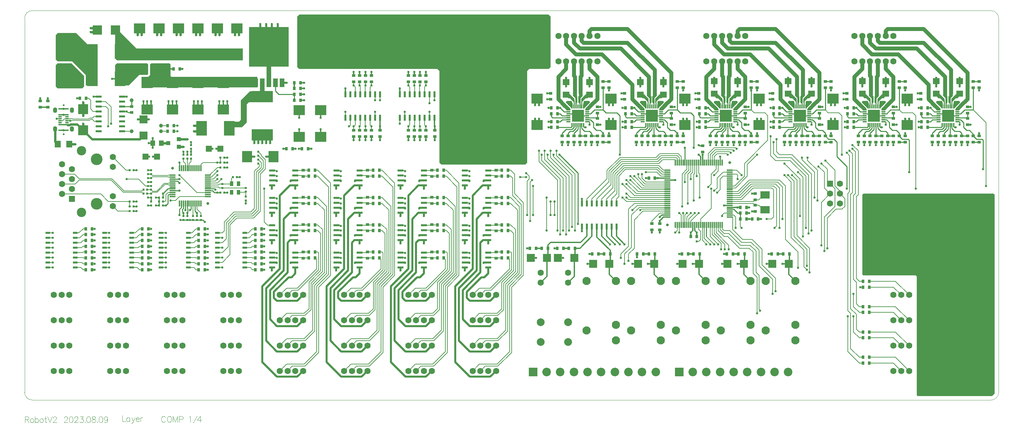
<source format=gbr>
G04*
G04 #@! TF.GenerationSoftware,Altium Limited,Altium Designer,23.8.1 (32)*
G04*
G04 Layer_Physical_Order=1*
G04 Layer_Color=255*
%FSLAX44Y44*%
%MOMM*%
G71*
G04*
G04 #@! TF.SameCoordinates,F21A4230-7023-44C8-9C34-A26C4C793EA4*
G04*
G04*
G04 #@! TF.FilePolarity,Positive*
G04*
G01*
G75*
%ADD10C,0.1500*%
%ADD21C,0.1000*%
%ADD55C,2.1000*%
%ADD59C,2.2000*%
%ADD64C,0.6000*%
%ADD66R,2.4000X2.4000*%
%ADD67R,0.9000X0.8000*%
%ADD68R,0.8000X0.9000*%
%ADD69R,2.5000X2.5000*%
%ADD70R,1.5000X1.8000*%
%ADD71R,1.8000X1.6000*%
%ADD72R,3.1500X3.1500*%
%ADD73R,0.3000X1.0000*%
%ADD74R,1.0000X0.3000*%
%ADD75C,0.7000*%
%ADD76R,1.5000X0.3000*%
%ADD77R,0.3000X1.5000*%
%ADD78R,2.8000X3.8000*%
%ADD79R,5.4000X2.9000*%
%ADD80R,1.8000X2.8000*%
%ADD81R,1.1430X2.2860*%
%ADD82R,10.1600X10.1600*%
%ADD83R,2.4000X1.9000*%
%ADD84R,2.0000X2.0000*%
%ADD85R,3.0000X2.5000*%
%ADD86R,1.6000X1.6000*%
%ADD87R,0.6000X0.6000*%
%ADD88R,1.2000X1.4000*%
%ADD89R,0.9500X1.2000*%
%ADD90R,0.6000X1.5000*%
%ADD91R,1.2000X0.6000*%
%ADD92R,0.8700X0.3000*%
%ADD93R,1.0000X1.0000*%
%ADD94R,1.5000X0.6000*%
%ADD95R,2.0000X2.0000*%
%ADD96R,0.6000X0.6000*%
%ADD97R,2.5000X3.0000*%
%ADD98C,0.2000*%
%ADD99C,0.2500*%
%ADD100C,0.6000*%
%ADD101C,0.5000*%
%ADD102C,0.3000*%
%ADD103C,1.0000*%
%ADD104C,1.1430*%
%ADD105C,1.6000*%
%ADD106C,2.0000*%
%ADD107C,1.0000*%
%ADD108R,2.2000X2.2000*%
%ADD109C,3.0000*%
G04:AMPARAMS|DCode=110|XSize=1.6mm|YSize=1.6mm|CornerRadius=0.16mm|HoleSize=0mm|Usage=FLASHONLY|Rotation=270.000|XOffset=0mm|YOffset=0mm|HoleType=Round|Shape=RoundedRectangle|*
%AMROUNDEDRECTD110*
21,1,1.6000,1.2800,0,0,270.0*
21,1,1.2800,1.6000,0,0,270.0*
1,1,0.3200,-0.6400,-0.6400*
1,1,0.3200,-0.6400,0.6400*
1,1,0.3200,0.6400,0.6400*
1,1,0.3200,0.6400,-0.6400*
%
%ADD110ROUNDEDRECTD110*%
%ADD111C,2.4000*%
%ADD112R,2.2000X2.2000*%
%ADD113C,0.5000*%
%ADD114O,1.1000X1.4000*%
G36*
X-1010000Y450000D02*
X-962500Y402500D01*
X-690000Y402500D01*
Y372500D01*
X-1012500D01*
X-1017500Y377500D01*
X-1017500Y450000D01*
X-1010000Y450000D01*
D02*
G37*
G36*
X100000Y485000D02*
Y355000D01*
X95000Y350000D01*
X45000Y350000D01*
X40000Y345000D01*
Y110000D01*
X35000Y105000D01*
X-180000D01*
X-185000Y110000D01*
Y345000D01*
X-190000Y350000D01*
X-545000D01*
X-550000Y355000D01*
Y485000D01*
X-545000Y490000D01*
X95000D01*
X100000Y485000D01*
D02*
G37*
G36*
X-875000Y362500D02*
X-875000Y332500D01*
X-872500Y330000D01*
X-652500Y330000D01*
X-652500Y302500D01*
X-950000D01*
Y330000D01*
X-932500Y330000D01*
X-927500Y335000D01*
Y362500D01*
X-925000Y365000D01*
X-877500Y365000D01*
X-875000Y362500D01*
D02*
G37*
G36*
X-932500Y362500D02*
X-932500Y337500D01*
X-935000Y335000D01*
X-955000D01*
X-982500Y307500D01*
X-1017500Y307500D01*
X-1017500Y360000D01*
X-1012500Y365000D01*
X-935000D01*
X-932500Y362500D01*
D02*
G37*
G36*
X-1087500Y412500D02*
X-1062500Y412500D01*
X-1062500Y307500D01*
X-1092500Y307500D01*
X-1092500Y335000D01*
X-1127500Y370000D01*
X-1165000D01*
X-1170000Y375000D01*
X-1170000Y437500D01*
X-1165000Y442500D01*
X-1117500Y442500D01*
X-1087500Y412500D01*
D02*
G37*
G36*
X-1097500Y332500D02*
Y305000D01*
X-1102500Y300000D01*
X-1165000D01*
X-1170000Y305000D01*
Y360000D01*
X-1165000Y365000D01*
X-1130000D01*
X-1097500Y332500D01*
D02*
G37*
G36*
X1147500Y278000D02*
X1144500Y275000D01*
X1140000D01*
X1128750Y263750D01*
Y265000D01*
Y273750D01*
X1142000Y287000D01*
X1147500D01*
Y278000D01*
D02*
G37*
G36*
X957500D02*
X954500Y275000D01*
X950000D01*
X938750Y263750D01*
Y265000D01*
Y273750D01*
X952000Y287000D01*
X957500D01*
Y278000D01*
D02*
G37*
G36*
X767500D02*
X764500Y275000D01*
X760000D01*
X748750Y263750D01*
Y265000D01*
Y273750D01*
X762000Y287000D01*
X767500D01*
Y278000D01*
D02*
G37*
G36*
X577500D02*
X574500Y275000D01*
X570000D01*
X558750Y263750D01*
Y265000D01*
Y273750D01*
X572000Y287000D01*
X577500D01*
Y278000D01*
D02*
G37*
G36*
X387500D02*
X384500Y275000D01*
X380000D01*
X368750Y263750D01*
Y265000D01*
Y273750D01*
X382000Y287000D01*
X387500D01*
Y278000D01*
D02*
G37*
G36*
X197500D02*
X194500Y275000D01*
X190000D01*
X178750Y263750D01*
Y265000D01*
Y273750D01*
X192000Y287000D01*
X197500D01*
Y278000D01*
D02*
G37*
G36*
X1111250Y273750D02*
Y265000D01*
Y263750D01*
X1100000Y275000D01*
X1095500D01*
X1092500Y278000D01*
Y287000D01*
X1098000D01*
X1111250Y273750D01*
D02*
G37*
G36*
X921250D02*
Y265000D01*
Y263750D01*
X910000Y275000D01*
X905500D01*
X902500Y278000D01*
Y287000D01*
X908000D01*
X921250Y273750D01*
D02*
G37*
G36*
X731250D02*
Y265000D01*
Y263750D01*
X720000Y275000D01*
X715500D01*
X712500Y278000D01*
Y287000D01*
X718000D01*
X731250Y273750D01*
D02*
G37*
G36*
X541250D02*
Y265000D01*
Y263750D01*
X530000Y275000D01*
X525500D01*
X522500Y278000D01*
Y287000D01*
X528000D01*
X541250Y273750D01*
D02*
G37*
G36*
X351250D02*
Y265000D01*
Y263750D01*
X340000Y275000D01*
X335500D01*
X332500Y278000D01*
Y287000D01*
X338000D01*
X351250Y273750D01*
D02*
G37*
G36*
X161250D02*
Y265000D01*
Y263750D01*
X150000Y275000D01*
X145500D01*
X142500Y278000D01*
Y287000D01*
X148000D01*
X161250Y273750D01*
D02*
G37*
G36*
X1132500Y281000D02*
X1126250Y274750D01*
X1126250Y260000D01*
X1121250Y265000D01*
Y279750D01*
X1122500Y281000D01*
Y288000D01*
X1132500D01*
Y281000D01*
D02*
G37*
G36*
X942500D02*
X936250Y274750D01*
X936250Y260000D01*
X931250Y265000D01*
Y279750D01*
X932500Y281000D01*
Y288000D01*
X942500D01*
Y281000D01*
D02*
G37*
G36*
X752500D02*
X746250Y274750D01*
X746250Y260000D01*
X741250Y265000D01*
Y279750D01*
X742500Y281000D01*
Y288000D01*
X752500D01*
Y281000D01*
D02*
G37*
G36*
X562500D02*
X556250Y274750D01*
X556250Y260000D01*
X551250Y265000D01*
Y279750D01*
X552500Y281000D01*
Y288000D01*
X562500D01*
Y281000D01*
D02*
G37*
G36*
X372500D02*
X366250Y274750D01*
X366250Y260000D01*
X361250Y265000D01*
Y279750D01*
X362500Y281000D01*
Y288000D01*
X372500D01*
Y281000D01*
D02*
G37*
G36*
X182500D02*
X176250Y274750D01*
X176250Y260000D01*
X171250Y265000D01*
Y279750D01*
X172500Y281000D01*
Y288000D01*
X182500D01*
Y281000D01*
D02*
G37*
G36*
X1117500Y281000D02*
X1118750Y279750D01*
Y265000D01*
X1113750Y260000D01*
Y275000D01*
X1107500Y281250D01*
Y288000D01*
X1117500D01*
Y281000D01*
D02*
G37*
G36*
X927500D02*
X928750Y279750D01*
Y265000D01*
X923750Y260000D01*
Y275000D01*
X917500Y281250D01*
Y288000D01*
X927500D01*
Y281000D01*
D02*
G37*
G36*
X737500D02*
X738750Y279750D01*
Y265000D01*
X733750Y260000D01*
Y275000D01*
X727500Y281250D01*
Y288000D01*
X737500D01*
Y281000D01*
D02*
G37*
G36*
X547500D02*
X548750Y279750D01*
Y265000D01*
X543750Y260000D01*
Y275000D01*
X537500Y281250D01*
Y288000D01*
X547500D01*
Y281000D01*
D02*
G37*
G36*
X357500D02*
X358750Y279750D01*
Y265000D01*
X353750Y260000D01*
Y275000D01*
X347500Y281250D01*
Y288000D01*
X357500D01*
Y281000D01*
D02*
G37*
G36*
X167500D02*
X168750Y279750D01*
Y265000D01*
X163750Y260000D01*
Y275000D01*
X157500Y281250D01*
Y288000D01*
X167500D01*
Y281000D01*
D02*
G37*
G36*
X1150500Y266000D02*
Y264000D01*
X1135500Y249000D01*
X1134500D01*
Y266000D01*
X1136500Y268000D01*
X1148500D01*
X1150500Y266000D01*
D02*
G37*
G36*
X1105500D02*
Y249000D01*
X1104500D01*
X1089500Y264000D01*
Y266000D01*
X1091500Y268000D01*
X1103500D01*
X1105500Y266000D01*
D02*
G37*
G36*
X960500D02*
Y264000D01*
X945500Y249000D01*
X944500D01*
Y266000D01*
X946500Y268000D01*
X958500D01*
X960500Y266000D01*
D02*
G37*
G36*
X915500D02*
Y249000D01*
X914500D01*
X899500Y264000D01*
Y266000D01*
X901500Y268000D01*
X913500D01*
X915500Y266000D01*
D02*
G37*
G36*
X770500D02*
Y264000D01*
X755500Y249000D01*
X754500D01*
Y266000D01*
X756500Y268000D01*
X768500D01*
X770500Y266000D01*
D02*
G37*
G36*
X725500D02*
Y249000D01*
X724500D01*
X709500Y264000D01*
Y266000D01*
X711500Y268000D01*
X723500D01*
X725500Y266000D01*
D02*
G37*
G36*
X580500D02*
Y264000D01*
X565500Y249000D01*
X564500D01*
Y266000D01*
X566500Y268000D01*
X578500D01*
X580500Y266000D01*
D02*
G37*
G36*
X535500D02*
Y249000D01*
X534500D01*
X519500Y264000D01*
Y266000D01*
X521500Y268000D01*
X533500D01*
X535500Y266000D01*
D02*
G37*
G36*
X390500D02*
Y264000D01*
X375500Y249000D01*
X374500D01*
Y266000D01*
X376500Y268000D01*
X388500D01*
X390500Y266000D01*
D02*
G37*
G36*
X345500D02*
Y249000D01*
X344500D01*
X329500Y264000D01*
Y266000D01*
X331500Y268000D01*
X343500D01*
X345500Y266000D01*
D02*
G37*
G36*
X200500D02*
Y264000D01*
X185500Y249000D01*
X184500D01*
Y266000D01*
X186500Y268000D01*
X198500D01*
X200500Y266000D01*
D02*
G37*
G36*
X155500D02*
Y249000D01*
X154500D01*
X139500Y264000D01*
Y266000D01*
X141500Y268000D01*
X153500D01*
X155500Y266000D01*
D02*
G37*
G36*
X1159500Y255000D02*
X1148500Y244000D01*
X1139500D01*
Y249000D01*
X1152500Y262000D01*
X1159500Y255000D01*
D02*
G37*
G36*
X1100500Y249000D02*
Y244000D01*
X1091500D01*
X1080500Y255000D01*
X1087500Y262000D01*
X1100500Y249000D01*
D02*
G37*
G36*
X969500Y255000D02*
X958500Y244000D01*
X949500D01*
Y249000D01*
X962500Y262000D01*
X969500Y255000D01*
D02*
G37*
G36*
X910500Y249000D02*
Y244000D01*
X901500D01*
X890500Y255000D01*
X897500Y262000D01*
X910500Y249000D01*
D02*
G37*
G36*
X779500Y255000D02*
X768500Y244000D01*
X759500D01*
Y249000D01*
X772500Y262000D01*
X779500Y255000D01*
D02*
G37*
G36*
X720500Y249000D02*
Y244000D01*
X711500D01*
X700500Y255000D01*
X707500Y262000D01*
X720500Y249000D01*
D02*
G37*
G36*
X589500Y255000D02*
X578500Y244000D01*
X569500D01*
Y249000D01*
X582500Y262000D01*
X589500Y255000D01*
D02*
G37*
G36*
X530500Y249000D02*
Y244000D01*
X521500D01*
X510500Y255000D01*
X517500Y262000D01*
X530500Y249000D01*
D02*
G37*
G36*
X399500Y255000D02*
X388500Y244000D01*
X379500D01*
Y249000D01*
X392500Y262000D01*
X399500Y255000D01*
D02*
G37*
G36*
X340500Y249000D02*
Y244000D01*
X331500D01*
X320500Y255000D01*
X327500Y262000D01*
X340500Y249000D01*
D02*
G37*
G36*
X209500Y255000D02*
X198500Y244000D01*
X189500D01*
Y249000D01*
X202500Y262000D01*
X209500Y255000D01*
D02*
G37*
G36*
X150500Y249000D02*
Y244000D01*
X141500D01*
X130500Y255000D01*
X137500Y262000D01*
X150500Y249000D01*
D02*
G37*
G36*
X-640000Y265000D02*
X-675000D01*
X-680000Y260000D01*
X-680000Y212500D01*
X-692500Y200000D01*
X-725000D01*
Y215000D01*
X-700000D01*
X-695000Y220000D01*
X-695000Y270000D01*
X-672500Y292500D01*
X-640000Y292500D01*
Y265000D01*
D02*
G37*
G36*
X1240000Y27500D02*
X1240000Y-482545D01*
X1232477Y-490000D01*
X1042500D01*
X1040000Y-487500D01*
Y-182500D01*
X1037500Y-180000D01*
X902500D01*
X900000Y-177500D01*
Y27500D01*
X902500Y30000D01*
X1237500D01*
X1240000Y27500D01*
D02*
G37*
D10*
X-1085000Y221500D02*
X-1082500Y224000D01*
X-1083757Y218500D02*
X-1081257Y221000D01*
X-1071351Y228649D02*
X-1059856D01*
X-1076000Y224000D02*
X-1071351Y228649D01*
X-1082500Y224000D02*
X-1076000D01*
X-1070949Y215949D02*
X-1059856D01*
X-1076000Y221000D02*
X-1070949Y215949D01*
X-1081257Y221000D02*
X-1076000D01*
X-1158650Y217500D02*
X-1152500D01*
X-1147500Y222500D01*
X-1141350D01*
X-1141350Y222500D01*
X-1167500D02*
X-1158650D01*
X-1167500Y222500D02*
X-1167500Y222500D01*
X-1128000D02*
X-1127000Y221500D01*
X-1141350Y222500D02*
X-1128000D01*
X-1127000Y221500D02*
X-1085000D01*
X-1127000Y218500D02*
X-1083757D01*
X-1141350Y217500D02*
X-1132500D01*
X-1128000D01*
X-1127000Y218500D01*
X-1153823Y54600D02*
X-1120400D01*
X-1110000Y65000D01*
X-1027500D01*
X-1153823Y80000D02*
X-1122000D01*
X-1110000Y68000D01*
X-1026257D01*
X-994879Y36621D01*
X-948379D01*
X-945000Y40000D01*
X-1027500Y65000D02*
X-996121Y33621D01*
X-948621D01*
X-945000Y30000D01*
X-881000Y53500D02*
X-880000Y52500D01*
X-881000Y56500D02*
X-880000Y57500D01*
X-925000Y40000D02*
X-921500Y36500D01*
X-925000Y30000D02*
X-921500Y33500D01*
X-880000Y57500D02*
X-870000D01*
X-880000Y52500D02*
X-870000D01*
X-889757Y53500D02*
X-881000D01*
X-909757Y33500D02*
X-889757Y53500D01*
X-911000Y36500D02*
X-891000Y56500D01*
X-921500Y36500D02*
X-911000D01*
X-921500Y33500D02*
X-909757D01*
X-891000Y56500D02*
X-881000D01*
X-935000Y40000D02*
X-925000D01*
X-925000Y40000D01*
X-935000Y30000D02*
X-925000D01*
X-932500Y70000D02*
X-925000D01*
X-932500Y70000D02*
X-932500Y70000D01*
X-925000D02*
X-921500Y73500D01*
X-881000D02*
X-880000Y72500D01*
X-921500Y73500D02*
X-881000D01*
X-880000Y72500D02*
X-870000D01*
X-921500Y76500D02*
X-881000D01*
X-925000Y80000D02*
X-921500Y76500D01*
X-881000D02*
X-880000Y77500D01*
X-932500Y80000D02*
X-925000D01*
X-932500Y80000D02*
X-932500Y80000D01*
X-880000Y77500D02*
X-870000D01*
D21*
X-888288Y-545001D02*
X-889002Y-543573D01*
X-890431Y-542145D01*
X-891859Y-541430D01*
X-894715D01*
X-896143Y-542145D01*
X-897572Y-543573D01*
X-898286Y-545001D01*
X-899000Y-547143D01*
Y-550714D01*
X-898286Y-552856D01*
X-897572Y-554285D01*
X-896143Y-555713D01*
X-894715Y-556427D01*
X-891859D01*
X-890431Y-555713D01*
X-889002Y-554285D01*
X-888288Y-552856D01*
X-879790Y-541430D02*
X-881218Y-542145D01*
X-882646Y-543573D01*
X-883361Y-545001D01*
X-884075Y-547143D01*
Y-550714D01*
X-883361Y-552856D01*
X-882646Y-554285D01*
X-881218Y-555713D01*
X-879790Y-556427D01*
X-876933D01*
X-875505Y-555713D01*
X-874077Y-554285D01*
X-873363Y-552856D01*
X-872648Y-550714D01*
Y-547143D01*
X-873363Y-545001D01*
X-874077Y-543573D01*
X-875505Y-542145D01*
X-876933Y-541430D01*
X-879790D01*
X-869149D02*
Y-556427D01*
Y-541430D02*
X-863436Y-556427D01*
X-857723Y-541430D02*
X-863436Y-556427D01*
X-857723Y-541430D02*
Y-556427D01*
X-853438Y-549286D02*
X-847011D01*
X-844869Y-548572D01*
X-844155Y-547858D01*
X-843440Y-546429D01*
Y-544287D01*
X-844155Y-542859D01*
X-844869Y-542145D01*
X-847011Y-541430D01*
X-853438D01*
Y-556427D01*
X-828301Y-544287D02*
X-826873Y-543573D01*
X-824730Y-541430D01*
Y-556427D01*
X-817303Y-558569D02*
X-807305Y-541430D01*
X-799164D02*
X-806306Y-551428D01*
X-795594D01*
X-799164Y-541430D02*
Y-556427D01*
X1250000Y480000D02*
G03*
X1230000Y500000I-20000J0D01*
G01*
X1230000Y-500000D02*
G03*
X1250000Y-480000I0J20000D01*
G01*
X-1230000Y500000D02*
G03*
X-1250000Y480000I0J-20000D01*
G01*
X-1249910Y-480090D02*
G03*
X-1230000Y-499910I19910J90D01*
G01*
X1250000Y-480000D02*
Y480000D01*
X-1230000Y500000D02*
X1230000D01*
X-1230000Y-500000D02*
X1230000D01*
X-1249910Y-480090D02*
Y480090D01*
X-1148286Y-546072D02*
Y-545358D01*
X-1147572Y-543930D01*
X-1146858Y-543216D01*
X-1145429Y-542502D01*
X-1142573D01*
X-1141145Y-543216D01*
X-1140430Y-543930D01*
X-1139716Y-545358D01*
Y-546786D01*
X-1140430Y-548215D01*
X-1141859Y-550357D01*
X-1149000Y-557498D01*
X-1139002D01*
X-1131361Y-542502D02*
X-1133503Y-543216D01*
X-1134932Y-545358D01*
X-1135646Y-548929D01*
Y-551071D01*
X-1134932Y-554642D01*
X-1133503Y-556784D01*
X-1131361Y-557498D01*
X-1129933D01*
X-1127790Y-556784D01*
X-1126362Y-554642D01*
X-1125648Y-551071D01*
Y-548929D01*
X-1126362Y-545358D01*
X-1127790Y-543216D01*
X-1129933Y-542502D01*
X-1131361D01*
X-1121577Y-546072D02*
Y-545358D01*
X-1120863Y-543930D01*
X-1120149Y-543216D01*
X-1118721Y-542502D01*
X-1115864D01*
X-1114436Y-543216D01*
X-1113722Y-543930D01*
X-1113008Y-545358D01*
Y-546786D01*
X-1113722Y-548215D01*
X-1115150Y-550357D01*
X-1122291Y-557498D01*
X-1112294D01*
X-1107509Y-542502D02*
X-1099653D01*
X-1103938Y-548215D01*
X-1101796D01*
X-1100368Y-548929D01*
X-1099653Y-549643D01*
X-1098939Y-551785D01*
Y-553214D01*
X-1099653Y-555356D01*
X-1101082Y-556784D01*
X-1103224Y-557498D01*
X-1105367D01*
X-1107509Y-556784D01*
X-1108223Y-556070D01*
X-1108937Y-554642D01*
X-1094869Y-556070D02*
X-1095583Y-556784D01*
X-1094869Y-557498D01*
X-1094155Y-556784D01*
X-1094869Y-556070D01*
X-1086585Y-542502D02*
X-1088727Y-543216D01*
X-1090155Y-545358D01*
X-1090870Y-548929D01*
Y-551071D01*
X-1090155Y-554642D01*
X-1088727Y-556784D01*
X-1086585Y-557498D01*
X-1085157D01*
X-1083014Y-556784D01*
X-1081586Y-554642D01*
X-1080872Y-551071D01*
Y-548929D01*
X-1081586Y-545358D01*
X-1083014Y-543216D01*
X-1085157Y-542502D01*
X-1086585D01*
X-1073945D02*
X-1076087Y-543216D01*
X-1076801Y-544644D01*
Y-546072D01*
X-1076087Y-547500D01*
X-1074659Y-548215D01*
X-1071802Y-548929D01*
X-1069660Y-549643D01*
X-1068232Y-551071D01*
X-1067517Y-552500D01*
Y-554642D01*
X-1068232Y-556070D01*
X-1068946Y-556784D01*
X-1071088Y-557498D01*
X-1073945D01*
X-1076087Y-556784D01*
X-1076801Y-556070D01*
X-1077515Y-554642D01*
Y-552500D01*
X-1076801Y-551071D01*
X-1075373Y-549643D01*
X-1073231Y-548929D01*
X-1070374Y-548215D01*
X-1068946Y-547500D01*
X-1068232Y-546072D01*
Y-544644D01*
X-1068946Y-543216D01*
X-1071088Y-542502D01*
X-1073945D01*
X-1063447Y-556070D02*
X-1064161Y-556784D01*
X-1063447Y-557498D01*
X-1062733Y-556784D01*
X-1063447Y-556070D01*
X-1055163Y-542502D02*
X-1057305Y-543216D01*
X-1058734Y-545358D01*
X-1059448Y-548929D01*
Y-551071D01*
X-1058734Y-554642D01*
X-1057305Y-556784D01*
X-1055163Y-557498D01*
X-1053735D01*
X-1051592Y-556784D01*
X-1050164Y-554642D01*
X-1049450Y-551071D01*
Y-548929D01*
X-1050164Y-545358D01*
X-1051592Y-543216D01*
X-1053735Y-542502D01*
X-1055163D01*
X-1036810Y-547500D02*
X-1037524Y-549643D01*
X-1038952Y-551071D01*
X-1041095Y-551785D01*
X-1041809D01*
X-1043951Y-551071D01*
X-1045379Y-549643D01*
X-1046094Y-547500D01*
Y-546786D01*
X-1045379Y-544644D01*
X-1043951Y-543216D01*
X-1041809Y-542502D01*
X-1041095D01*
X-1038952Y-543216D01*
X-1037524Y-544644D01*
X-1036810Y-547500D01*
Y-551071D01*
X-1037524Y-554642D01*
X-1038952Y-556784D01*
X-1041095Y-557498D01*
X-1042523D01*
X-1044665Y-556784D01*
X-1045379Y-555356D01*
X-1249000Y-542502D02*
Y-557498D01*
Y-542502D02*
X-1242573D01*
X-1240430Y-543216D01*
X-1239716Y-543930D01*
X-1239002Y-545358D01*
Y-546786D01*
X-1239716Y-548215D01*
X-1240430Y-548929D01*
X-1242573Y-549643D01*
X-1249000D01*
X-1244001D02*
X-1239002Y-557498D01*
X-1232075Y-547500D02*
X-1233503Y-548215D01*
X-1234932Y-549643D01*
X-1235646Y-551785D01*
Y-553214D01*
X-1234932Y-555356D01*
X-1233503Y-556784D01*
X-1232075Y-557498D01*
X-1229933D01*
X-1228504Y-556784D01*
X-1227076Y-555356D01*
X-1226362Y-553214D01*
Y-551785D01*
X-1227076Y-549643D01*
X-1228504Y-548215D01*
X-1229933Y-547500D01*
X-1232075D01*
X-1223077Y-542502D02*
Y-557498D01*
Y-549643D02*
X-1221649Y-548215D01*
X-1220220Y-547500D01*
X-1218078D01*
X-1216650Y-548215D01*
X-1215221Y-549643D01*
X-1214507Y-551785D01*
Y-553214D01*
X-1215221Y-555356D01*
X-1216650Y-556784D01*
X-1218078Y-557498D01*
X-1220220D01*
X-1221649Y-556784D01*
X-1223077Y-555356D01*
X-1207723Y-547500D02*
X-1209151Y-548215D01*
X-1210580Y-549643D01*
X-1211294Y-551785D01*
Y-553214D01*
X-1210580Y-555356D01*
X-1209151Y-556784D01*
X-1207723Y-557498D01*
X-1205581D01*
X-1204153Y-556784D01*
X-1202724Y-555356D01*
X-1202010Y-553214D01*
Y-551785D01*
X-1202724Y-549643D01*
X-1204153Y-548215D01*
X-1205581Y-547500D01*
X-1207723D01*
X-1196583Y-542502D02*
Y-554642D01*
X-1195869Y-556784D01*
X-1194440Y-557498D01*
X-1193012D01*
X-1198725Y-547500D02*
X-1193726D01*
X-1190870Y-542502D02*
X-1185156Y-557498D01*
X-1179444Y-542502D02*
X-1185156Y-557498D01*
X-1176801Y-546072D02*
Y-545358D01*
X-1176087Y-543930D01*
X-1175373Y-543216D01*
X-1173945Y-542502D01*
X-1171088D01*
X-1169660Y-543216D01*
X-1168946Y-543930D01*
X-1168232Y-545358D01*
Y-546786D01*
X-1168946Y-548215D01*
X-1170374Y-550357D01*
X-1177515Y-557498D01*
X-1167517D01*
X-999000Y-540002D02*
Y-554999D01*
X-990430D01*
X-980218Y-545001D02*
Y-554999D01*
Y-547144D02*
X-981647Y-545715D01*
X-983075Y-545001D01*
X-985217D01*
X-986646Y-545715D01*
X-988074Y-547144D01*
X-988788Y-549286D01*
Y-550714D01*
X-988074Y-552856D01*
X-986646Y-554285D01*
X-985217Y-554999D01*
X-983075D01*
X-981647Y-554285D01*
X-980218Y-552856D01*
X-975505Y-545001D02*
X-971220Y-554999D01*
X-966936Y-545001D02*
X-971220Y-554999D01*
X-972648Y-557855D01*
X-974077Y-559284D01*
X-975505Y-559998D01*
X-976219D01*
X-964436Y-549286D02*
X-955866D01*
Y-547858D01*
X-956581Y-546429D01*
X-957295Y-545715D01*
X-958723Y-545001D01*
X-960865D01*
X-962294Y-545715D01*
X-963722Y-547144D01*
X-964436Y-549286D01*
Y-550714D01*
X-963722Y-552856D01*
X-962294Y-554285D01*
X-960865Y-554999D01*
X-958723D01*
X-957295Y-554285D01*
X-955866Y-552856D01*
X-952653Y-545001D02*
Y-554999D01*
Y-549286D02*
X-951939Y-547144D01*
X-950510Y-545715D01*
X-949082Y-545001D01*
X-946940D01*
D55*
X652001Y-194001D02*
D03*
X728001Y-306401D02*
D03*
Y-346401D02*
D03*
Y-194001D02*
D03*
X652001Y-321001D02*
D03*
X422001Y-194001D02*
D03*
X498001Y-306401D02*
D03*
Y-346401D02*
D03*
Y-194001D02*
D03*
X422001Y-321001D02*
D03*
X307001D02*
D03*
X383001Y-194001D02*
D03*
Y-346401D02*
D03*
Y-306401D02*
D03*
X307001Y-194001D02*
D03*
X192001Y-321001D02*
D03*
X268001Y-194001D02*
D03*
Y-346401D02*
D03*
Y-306401D02*
D03*
X192001Y-194001D02*
D03*
X537001Y-321001D02*
D03*
X613001Y-194001D02*
D03*
Y-346401D02*
D03*
Y-306401D02*
D03*
X537001Y-194001D02*
D03*
D59*
X-1150000Y385000D02*
D03*
Y350000D02*
D03*
Y315000D02*
D03*
X300000Y-427500D02*
D03*
X90000D02*
D03*
X195000D02*
D03*
X265000D02*
D03*
X370000D02*
D03*
X125000D02*
D03*
X160000D02*
D03*
X230000D02*
D03*
X335000D02*
D03*
X675000D02*
D03*
X465000D02*
D03*
X500000D02*
D03*
X535000D02*
D03*
X570000D02*
D03*
X605000D02*
D03*
X640000D02*
D03*
X710000D02*
D03*
D64*
X1060000Y-480000D02*
D03*
X1090000D02*
D03*
X1120000D02*
D03*
X1150000D02*
D03*
X1180000D02*
D03*
X1210000D02*
D03*
X90000Y480000D02*
D03*
X1210000Y-170000D02*
D03*
X1180000D02*
D03*
X1150000D02*
D03*
X1120000D02*
D03*
X1090000D02*
D03*
X1060000D02*
D03*
X1030000D02*
D03*
X1000000D02*
D03*
X970000D02*
D03*
X940000D02*
D03*
X910000D02*
D03*
X1210000Y20000D02*
D03*
X1180000D02*
D03*
X1150000D02*
D03*
X1120000D02*
D03*
X1090000D02*
D03*
X1060000D02*
D03*
X1030000D02*
D03*
X1000000D02*
D03*
X970000D02*
D03*
X940000D02*
D03*
X910000D02*
D03*
X877500Y-285000D02*
D03*
X862500D02*
D03*
X802500Y-117500D02*
D03*
X810000Y-110000D02*
D03*
X795000Y-102500D02*
D03*
X637500Y-270000D02*
D03*
X630000Y-277500D02*
D03*
X877500Y-227500D02*
D03*
X785000Y12500D02*
D03*
X777500Y20000D02*
D03*
X867500Y140000D02*
D03*
X670000Y-227500D02*
D03*
X677500Y-220000D02*
D03*
X895000Y-210000D02*
D03*
X557500Y-112500D02*
D03*
X547500Y-112500D02*
D03*
X537500Y-112500D02*
D03*
X530000Y-100000D02*
D03*
X875000Y155000D02*
D03*
Y145000D02*
D03*
X860000Y135000D02*
D03*
X577500Y145000D02*
D03*
X570000Y140000D02*
D03*
X562500Y135000D02*
D03*
X555000Y130000D02*
D03*
X535000Y125000D02*
D03*
X467500Y147500D02*
D03*
X475000Y-92500D02*
D03*
X540000Y-27500D02*
D03*
X160000Y240000D02*
D03*
Y230000D02*
D03*
Y220000D02*
D03*
X170000D02*
D03*
X180000D02*
D03*
Y230000D02*
D03*
Y240000D02*
D03*
X170000D02*
D03*
Y230000D02*
D03*
X847500Y130000D02*
D03*
X630000D02*
D03*
X680000Y170000D02*
D03*
X672500Y162500D02*
D03*
X665000Y177500D02*
D03*
X445000Y147500D02*
D03*
X-1080000Y445000D02*
D03*
Y455000D02*
D03*
X-815000Y205000D02*
D03*
Y190000D02*
D03*
X-1025000Y325000D02*
D03*
X-1190000Y275000D02*
D03*
X60000Y257500D02*
D03*
X70000Y222500D02*
D03*
X60000D02*
D03*
X70000Y257500D02*
D03*
X-930000Y125000D02*
D03*
X-920000D02*
D03*
X-757500Y145000D02*
D03*
X-767500D02*
D03*
X-230000Y480000D02*
D03*
Y460000D02*
D03*
Y440000D02*
D03*
Y420000D02*
D03*
Y400000D02*
D03*
Y380000D02*
D03*
Y360000D02*
D03*
X-210000D02*
D03*
Y380000D02*
D03*
Y400000D02*
D03*
Y420000D02*
D03*
Y440000D02*
D03*
Y460000D02*
D03*
Y480000D02*
D03*
X70000Y360000D02*
D03*
Y380000D02*
D03*
Y400000D02*
D03*
Y420000D02*
D03*
Y440000D02*
D03*
Y460000D02*
D03*
Y480000D02*
D03*
X-520000D02*
D03*
Y460000D02*
D03*
Y440000D02*
D03*
Y420000D02*
D03*
Y400000D02*
D03*
Y380000D02*
D03*
Y360000D02*
D03*
X-540000D02*
D03*
X90000D02*
D03*
Y380000D02*
D03*
Y400000D02*
D03*
Y420000D02*
D03*
Y440000D02*
D03*
Y460000D02*
D03*
X-540000Y380000D02*
D03*
Y400000D02*
D03*
Y420000D02*
D03*
Y440000D02*
D03*
Y460000D02*
D03*
Y480000D02*
D03*
X1150000Y207500D02*
D03*
X960000D02*
D03*
X770000D02*
D03*
X580000D02*
D03*
X390000D02*
D03*
X200000D02*
D03*
X700000Y107500D02*
D03*
X745000Y122500D02*
D03*
X760000D02*
D03*
X277500Y130000D02*
D03*
X787500Y100000D02*
D03*
X795000Y107500D02*
D03*
X805000Y115000D02*
D03*
X860000Y42500D02*
D03*
X735000Y85000D02*
D03*
X580000Y67500D02*
D03*
X520000Y77500D02*
D03*
X770000Y-65000D02*
D03*
X1037500Y42500D02*
D03*
X1217500Y50000D02*
D03*
X762500Y-72500D02*
D03*
X590000Y77500D02*
D03*
X755000Y-57500D02*
D03*
X1210000Y92500D02*
D03*
X1020000Y85000D02*
D03*
X662000Y288000D02*
D03*
Y272000D02*
D03*
X747500Y-80000D02*
D03*
X720000Y77500D02*
D03*
X740000Y-27500D02*
D03*
X710000Y77500D02*
D03*
X700000D02*
D03*
X380000Y-30000D02*
D03*
X615000Y295000D02*
D03*
X95000Y215000D02*
D03*
X1045000D02*
D03*
X855000D02*
D03*
X665000D02*
D03*
X640000Y257500D02*
D03*
X475000Y215000D02*
D03*
X285000D02*
D03*
X260000Y257500D02*
D03*
X250000D02*
D03*
X735000Y-160000D02*
D03*
X757500Y-165000D02*
D03*
Y-155000D02*
D03*
X765000Y-172500D02*
D03*
X675000Y-57500D02*
D03*
X687500D02*
D03*
X695000Y-35000D02*
D03*
X655000D02*
D03*
X430000Y-20000D02*
D03*
X440000Y-20000D02*
D03*
X450000Y-20000D02*
D03*
X460000D02*
D03*
X470000D02*
D03*
X480000D02*
D03*
X420000Y-70000D02*
D03*
X430000D02*
D03*
X520000Y-100000D02*
D03*
X510000D02*
D03*
X500000Y-100000D02*
D03*
X590000Y-57500D02*
D03*
X575000D02*
D03*
X545000Y0D02*
D03*
X617000Y-15500D02*
D03*
Y30500D02*
D03*
X527500Y32500D02*
D03*
X452500Y5000D02*
D03*
X295000Y55000D02*
D03*
X330000Y-12500D02*
D03*
X345000Y85000D02*
D03*
X300000Y-142500D02*
D03*
X295000Y20000D02*
D03*
X505000Y47500D02*
D03*
X460000Y67500D02*
D03*
X295000Y65000D02*
D03*
X285000Y55000D02*
D03*
X520000Y37500D02*
D03*
X437500Y-2500D02*
D03*
X295000Y30000D02*
D03*
X325000Y80000D02*
D03*
X310000Y-12500D02*
D03*
X420000Y65000D02*
D03*
X467500Y12500D02*
D03*
X285000Y20000D02*
D03*
X480000Y130000D02*
D03*
X315000Y75000D02*
D03*
X280000Y-135000D02*
D03*
X305000Y65000D02*
D03*
X482500Y20000D02*
D03*
X305000Y75000D02*
D03*
X290000Y-150000D02*
D03*
X512500Y42500D02*
D03*
X475000Y75000D02*
D03*
X490000Y130000D02*
D03*
X445000Y60000D02*
D03*
X335000Y80000D02*
D03*
X615000Y185000D02*
D03*
X480000Y155000D02*
D03*
X425000Y185000D02*
D03*
X235000D02*
D03*
X475000Y-70000D02*
D03*
X460000D02*
D03*
X90000Y-65000D02*
D03*
Y20000D02*
D03*
X100000Y10000D02*
D03*
Y-25000D02*
D03*
X110000Y10000D02*
D03*
Y-25000D02*
D03*
X380000Y-70000D02*
D03*
Y-40000D02*
D03*
X695000Y-150000D02*
D03*
X580000D02*
D03*
X465000D02*
D03*
X350000D02*
D03*
X170000Y-47500D02*
D03*
X162500Y-65000D02*
D03*
X155000Y-55000D02*
D03*
X147500Y-65000D02*
D03*
X252500Y-100000D02*
D03*
X322000Y-133000D02*
D03*
X140000Y-75000D02*
D03*
X125000D02*
D03*
X132500Y-65000D02*
D03*
X117500D02*
D03*
X360000Y-70000D02*
D03*
X47500Y-40000D02*
D03*
X55000Y-25000D02*
D03*
X40000D02*
D03*
X52500Y65000D02*
D03*
X55000Y50000D02*
D03*
X37500Y82500D02*
D03*
X22500Y72500D02*
D03*
X37500D02*
D03*
X85000Y139986D02*
D03*
X70000Y139986D02*
D03*
X107500Y129986D02*
D03*
X122500Y130000D02*
D03*
X100000Y139986D02*
D03*
X92500Y129986D02*
D03*
X77500D02*
D03*
X115000Y140000D02*
D03*
X-635000Y42500D02*
D03*
X290000Y-100000D02*
D03*
X277500D02*
D03*
X265000D02*
D03*
X640000Y-35000D02*
D03*
X610000D02*
D03*
X610000Y-5000D02*
D03*
X580000D02*
D03*
X610000Y-20000D02*
D03*
X180549Y16626D02*
D03*
X345000Y70000D02*
D03*
X375000D02*
D03*
X1200000Y185000D02*
D03*
X-60000Y-167500D02*
D03*
X-450000D02*
D03*
X-237000Y-147500D02*
D03*
X-108000D02*
D03*
X-72000D02*
D03*
X-108000Y-122500D02*
D03*
Y-135000D02*
D03*
X660000Y-125000D02*
D03*
X655000Y-150000D02*
D03*
X545000Y-125000D02*
D03*
X540000Y-150000D02*
D03*
X195000D02*
D03*
X310000D02*
D03*
X430000Y-125000D02*
D03*
X425000Y-150000D02*
D03*
X40000Y-110000D02*
D03*
X110000D02*
D03*
X200000Y-125000D02*
D03*
X180548Y-66593D02*
D03*
X132500Y-135000D02*
D03*
X62500D02*
D03*
X-60000Y42500D02*
D03*
X-120000D02*
D03*
Y-27500D02*
D03*
X-60000D02*
D03*
X-120000Y-97500D02*
D03*
X-60000D02*
D03*
X-120000Y-167500D02*
D03*
X-71925Y-77500D02*
D03*
X-108075D02*
D03*
Y-65000D02*
D03*
Y-52500D02*
D03*
Y-7500D02*
D03*
Y62500D02*
D03*
Y5000D02*
D03*
Y17500D02*
D03*
Y75000D02*
D03*
Y87500D02*
D03*
X-71925Y-7500D02*
D03*
Y62500D02*
D03*
X-225000Y42500D02*
D03*
X-285000D02*
D03*
Y-27500D02*
D03*
X-225000D02*
D03*
X-285000Y-97500D02*
D03*
X-225000D02*
D03*
X-285000Y-167500D02*
D03*
X-236925Y-77500D02*
D03*
X-273075Y-135000D02*
D03*
Y-77500D02*
D03*
Y-122500D02*
D03*
X-225000Y-167500D02*
D03*
X-273075Y-147500D02*
D03*
Y-65000D02*
D03*
Y-52500D02*
D03*
Y-7500D02*
D03*
Y62500D02*
D03*
Y5000D02*
D03*
Y17500D02*
D03*
Y75000D02*
D03*
Y87500D02*
D03*
X-236925Y-7500D02*
D03*
Y62500D02*
D03*
X-390000Y42500D02*
D03*
X-450000D02*
D03*
Y-27500D02*
D03*
X-390000D02*
D03*
X-450000Y-97500D02*
D03*
X-390000D02*
D03*
X-401925Y-147500D02*
D03*
Y-77500D02*
D03*
X-438075Y-135000D02*
D03*
Y-77500D02*
D03*
Y-122500D02*
D03*
X-390000Y-167500D02*
D03*
X-438075Y-147500D02*
D03*
Y-65000D02*
D03*
Y-52500D02*
D03*
Y-7500D02*
D03*
Y62500D02*
D03*
Y5000D02*
D03*
Y17500D02*
D03*
Y75000D02*
D03*
Y87500D02*
D03*
X-401925Y-7500D02*
D03*
Y62500D02*
D03*
X-566925D02*
D03*
Y-7500D02*
D03*
X-603075Y87500D02*
D03*
Y75000D02*
D03*
Y17500D02*
D03*
Y5000D02*
D03*
Y62500D02*
D03*
Y-7500D02*
D03*
Y-65000D02*
D03*
Y-147500D02*
D03*
X-555000Y-167500D02*
D03*
X-603075Y-122500D02*
D03*
Y-77500D02*
D03*
Y-135000D02*
D03*
X-566925Y-77500D02*
D03*
Y-147500D02*
D03*
X-615000Y-167500D02*
D03*
X-555000Y-97500D02*
D03*
X-615000D02*
D03*
X-555000Y-27500D02*
D03*
X-615000D02*
D03*
Y42500D02*
D03*
X-555000D02*
D03*
X-950000Y437500D02*
D03*
X-900000D02*
D03*
X-850000D02*
D03*
X-800000D02*
D03*
X-750000D02*
D03*
X-700000D02*
D03*
X-710000D02*
D03*
X-760000D02*
D03*
X-810000D02*
D03*
X-860000D02*
D03*
X-960000D02*
D03*
X-910000D02*
D03*
X1137500Y265000D02*
D03*
X1102500D02*
D03*
X1092500D02*
D03*
X1147500D02*
D03*
X1097500Y260000D02*
D03*
X1142500D02*
D03*
X1010000Y257500D02*
D03*
Y222500D02*
D03*
X1020000D02*
D03*
Y257500D02*
D03*
X1045000Y250000D02*
D03*
Y200000D02*
D03*
X1075000Y250000D02*
D03*
X1140000Y200000D02*
D03*
X1090000Y327500D02*
D03*
X1150000D02*
D03*
Y305000D02*
D03*
X1090000D02*
D03*
X1042000Y288000D02*
D03*
Y272000D02*
D03*
X1178000Y253000D02*
D03*
Y207000D02*
D03*
X1080000Y155000D02*
D03*
X1095000D02*
D03*
X1110000D02*
D03*
X1125000D02*
D03*
X1140000D02*
D03*
X1155000D02*
D03*
X1170000D02*
D03*
X1200000Y295000D02*
D03*
X947500Y265000D02*
D03*
X912500D02*
D03*
X902500D02*
D03*
X957500D02*
D03*
X907500Y260000D02*
D03*
X952500D02*
D03*
X820000Y257500D02*
D03*
Y222500D02*
D03*
X830000D02*
D03*
Y257500D02*
D03*
X855000Y250000D02*
D03*
Y200000D02*
D03*
X885000Y250000D02*
D03*
X950000Y200000D02*
D03*
X900000Y327500D02*
D03*
X960000D02*
D03*
Y305000D02*
D03*
X900000D02*
D03*
X852000Y288000D02*
D03*
Y272000D02*
D03*
X988000Y253000D02*
D03*
Y207000D02*
D03*
X890000Y155000D02*
D03*
X905000D02*
D03*
X920000D02*
D03*
X935000D02*
D03*
X950000D02*
D03*
X965000D02*
D03*
X980000D02*
D03*
X1010000Y185000D02*
D03*
Y295000D02*
D03*
X757500Y265000D02*
D03*
X722500D02*
D03*
X712500D02*
D03*
X767500D02*
D03*
X717500Y260000D02*
D03*
X762500D02*
D03*
X630000Y257500D02*
D03*
Y222500D02*
D03*
X640000D02*
D03*
X665000Y250000D02*
D03*
Y200000D02*
D03*
X695000Y250000D02*
D03*
X760000Y200000D02*
D03*
X710000Y327500D02*
D03*
X770000D02*
D03*
Y305000D02*
D03*
X710000D02*
D03*
X798000Y253000D02*
D03*
Y207000D02*
D03*
X700000Y155000D02*
D03*
X715000D02*
D03*
X730000D02*
D03*
X745000D02*
D03*
X760000D02*
D03*
X775000D02*
D03*
X790000D02*
D03*
X820000Y185000D02*
D03*
Y295000D02*
D03*
X567500Y265000D02*
D03*
X532500D02*
D03*
X522500D02*
D03*
X577500D02*
D03*
X527500Y260000D02*
D03*
X572500D02*
D03*
X440000Y257500D02*
D03*
Y222500D02*
D03*
X450000D02*
D03*
Y257500D02*
D03*
X475000Y250000D02*
D03*
Y200000D02*
D03*
X505000Y250000D02*
D03*
X570000Y200000D02*
D03*
X520000Y327500D02*
D03*
X580000D02*
D03*
Y305000D02*
D03*
X520000D02*
D03*
X472000Y288000D02*
D03*
Y272000D02*
D03*
X608000Y253000D02*
D03*
Y207000D02*
D03*
X510000Y155000D02*
D03*
X525000D02*
D03*
X540000D02*
D03*
X555000D02*
D03*
X570000D02*
D03*
X585000D02*
D03*
X600000D02*
D03*
X630000Y185000D02*
D03*
Y295000D02*
D03*
X377500Y265000D02*
D03*
X342500D02*
D03*
X332500D02*
D03*
X387500D02*
D03*
X337500Y260000D02*
D03*
X382500D02*
D03*
X250000Y222500D02*
D03*
X260000D02*
D03*
X285000Y250000D02*
D03*
Y200000D02*
D03*
X315000Y250000D02*
D03*
X380000Y200000D02*
D03*
X330000Y327500D02*
D03*
X390000D02*
D03*
Y305000D02*
D03*
X330000D02*
D03*
X282000Y288000D02*
D03*
Y272000D02*
D03*
X418000Y253000D02*
D03*
Y207000D02*
D03*
X320000Y155000D02*
D03*
X335000D02*
D03*
X350000D02*
D03*
X365000D02*
D03*
X380000D02*
D03*
X395000D02*
D03*
X410000D02*
D03*
X440000Y185000D02*
D03*
Y295000D02*
D03*
X250000D02*
D03*
Y185000D02*
D03*
X220000Y155000D02*
D03*
X205000D02*
D03*
X190000D02*
D03*
X175000D02*
D03*
X160000D02*
D03*
X145000D02*
D03*
X130000D02*
D03*
X228000Y207000D02*
D03*
Y253000D02*
D03*
X92000Y272000D02*
D03*
Y288000D02*
D03*
X140000Y305000D02*
D03*
X200000D02*
D03*
Y327500D02*
D03*
X140000D02*
D03*
X190000Y200000D02*
D03*
X125000Y250000D02*
D03*
X95000Y200000D02*
D03*
Y250000D02*
D03*
X192500Y260000D02*
D03*
X147500D02*
D03*
X197500Y265000D02*
D03*
X142500D02*
D03*
X152500D02*
D03*
X187500D02*
D03*
X-830000Y377500D02*
D03*
Y387500D02*
D03*
Y397500D02*
D03*
X-730000D02*
D03*
Y387500D02*
D03*
Y377500D02*
D03*
X-780000Y397500D02*
D03*
Y387500D02*
D03*
Y377500D02*
D03*
X-930000D02*
D03*
Y387500D02*
D03*
Y397500D02*
D03*
X-880000D02*
D03*
Y387500D02*
D03*
Y377500D02*
D03*
X-845000Y350000D02*
D03*
X-1072499Y279449D02*
D03*
X-1115000Y275000D02*
D03*
X-1210000Y275000D02*
D03*
X-635000Y-60000D02*
D03*
Y-90000D02*
D03*
Y-120000D02*
D03*
Y-105000D02*
D03*
Y-135000D02*
D03*
Y-165000D02*
D03*
Y-75000D02*
D03*
Y-150000D02*
D03*
X-780000Y-60000D02*
D03*
Y-90000D02*
D03*
Y-120000D02*
D03*
Y-105000D02*
D03*
Y-135000D02*
D03*
Y-165000D02*
D03*
Y-75000D02*
D03*
Y-150000D02*
D03*
X-925000Y-60000D02*
D03*
Y-90000D02*
D03*
Y-120000D02*
D03*
Y-105000D02*
D03*
Y-135000D02*
D03*
Y-165000D02*
D03*
Y-75000D02*
D03*
Y-150000D02*
D03*
X-1070000D02*
D03*
Y-75000D02*
D03*
X-682500Y5000D02*
D03*
X-697500Y72500D02*
D03*
X-730000Y32500D02*
D03*
X-755000D02*
D03*
X-832500Y-20000D02*
D03*
X-842500D02*
D03*
X-932500Y90000D02*
D03*
Y20000D02*
D03*
Y80000D02*
D03*
Y60000D02*
D03*
Y50000D02*
D03*
Y70000D02*
D03*
X-962500Y90000D02*
D03*
Y-2500D02*
D03*
Y10000D02*
D03*
Y-15000D02*
D03*
X-987500Y67500D02*
D03*
X-1100000Y230000D02*
D03*
Y210000D02*
D03*
Y265000D02*
D03*
X-1120000Y157500D02*
D03*
X-1132500Y217500D02*
D03*
X-1150000Y247500D02*
D03*
Y192500D02*
D03*
Y232500D02*
D03*
X-1167500Y222500D02*
D03*
X-742500Y-83250D02*
D03*
Y-108650D02*
D03*
Y-159450D02*
D03*
X-197500Y202500D02*
D03*
X-912500Y20000D02*
D03*
X-932500Y0D02*
D03*
X-912500Y-0D02*
D03*
X-895000Y30000D02*
D03*
X-887500Y0D02*
D03*
X-842500Y137500D02*
D03*
X-832500D02*
D03*
X-822500D02*
D03*
Y162500D02*
D03*
X-730000Y122500D02*
D03*
Y110000D02*
D03*
X-755000D02*
D03*
Y87500D02*
D03*
Y77500D02*
D03*
Y67500D02*
D03*
X-745000D02*
D03*
X-730000Y97500D02*
D03*
X-852500Y77500D02*
D03*
X-850000Y-37500D02*
D03*
X-825000D02*
D03*
X-742500Y-134050D02*
D03*
X-650000Y137500D02*
D03*
Y127500D02*
D03*
Y117500D02*
D03*
Y107500D02*
D03*
X-250000Y202500D02*
D03*
X-265000D02*
D03*
X-235000D02*
D03*
X-220000D02*
D03*
X-265000Y167500D02*
D03*
X-250000D02*
D03*
X-235000D02*
D03*
X-220000D02*
D03*
X-197500D02*
D03*
X-265000Y307500D02*
D03*
X-250000D02*
D03*
X-235000D02*
D03*
X-220000D02*
D03*
X-426951Y240000D02*
D03*
X-274252D02*
D03*
X-350751D02*
D03*
X-210752D02*
D03*
X-286952Y210000D02*
D03*
X-350751Y270000D02*
D03*
X-338051D02*
D03*
X-210751Y262500D02*
D03*
X-198051Y270000D02*
D03*
X-337500Y202500D02*
D03*
Y167500D02*
D03*
X-360000D02*
D03*
X-375000D02*
D03*
X-390000D02*
D03*
X-405000D02*
D03*
Y307500D02*
D03*
X-390000D02*
D03*
X-375000D02*
D03*
X-360000D02*
D03*
X-286950Y300000D02*
D03*
X-426950D02*
D03*
X-405000Y342500D02*
D03*
X-390000D02*
D03*
X-375000D02*
D03*
X-360000D02*
D03*
X-265000D02*
D03*
X-250000D02*
D03*
X-235000D02*
D03*
X-220000D02*
D03*
X-857500Y190000D02*
D03*
Y205000D02*
D03*
X-987500Y241350D02*
D03*
X-931000Y221000D02*
D03*
X-987500Y279450D02*
D03*
X-640000Y160000D02*
D03*
X-650000D02*
D03*
X-630000D02*
D03*
X-532500Y300000D02*
D03*
Y285000D02*
D03*
Y270000D02*
D03*
Y315000D02*
D03*
X-615000Y465000D02*
D03*
X-630000D02*
D03*
X-935000Y267500D02*
D03*
X-945000D02*
D03*
X-925000D02*
D03*
X-870000D02*
D03*
X-880000D02*
D03*
X-860000D02*
D03*
X-740000D02*
D03*
X-750000D02*
D03*
X-730000D02*
D03*
X-805000D02*
D03*
X-815000D02*
D03*
X-795000D02*
D03*
X-577500Y315000D02*
D03*
X-660000Y125000D02*
D03*
X-630000D02*
D03*
X-490000Y195000D02*
D03*
X-545000D02*
D03*
X-490000Y225000D02*
D03*
X-545000D02*
D03*
X-586000Y145000D02*
D03*
X-554000D02*
D03*
X-546000D02*
D03*
X-514000D02*
D03*
X-959000Y221000D02*
D03*
X-921000Y172500D02*
D03*
Y147500D02*
D03*
X-931250Y160000D02*
D03*
X-1027500Y210000D02*
D03*
X-1035000Y202500D02*
D03*
X-887500Y-134050D02*
D03*
Y-159450D02*
D03*
Y-108650D02*
D03*
Y-83250D02*
D03*
X-1032500Y-134050D02*
D03*
Y-159450D02*
D03*
Y-108650D02*
D03*
Y-83250D02*
D03*
X-1177500Y-134050D02*
D03*
Y-159450D02*
D03*
Y-108650D02*
D03*
Y-83250D02*
D03*
X-405000Y202500D02*
D03*
X-390000D02*
D03*
X-375000Y202500D02*
D03*
X-360000Y202500D02*
D03*
X-417500D02*
D03*
X-887500Y-70550D02*
D03*
Y-95950D02*
D03*
Y-121350D02*
D03*
Y-146750D02*
D03*
X-1177500Y-70550D02*
D03*
Y-95950D02*
D03*
Y-121350D02*
D03*
Y-146750D02*
D03*
X-1032500Y-70550D02*
D03*
Y-95950D02*
D03*
Y-121350D02*
D03*
Y-146750D02*
D03*
X-760000Y40000D02*
D03*
X-825250Y-12500D02*
D03*
X-807500Y-20000D02*
D03*
X-875000Y12500D02*
D03*
X-852500Y37500D02*
D03*
Y67500D02*
D03*
Y110000D02*
D03*
Y57500D02*
D03*
Y-25000D02*
D03*
X-787500Y-42500D02*
D03*
X-842500Y170000D02*
D03*
Y150000D02*
D03*
X-832500Y170000D02*
D03*
X-837500Y-12500D02*
D03*
X-645000Y465000D02*
D03*
X-600000D02*
D03*
X-660000Y160000D02*
D03*
X-620000D02*
D03*
X-1107500Y310000D02*
D03*
X-1120000D02*
D03*
Y322500D02*
D03*
X-1107500D02*
D03*
Y335000D02*
D03*
X-1120000D02*
D03*
Y347500D02*
D03*
X-1070000Y-165000D02*
D03*
Y-135000D02*
D03*
Y-105000D02*
D03*
Y-120000D02*
D03*
Y-90000D02*
D03*
Y-60000D02*
D03*
X550000Y230000D02*
D03*
Y240000D02*
D03*
X560000D02*
D03*
Y230000D02*
D03*
Y220000D02*
D03*
X550000D02*
D03*
X540000D02*
D03*
Y230000D02*
D03*
Y240000D02*
D03*
X1120000Y230000D02*
D03*
Y240000D02*
D03*
X1130000D02*
D03*
Y230000D02*
D03*
Y220000D02*
D03*
X1120000D02*
D03*
X1110000D02*
D03*
Y230000D02*
D03*
Y240000D02*
D03*
X930000Y230000D02*
D03*
Y240000D02*
D03*
X940000D02*
D03*
Y230000D02*
D03*
Y220000D02*
D03*
X930000D02*
D03*
X920000D02*
D03*
Y230000D02*
D03*
Y240000D02*
D03*
X740000Y230000D02*
D03*
Y240000D02*
D03*
X750000D02*
D03*
Y230000D02*
D03*
Y220000D02*
D03*
X740000D02*
D03*
X730000D02*
D03*
Y230000D02*
D03*
Y240000D02*
D03*
X360000Y230000D02*
D03*
Y240000D02*
D03*
X370000D02*
D03*
Y230000D02*
D03*
Y220000D02*
D03*
X360000D02*
D03*
X350000D02*
D03*
Y230000D02*
D03*
Y240000D02*
D03*
D66*
X-1016500Y450000D02*
D03*
X-1063500D02*
D03*
D67*
X1155000Y162000D02*
D03*
Y178000D02*
D03*
X965000D02*
D03*
Y162000D02*
D03*
X775000D02*
D03*
Y178000D02*
D03*
X585000D02*
D03*
Y162000D02*
D03*
X395000D02*
D03*
Y178000D02*
D03*
X205000D02*
D03*
Y162000D02*
D03*
X1125000D02*
D03*
Y178000D02*
D03*
X935000D02*
D03*
Y162000D02*
D03*
X745000D02*
D03*
Y178000D02*
D03*
X555000D02*
D03*
Y162000D02*
D03*
X365000D02*
D03*
Y178000D02*
D03*
X175000D02*
D03*
Y162000D02*
D03*
X1170000D02*
D03*
Y178000D02*
D03*
X980000D02*
D03*
Y162000D02*
D03*
X790000D02*
D03*
Y178000D02*
D03*
X600000D02*
D03*
Y162000D02*
D03*
X410000D02*
D03*
Y178000D02*
D03*
X220000D02*
D03*
Y162000D02*
D03*
X1170000Y207000D02*
D03*
Y223000D02*
D03*
X980000D02*
D03*
Y207000D02*
D03*
X790000D02*
D03*
Y223000D02*
D03*
X600000D02*
D03*
Y207000D02*
D03*
X410000D02*
D03*
Y223000D02*
D03*
X220000D02*
D03*
Y207000D02*
D03*
X-360000Y177000D02*
D03*
Y193000D02*
D03*
X-220000D02*
D03*
Y177000D02*
D03*
X-375000D02*
D03*
Y193000D02*
D03*
X-235000D02*
D03*
Y177000D02*
D03*
X-390000D02*
D03*
Y193000D02*
D03*
X-250000D02*
D03*
Y177000D02*
D03*
X-405000D02*
D03*
Y193000D02*
D03*
X-265000D02*
D03*
Y177000D02*
D03*
X-1190000Y268000D02*
D03*
Y252000D02*
D03*
X-405000Y317000D02*
D03*
Y333000D02*
D03*
X-265000D02*
D03*
Y317000D02*
D03*
X-390000D02*
D03*
Y333000D02*
D03*
X-250000D02*
D03*
Y317000D02*
D03*
X-375000D02*
D03*
Y333000D02*
D03*
X-235000D02*
D03*
Y317000D02*
D03*
X-360000D02*
D03*
Y333000D02*
D03*
X-220000D02*
D03*
Y317000D02*
D03*
X1170000Y253000D02*
D03*
Y237000D02*
D03*
X980000D02*
D03*
Y253000D02*
D03*
X790000D02*
D03*
Y237000D02*
D03*
X600000D02*
D03*
Y253000D02*
D03*
X410000D02*
D03*
Y237000D02*
D03*
X220000D02*
D03*
Y253000D02*
D03*
X1110000Y178000D02*
D03*
Y162000D02*
D03*
X920000D02*
D03*
Y178000D02*
D03*
X730000D02*
D03*
Y162000D02*
D03*
X540000D02*
D03*
Y178000D02*
D03*
X350000D02*
D03*
Y162000D02*
D03*
X160000D02*
D03*
Y178000D02*
D03*
X1095000D02*
D03*
Y162000D02*
D03*
X905000D02*
D03*
Y178000D02*
D03*
X715000D02*
D03*
Y162000D02*
D03*
X525000D02*
D03*
Y178000D02*
D03*
X335000D02*
D03*
Y162000D02*
D03*
X145000D02*
D03*
Y178000D02*
D03*
X1080000D02*
D03*
Y162000D02*
D03*
X890000D02*
D03*
Y178000D02*
D03*
X700000D02*
D03*
Y162000D02*
D03*
X510000D02*
D03*
Y178000D02*
D03*
X320000D02*
D03*
Y162000D02*
D03*
X130000D02*
D03*
Y178000D02*
D03*
X-975000Y238048D02*
D03*
Y254048D02*
D03*
X1200000Y302000D02*
D03*
Y318000D02*
D03*
X1010000D02*
D03*
Y302000D02*
D03*
X820000D02*
D03*
Y318000D02*
D03*
X630000D02*
D03*
Y302000D02*
D03*
X440000D02*
D03*
Y318000D02*
D03*
X250000Y318000D02*
D03*
Y302000D02*
D03*
X1200000Y178000D02*
D03*
Y162000D02*
D03*
X1010000D02*
D03*
Y178000D02*
D03*
X820000D02*
D03*
Y162000D02*
D03*
X630000D02*
D03*
Y178000D02*
D03*
X440000D02*
D03*
Y162000D02*
D03*
X250000D02*
D03*
Y178000D02*
D03*
X-1210000Y252000D02*
D03*
Y268000D02*
D03*
X625000Y-15500D02*
D03*
Y500D02*
D03*
X-40000Y-135500D02*
D03*
Y-119500D02*
D03*
X235000Y302000D02*
D03*
Y318000D02*
D03*
Y178000D02*
D03*
Y162000D02*
D03*
X670000Y272000D02*
D03*
Y288000D02*
D03*
X-40000Y74500D02*
D03*
Y90500D02*
D03*
X-535000Y74500D02*
D03*
Y90500D02*
D03*
X290000Y288000D02*
D03*
X425000Y318000D02*
D03*
Y302000D02*
D03*
X615000Y318000D02*
D03*
Y302000D02*
D03*
X805000Y318000D02*
D03*
Y302000D02*
D03*
X995000Y318000D02*
D03*
Y302000D02*
D03*
X1185000Y318000D02*
D03*
Y302000D02*
D03*
Y162000D02*
D03*
Y178000D02*
D03*
X995000Y162000D02*
D03*
Y178000D02*
D03*
X805000Y162000D02*
D03*
Y178000D02*
D03*
X615000Y162000D02*
D03*
Y178000D02*
D03*
X425000Y162000D02*
D03*
Y178000D02*
D03*
X-205000Y-119500D02*
D03*
Y-135500D02*
D03*
X-40000Y20500D02*
D03*
Y4500D02*
D03*
X-370000Y-119500D02*
D03*
Y-135500D02*
D03*
X-205000Y20500D02*
D03*
Y4500D02*
D03*
X-370000Y20500D02*
D03*
Y4500D02*
D03*
X-535000Y20500D02*
D03*
Y4500D02*
D03*
Y-119500D02*
D03*
Y-135500D02*
D03*
X1050000Y288000D02*
D03*
Y272000D02*
D03*
X860000Y288000D02*
D03*
Y272000D02*
D03*
X480000Y288000D02*
D03*
Y272000D02*
D03*
X290000D02*
D03*
X100000Y288000D02*
D03*
Y272000D02*
D03*
X380000Y-47000D02*
D03*
Y-63000D02*
D03*
X490000Y137000D02*
D03*
Y153000D02*
D03*
X360000Y-47000D02*
D03*
Y-63000D02*
D03*
X-535000Y-49500D02*
D03*
Y-65500D02*
D03*
X-370000Y90500D02*
D03*
Y74500D02*
D03*
Y-49500D02*
D03*
Y-65500D02*
D03*
X-205000Y90500D02*
D03*
Y74500D02*
D03*
Y-49500D02*
D03*
Y-65500D02*
D03*
X-40000Y-49500D02*
D03*
Y-65500D02*
D03*
X1140000Y178000D02*
D03*
Y162000D02*
D03*
X950000Y178000D02*
D03*
Y162000D02*
D03*
X760000Y178000D02*
D03*
Y162000D02*
D03*
X570000Y178000D02*
D03*
Y162000D02*
D03*
X380000Y178000D02*
D03*
Y162000D02*
D03*
X190000Y178000D02*
D03*
Y162000D02*
D03*
X-337500Y193000D02*
D03*
Y177000D02*
D03*
X-197500Y193000D02*
D03*
Y177000D02*
D03*
X625000Y14500D02*
D03*
Y30500D02*
D03*
D68*
X1068000Y250000D02*
D03*
X1052000D02*
D03*
X862000D02*
D03*
X878000D02*
D03*
X688000D02*
D03*
X672000D02*
D03*
X482000D02*
D03*
X498000D02*
D03*
X308000D02*
D03*
X292000D02*
D03*
X102000D02*
D03*
X118000D02*
D03*
X-803000Y-75000D02*
D03*
X-787000D02*
D03*
X-642000D02*
D03*
X-658000D02*
D03*
X-803000Y-105000D02*
D03*
X-787000D02*
D03*
X-642000D02*
D03*
X-658000D02*
D03*
X-803000Y-135000D02*
D03*
X-787000D02*
D03*
X-642000D02*
D03*
X-658000D02*
D03*
X-803000Y-165000D02*
D03*
X-787000D02*
D03*
X-642000D02*
D03*
X-658000D02*
D03*
X-883000Y190000D02*
D03*
X-867000D02*
D03*
Y205000D02*
D03*
X-883000D02*
D03*
X-558000Y300000D02*
D03*
X-542000D02*
D03*
X603000Y-20000D02*
D03*
X587000D02*
D03*
X633000Y-35000D02*
D03*
X617000D02*
D03*
X-520500Y75000D02*
D03*
X-504500D02*
D03*
Y-65000D02*
D03*
X-520500D02*
D03*
X-355500Y75000D02*
D03*
X-339500D02*
D03*
X-339500Y-65000D02*
D03*
X-355500D02*
D03*
X-190500Y75000D02*
D03*
X-174500D02*
D03*
Y-65000D02*
D03*
X-190500D02*
D03*
X-25500Y75000D02*
D03*
X-9500D02*
D03*
Y-65000D02*
D03*
X-25500D02*
D03*
X-520500Y90000D02*
D03*
X-504500D02*
D03*
Y-50000D02*
D03*
X-520500D02*
D03*
X-355500Y90000D02*
D03*
X-339500D02*
D03*
X-339500Y-50000D02*
D03*
X-355500D02*
D03*
X-190500Y90000D02*
D03*
X-174500D02*
D03*
Y-50000D02*
D03*
X-190500D02*
D03*
X-25500Y90000D02*
D03*
X-9500D02*
D03*
Y-50000D02*
D03*
X-25500D02*
D03*
X-558000Y285000D02*
D03*
X-542000D02*
D03*
Y270000D02*
D03*
X-558000D02*
D03*
X47000Y-110000D02*
D03*
X63000D02*
D03*
X133000D02*
D03*
X117000D02*
D03*
X207000Y-125000D02*
D03*
X223000D02*
D03*
X338000D02*
D03*
X322000D02*
D03*
X437000D02*
D03*
X453000D02*
D03*
X568000D02*
D03*
X552000D02*
D03*
X667000D02*
D03*
X683000D02*
D03*
X-1077000Y-75000D02*
D03*
X-1093000D02*
D03*
X-948000D02*
D03*
X-932000D02*
D03*
X-1077000Y-105000D02*
D03*
X-1093000D02*
D03*
X-948000D02*
D03*
X-932000D02*
D03*
X-1077000Y-135000D02*
D03*
X-1093000D02*
D03*
X-948000D02*
D03*
X-932000D02*
D03*
X-1077000Y-165000D02*
D03*
X-1093000D02*
D03*
X-948000D02*
D03*
X-932000D02*
D03*
X-520500Y5000D02*
D03*
X-504500D02*
D03*
Y-135000D02*
D03*
X-520500D02*
D03*
X-355500Y5000D02*
D03*
X-339500D02*
D03*
Y-135000D02*
D03*
X-355500D02*
D03*
X-190500Y5000D02*
D03*
X-174500D02*
D03*
Y-135000D02*
D03*
X-190500D02*
D03*
X-25500Y5000D02*
D03*
X-9500D02*
D03*
Y-135000D02*
D03*
X-25500D02*
D03*
X-520500Y20000D02*
D03*
X-504500D02*
D03*
Y-120000D02*
D03*
X-520500D02*
D03*
X-355500Y20000D02*
D03*
X-339500D02*
D03*
Y-120000D02*
D03*
X-355500D02*
D03*
X-190500Y20000D02*
D03*
X-174500D02*
D03*
Y-120000D02*
D03*
X-190500D02*
D03*
X-25500Y20000D02*
D03*
X-9500D02*
D03*
Y-120000D02*
D03*
X-25500D02*
D03*
X918000Y-405000D02*
D03*
X902000D02*
D03*
Y-340000D02*
D03*
X918000D02*
D03*
Y-275000D02*
D03*
X902000D02*
D03*
X918000Y-210000D02*
D03*
X902000D02*
D03*
Y-390000D02*
D03*
X918000D02*
D03*
Y-325000D02*
D03*
X902000D02*
D03*
Y-260000D02*
D03*
X918000D02*
D03*
Y-195000D02*
D03*
X902000D02*
D03*
X-948000Y-60000D02*
D03*
X-932000D02*
D03*
X-522000Y145000D02*
D03*
X-538000D02*
D03*
X-562000D02*
D03*
X-578000D02*
D03*
X-787000Y-150000D02*
D03*
X-803000D02*
D03*
X-642000D02*
D03*
X-658000D02*
D03*
X-787000Y-120000D02*
D03*
X-803000D02*
D03*
X-642000D02*
D03*
X-658000D02*
D03*
X-787000Y-90000D02*
D03*
X-803000D02*
D03*
X-642000D02*
D03*
X-658000D02*
D03*
X-787000Y-60000D02*
D03*
X-803000D02*
D03*
X-642000D02*
D03*
X-658000D02*
D03*
X93000Y-110000D02*
D03*
X77000D02*
D03*
X163000D02*
D03*
X147000D02*
D03*
X253000Y-125000D02*
D03*
X237000D02*
D03*
X368000D02*
D03*
X352000D02*
D03*
X483000D02*
D03*
X467000D02*
D03*
X598000D02*
D03*
X582000D02*
D03*
X713000D02*
D03*
X697000D02*
D03*
X-1077000Y-150000D02*
D03*
X-1093000D02*
D03*
X-932000D02*
D03*
X-948000D02*
D03*
X-1077000Y-120000D02*
D03*
X-1093000D02*
D03*
X-932000D02*
D03*
X-948000D02*
D03*
X-1077000Y-90000D02*
D03*
X-1093000D02*
D03*
X-932000D02*
D03*
X-948000D02*
D03*
X-1077000Y-60000D02*
D03*
X-1093000D02*
D03*
X-542000Y315000D02*
D03*
X-558000D02*
D03*
X1068000Y235000D02*
D03*
X1052000D02*
D03*
X878000D02*
D03*
X862000D02*
D03*
X688000D02*
D03*
X672000D02*
D03*
X498000D02*
D03*
X482000D02*
D03*
X308000D02*
D03*
X292000D02*
D03*
X118000D02*
D03*
X102000D02*
D03*
X1068000Y215000D02*
D03*
X1052000D02*
D03*
X878000D02*
D03*
X862000D02*
D03*
X688000D02*
D03*
X672000D02*
D03*
X498000D02*
D03*
X482000D02*
D03*
X308000D02*
D03*
X292000D02*
D03*
X118000D02*
D03*
X102000D02*
D03*
X1068000Y200000D02*
D03*
X1052000D02*
D03*
X878000D02*
D03*
X862000D02*
D03*
X688000D02*
D03*
X672000D02*
D03*
X498000D02*
D03*
X482000D02*
D03*
X308000D02*
D03*
X292000D02*
D03*
X118000D02*
D03*
X102000D02*
D03*
X459500Y-80000D02*
D03*
X475500D02*
D03*
X587000Y-5000D02*
D03*
X603000D02*
D03*
X368000Y70000D02*
D03*
X352000D02*
D03*
X587000Y-35000D02*
D03*
X603000D02*
D03*
X-1092000Y275000D02*
D03*
X-1108000D02*
D03*
X-868000Y350000D02*
D03*
X-852000D02*
D03*
D69*
X-1100000Y193000D02*
D03*
Y247000D02*
D03*
D70*
X-1165000Y157500D02*
D03*
X-1135000D02*
D03*
D71*
X140000Y284000D02*
D03*
Y316000D02*
D03*
X1150000Y318500D02*
D03*
Y286500D02*
D03*
X960000Y318500D02*
D03*
Y286500D02*
D03*
X770000Y318500D02*
D03*
Y286500D02*
D03*
X580000Y318500D02*
D03*
Y286500D02*
D03*
X390000Y316000D02*
D03*
Y284000D02*
D03*
X200000Y316000D02*
D03*
Y284000D02*
D03*
X1090000Y318500D02*
D03*
Y286500D02*
D03*
X900000Y318500D02*
D03*
Y286500D02*
D03*
X710000Y318500D02*
D03*
Y286500D02*
D03*
X520000Y318500D02*
D03*
Y286500D02*
D03*
X330000Y316000D02*
D03*
Y284000D02*
D03*
D72*
X170000Y230000D02*
D03*
X550000D02*
D03*
X1120000D02*
D03*
X930000D02*
D03*
X740000D02*
D03*
X360000D02*
D03*
D73*
X155000Y254000D02*
D03*
X160000D02*
D03*
X165000D02*
D03*
X170000D02*
D03*
X175000D02*
D03*
X180000D02*
D03*
X185000D02*
D03*
Y206000D02*
D03*
X180000D02*
D03*
X175000D02*
D03*
X170000D02*
D03*
X165000D02*
D03*
X160000D02*
D03*
X155000D02*
D03*
X535000D02*
D03*
X540000D02*
D03*
X545000D02*
D03*
X550000D02*
D03*
X555000D02*
D03*
X560000D02*
D03*
X565000D02*
D03*
Y254000D02*
D03*
X560000D02*
D03*
X555000D02*
D03*
X550000D02*
D03*
X545000D02*
D03*
X540000D02*
D03*
X535000D02*
D03*
X1105000Y206000D02*
D03*
X1110000D02*
D03*
X1115000D02*
D03*
X1120000D02*
D03*
X1125000D02*
D03*
X1130000D02*
D03*
X1135000D02*
D03*
Y254000D02*
D03*
X1130000D02*
D03*
X1125000D02*
D03*
X1120000D02*
D03*
X1115000D02*
D03*
X1110000D02*
D03*
X1105000D02*
D03*
X915000Y206000D02*
D03*
X920000D02*
D03*
X925000D02*
D03*
X930000D02*
D03*
X935000D02*
D03*
X940000D02*
D03*
X945000D02*
D03*
Y254000D02*
D03*
X940000D02*
D03*
X935000D02*
D03*
X930000D02*
D03*
X925000D02*
D03*
X920000D02*
D03*
X915000D02*
D03*
X725000Y206000D02*
D03*
X730000D02*
D03*
X735000D02*
D03*
X740000D02*
D03*
X745000D02*
D03*
X750000D02*
D03*
X755000D02*
D03*
Y254000D02*
D03*
X750000D02*
D03*
X745000D02*
D03*
X740000D02*
D03*
X735000D02*
D03*
X730000D02*
D03*
X725000D02*
D03*
X345000Y206000D02*
D03*
X350000D02*
D03*
X355000D02*
D03*
X360000D02*
D03*
X365000D02*
D03*
X370000D02*
D03*
X375000D02*
D03*
Y254000D02*
D03*
X370000D02*
D03*
X365000D02*
D03*
X360000D02*
D03*
X355000D02*
D03*
X350000D02*
D03*
X345000D02*
D03*
D74*
X194000Y245000D02*
D03*
Y240000D02*
D03*
Y235000D02*
D03*
Y230000D02*
D03*
Y225000D02*
D03*
Y220000D02*
D03*
Y215000D02*
D03*
X146000D02*
D03*
Y220000D02*
D03*
Y225000D02*
D03*
Y230000D02*
D03*
Y235000D02*
D03*
Y240000D02*
D03*
Y245000D02*
D03*
X526000D02*
D03*
Y240000D02*
D03*
Y235000D02*
D03*
Y230000D02*
D03*
Y225000D02*
D03*
Y220000D02*
D03*
Y215000D02*
D03*
X574000D02*
D03*
Y220000D02*
D03*
Y225000D02*
D03*
Y230000D02*
D03*
Y235000D02*
D03*
Y240000D02*
D03*
Y245000D02*
D03*
X1096000D02*
D03*
Y240000D02*
D03*
Y235000D02*
D03*
Y230000D02*
D03*
Y225000D02*
D03*
Y220000D02*
D03*
Y215000D02*
D03*
X1144000D02*
D03*
Y220000D02*
D03*
Y225000D02*
D03*
Y230000D02*
D03*
Y235000D02*
D03*
Y240000D02*
D03*
Y245000D02*
D03*
X906000D02*
D03*
Y240000D02*
D03*
Y235000D02*
D03*
Y230000D02*
D03*
Y225000D02*
D03*
Y220000D02*
D03*
Y215000D02*
D03*
X954000D02*
D03*
Y220000D02*
D03*
Y225000D02*
D03*
Y230000D02*
D03*
Y235000D02*
D03*
Y240000D02*
D03*
Y245000D02*
D03*
X716000D02*
D03*
Y240000D02*
D03*
Y235000D02*
D03*
Y230000D02*
D03*
Y225000D02*
D03*
Y220000D02*
D03*
Y215000D02*
D03*
X764000D02*
D03*
Y220000D02*
D03*
Y225000D02*
D03*
Y230000D02*
D03*
Y235000D02*
D03*
Y240000D02*
D03*
Y245000D02*
D03*
X336000D02*
D03*
Y240000D02*
D03*
Y235000D02*
D03*
Y230000D02*
D03*
Y225000D02*
D03*
Y220000D02*
D03*
Y215000D02*
D03*
X384000D02*
D03*
Y220000D02*
D03*
Y225000D02*
D03*
Y230000D02*
D03*
Y235000D02*
D03*
Y240000D02*
D03*
Y245000D02*
D03*
D75*
X560000Y110000D02*
D03*
X400000Y-50000D02*
D03*
X-780000Y5000D02*
D03*
X-870000Y95000D02*
D03*
D76*
X560000Y30000D02*
D03*
X400000D02*
D03*
X560000Y90000D02*
D03*
Y85000D02*
D03*
Y80000D02*
D03*
Y75000D02*
D03*
Y70000D02*
D03*
Y65000D02*
D03*
Y60000D02*
D03*
Y55000D02*
D03*
Y50000D02*
D03*
Y45000D02*
D03*
Y40000D02*
D03*
Y35000D02*
D03*
Y25000D02*
D03*
Y20000D02*
D03*
Y15000D02*
D03*
Y10000D02*
D03*
Y5000D02*
D03*
Y0D02*
D03*
Y-5000D02*
D03*
Y-10000D02*
D03*
Y-15000D02*
D03*
Y-20000D02*
D03*
Y-25000D02*
D03*
Y-30000D02*
D03*
X400000Y35000D02*
D03*
Y40000D02*
D03*
Y45000D02*
D03*
Y50000D02*
D03*
Y55000D02*
D03*
Y60000D02*
D03*
Y65000D02*
D03*
Y70000D02*
D03*
Y75000D02*
D03*
Y80000D02*
D03*
Y85000D02*
D03*
Y90000D02*
D03*
Y-30000D02*
D03*
Y-25000D02*
D03*
Y-20000D02*
D03*
Y-15000D02*
D03*
Y-10000D02*
D03*
Y-5000D02*
D03*
Y0D02*
D03*
Y5000D02*
D03*
Y10000D02*
D03*
Y15000D02*
D03*
Y20000D02*
D03*
Y25000D02*
D03*
X-780000Y52500D02*
D03*
Y47500D02*
D03*
X-870000D02*
D03*
Y52500D02*
D03*
X-780000Y42500D02*
D03*
Y37500D02*
D03*
Y32500D02*
D03*
Y27500D02*
D03*
Y22500D02*
D03*
X-870000D02*
D03*
Y27500D02*
D03*
Y32500D02*
D03*
Y37500D02*
D03*
Y42500D02*
D03*
X-780000Y77500D02*
D03*
Y72500D02*
D03*
Y67500D02*
D03*
Y62500D02*
D03*
Y57500D02*
D03*
X-870000D02*
D03*
Y62500D02*
D03*
Y67500D02*
D03*
Y72500D02*
D03*
Y77500D02*
D03*
D77*
X480000Y110000D02*
D03*
Y-50000D02*
D03*
X485000Y110000D02*
D03*
X490000D02*
D03*
X495000D02*
D03*
X500000D02*
D03*
X505000D02*
D03*
X510000D02*
D03*
X515000D02*
D03*
X520000D02*
D03*
X525000D02*
D03*
X530000D02*
D03*
X535000D02*
D03*
X540000D02*
D03*
Y-50000D02*
D03*
X535000D02*
D03*
X530000D02*
D03*
X525000D02*
D03*
X520000D02*
D03*
X515000D02*
D03*
X510000D02*
D03*
X505000D02*
D03*
X500000D02*
D03*
X495000D02*
D03*
X490000D02*
D03*
X485000D02*
D03*
X420000Y110000D02*
D03*
X425000D02*
D03*
X430000D02*
D03*
X435000D02*
D03*
X440000D02*
D03*
X445000D02*
D03*
X450000D02*
D03*
X455000D02*
D03*
X460000D02*
D03*
X465000D02*
D03*
X470000D02*
D03*
X475000D02*
D03*
Y-50000D02*
D03*
X470000D02*
D03*
X465000D02*
D03*
X460000D02*
D03*
X455000D02*
D03*
X450000D02*
D03*
X445000D02*
D03*
X440000D02*
D03*
X435000D02*
D03*
X430000D02*
D03*
X425000D02*
D03*
X420000D02*
D03*
X-822500Y5000D02*
D03*
X-827500D02*
D03*
Y95000D02*
D03*
X-822500D02*
D03*
X-797500Y5000D02*
D03*
X-802500D02*
D03*
X-807500D02*
D03*
X-812500D02*
D03*
X-817500D02*
D03*
X-832500D02*
D03*
X-837500D02*
D03*
X-842500D02*
D03*
X-847500D02*
D03*
X-852500D02*
D03*
X-817500Y95000D02*
D03*
X-812500D02*
D03*
X-807500D02*
D03*
X-802500D02*
D03*
X-797500D02*
D03*
X-852500D02*
D03*
X-847500D02*
D03*
X-842500D02*
D03*
X-837500D02*
D03*
X-832500D02*
D03*
D78*
X-1075560Y325000D02*
D03*
X-1004440D02*
D03*
X-724440Y197500D02*
D03*
X-795560D02*
D03*
X-1004440Y395000D02*
D03*
X-1075560D02*
D03*
D79*
X-640000Y279500D02*
D03*
Y180500D02*
D03*
D80*
X-946000Y350000D02*
D03*
X-914000D02*
D03*
D81*
X-622982Y315000D02*
D03*
X-588946D02*
D03*
X-605964D02*
D03*
X-657018D02*
D03*
X-640000D02*
D03*
D82*
X-622982Y407075D02*
D03*
D83*
X650000Y-11500D02*
D03*
Y26500D02*
D03*
D84*
X-945000Y221000D02*
D03*
Y179000D02*
D03*
D85*
X-740000Y314000D02*
D03*
Y246000D02*
D03*
X-490000Y176000D02*
D03*
Y244000D02*
D03*
X65000Y274000D02*
D03*
Y206000D02*
D03*
X1015000D02*
D03*
Y274000D02*
D03*
X825000Y206000D02*
D03*
Y274000D02*
D03*
X635000Y206000D02*
D03*
Y274000D02*
D03*
X445000Y206000D02*
D03*
Y274000D02*
D03*
X255000Y206000D02*
D03*
Y274000D02*
D03*
X-935000Y246000D02*
D03*
Y314000D02*
D03*
X-955000Y454000D02*
D03*
Y386000D02*
D03*
X-905000Y454000D02*
D03*
Y386000D02*
D03*
X-855000Y454000D02*
D03*
Y386000D02*
D03*
X-805000Y454000D02*
D03*
Y386000D02*
D03*
X-755000Y454000D02*
D03*
Y386000D02*
D03*
X-705000Y454000D02*
D03*
Y386000D02*
D03*
X-870000Y246000D02*
D03*
Y314000D02*
D03*
X-805000Y246000D02*
D03*
Y314000D02*
D03*
X-545000Y244000D02*
D03*
Y176000D02*
D03*
D86*
X-910000Y125000D02*
D03*
X-940000D02*
D03*
X-747500Y145000D02*
D03*
X-777500D02*
D03*
X817300Y55400D02*
D03*
D87*
X-797500Y-37500D02*
D03*
Y-27500D02*
D03*
X-742500Y55000D02*
D03*
Y45000D02*
D03*
X-925000Y10000D02*
D03*
Y0D02*
D03*
X-682500Y22500D02*
D03*
Y12500D02*
D03*
X-817500Y-27500D02*
D03*
Y-37500D02*
D03*
X-832500Y-27500D02*
D03*
Y-37500D02*
D03*
X-842500Y-27500D02*
D03*
Y-37500D02*
D03*
X-807500Y-27500D02*
D03*
Y-37500D02*
D03*
X-822500Y145000D02*
D03*
Y155000D02*
D03*
X-925000Y70000D02*
D03*
Y60000D02*
D03*
Y80000D02*
D03*
Y90000D02*
D03*
Y50000D02*
D03*
Y40000D02*
D03*
Y20000D02*
D03*
Y30000D02*
D03*
X-822500Y130000D02*
D03*
Y120000D02*
D03*
X-832500Y130000D02*
D03*
Y120000D02*
D03*
X-842500Y130000D02*
D03*
Y120000D02*
D03*
X-682500Y45000D02*
D03*
Y35000D02*
D03*
D88*
X-921000Y160000D02*
D03*
X-899000D02*
D03*
D89*
X-718750Y56000D02*
D03*
X-701250Y56000D02*
D03*
X-718750Y34000D02*
D03*
X-701250D02*
D03*
D90*
X-248851Y284856D02*
D03*
X-236151D02*
D03*
X-223451D02*
D03*
X-261551D02*
D03*
X-274251D02*
D03*
X-210751D02*
D03*
X-198051D02*
D03*
X-286951D02*
D03*
X-223452Y225178D02*
D03*
X-236152D02*
D03*
X-286952D02*
D03*
X-248852D02*
D03*
X-261552D02*
D03*
X-274252D02*
D03*
X-210752D02*
D03*
X-198052D02*
D03*
X269448Y-54822D02*
D03*
X256748D02*
D03*
X193248D02*
D03*
X205948D02*
D03*
X218648D02*
D03*
X180548D02*
D03*
X231348D02*
D03*
X244048D02*
D03*
X180549Y4856D02*
D03*
X269449D02*
D03*
X256749D02*
D03*
X193249D02*
D03*
X205949D02*
D03*
X244049D02*
D03*
X231349D02*
D03*
X218649D02*
D03*
X-338052Y225178D02*
D03*
X-350752D02*
D03*
X-414252D02*
D03*
X-401552D02*
D03*
X-388852D02*
D03*
X-426952D02*
D03*
X-376152D02*
D03*
X-363452D02*
D03*
X-426951Y284856D02*
D03*
X-338051D02*
D03*
X-350751D02*
D03*
X-414251D02*
D03*
X-401551D02*
D03*
X-363451D02*
D03*
X-376151D02*
D03*
X-388851D02*
D03*
D91*
X-975000Y-159450D02*
D03*
Y-70550D02*
D03*
Y-83250D02*
D03*
Y-95950D02*
D03*
Y-108650D02*
D03*
Y-121350D02*
D03*
Y-134050D02*
D03*
Y-146750D02*
D03*
X-1045000Y-70550D02*
D03*
Y-83250D02*
D03*
Y-95950D02*
D03*
Y-108650D02*
D03*
Y-121350D02*
D03*
Y-134050D02*
D03*
Y-146750D02*
D03*
Y-159450D02*
D03*
X-755000D02*
D03*
Y-146750D02*
D03*
Y-134050D02*
D03*
Y-121350D02*
D03*
Y-108650D02*
D03*
Y-95950D02*
D03*
Y-83250D02*
D03*
Y-70550D02*
D03*
X-685000Y-146750D02*
D03*
Y-134050D02*
D03*
Y-121350D02*
D03*
Y-108650D02*
D03*
Y-95950D02*
D03*
Y-83250D02*
D03*
Y-70550D02*
D03*
Y-159450D02*
D03*
X-900000D02*
D03*
Y-146750D02*
D03*
Y-134050D02*
D03*
Y-121350D02*
D03*
Y-108650D02*
D03*
Y-95950D02*
D03*
Y-83250D02*
D03*
Y-70550D02*
D03*
X-830000Y-146750D02*
D03*
Y-134050D02*
D03*
Y-121350D02*
D03*
Y-108650D02*
D03*
Y-95950D02*
D03*
Y-83250D02*
D03*
Y-70550D02*
D03*
Y-159450D02*
D03*
X-1190000D02*
D03*
Y-146750D02*
D03*
Y-134050D02*
D03*
Y-121350D02*
D03*
Y-108650D02*
D03*
Y-95950D02*
D03*
Y-83250D02*
D03*
Y-70550D02*
D03*
X-1120000Y-146750D02*
D03*
Y-134050D02*
D03*
Y-121350D02*
D03*
Y-108650D02*
D03*
Y-95950D02*
D03*
Y-83250D02*
D03*
Y-70550D02*
D03*
Y-159450D02*
D03*
D92*
X-1141350Y247500D02*
D03*
Y192500D02*
D03*
Y222500D02*
D03*
Y217500D02*
D03*
Y227500D02*
D03*
Y232500D02*
D03*
Y212500D02*
D03*
Y207500D02*
D03*
X-1158650Y247500D02*
D03*
Y192500D02*
D03*
Y222500D02*
D03*
Y217500D02*
D03*
Y227500D02*
D03*
Y232500D02*
D03*
Y212500D02*
D03*
Y207500D02*
D03*
D93*
X-881000Y160000D02*
D03*
X-854000Y170000D02*
D03*
Y150000D02*
D03*
D94*
X-60155Y-146350D02*
D03*
Y-133650D02*
D03*
Y-120950D02*
D03*
X-119845Y-146350D02*
D03*
Y-133650D02*
D03*
Y-120950D02*
D03*
Y-159050D02*
D03*
X-60155D02*
D03*
Y63650D02*
D03*
Y76350D02*
D03*
Y89050D02*
D03*
X-119845Y63650D02*
D03*
Y76350D02*
D03*
Y89050D02*
D03*
Y50950D02*
D03*
X-60155D02*
D03*
X-555155Y63650D02*
D03*
Y76350D02*
D03*
Y89050D02*
D03*
X-614845Y63650D02*
D03*
Y76350D02*
D03*
Y89050D02*
D03*
Y50950D02*
D03*
X-555155D02*
D03*
X-60155Y-19050D02*
D03*
X-119845D02*
D03*
Y19050D02*
D03*
Y6350D02*
D03*
Y-6350D02*
D03*
X-60155Y19050D02*
D03*
Y6350D02*
D03*
Y-6350D02*
D03*
X-225155Y-159050D02*
D03*
X-284845D02*
D03*
Y-120950D02*
D03*
Y-133650D02*
D03*
Y-146350D02*
D03*
X-225155Y-120950D02*
D03*
Y-133650D02*
D03*
Y-146350D02*
D03*
Y-19050D02*
D03*
X-284845D02*
D03*
Y19050D02*
D03*
Y6350D02*
D03*
Y-6350D02*
D03*
X-225155Y19050D02*
D03*
Y6350D02*
D03*
Y-6350D02*
D03*
X-390155Y-19050D02*
D03*
X-449845D02*
D03*
Y19050D02*
D03*
Y6350D02*
D03*
Y-6350D02*
D03*
X-390155Y19050D02*
D03*
Y6350D02*
D03*
Y-6350D02*
D03*
Y-159050D02*
D03*
X-449845D02*
D03*
Y-120950D02*
D03*
Y-133650D02*
D03*
Y-146350D02*
D03*
X-390155Y-120950D02*
D03*
Y-133650D02*
D03*
Y-146350D02*
D03*
X-555155Y-89050D02*
D03*
X-614845D02*
D03*
Y-50950D02*
D03*
Y-63650D02*
D03*
Y-76350D02*
D03*
X-555155Y-50950D02*
D03*
Y-63650D02*
D03*
Y-76350D02*
D03*
Y-19050D02*
D03*
X-614845D02*
D03*
Y19050D02*
D03*
Y6350D02*
D03*
Y-6350D02*
D03*
X-555155Y19050D02*
D03*
Y6350D02*
D03*
Y-6350D02*
D03*
Y-159050D02*
D03*
X-614845D02*
D03*
Y-120950D02*
D03*
Y-133650D02*
D03*
Y-146350D02*
D03*
X-555155Y-120950D02*
D03*
Y-133650D02*
D03*
Y-146350D02*
D03*
X-1000178Y279448D02*
D03*
Y266748D02*
D03*
Y203248D02*
D03*
Y215948D02*
D03*
Y228648D02*
D03*
Y190548D02*
D03*
Y241348D02*
D03*
Y254048D02*
D03*
X-1059856Y190549D02*
D03*
Y279449D02*
D03*
Y266749D02*
D03*
Y203249D02*
D03*
Y215949D02*
D03*
Y254049D02*
D03*
Y241349D02*
D03*
Y228649D02*
D03*
X-390155Y50950D02*
D03*
X-449845D02*
D03*
Y89050D02*
D03*
Y76350D02*
D03*
Y63650D02*
D03*
X-390155Y89050D02*
D03*
Y76350D02*
D03*
Y63650D02*
D03*
Y-89050D02*
D03*
X-449845D02*
D03*
Y-50950D02*
D03*
Y-63650D02*
D03*
Y-76350D02*
D03*
X-390155Y-50950D02*
D03*
Y-63650D02*
D03*
Y-76350D02*
D03*
X-225155Y50950D02*
D03*
X-284845D02*
D03*
Y89050D02*
D03*
Y76350D02*
D03*
Y63650D02*
D03*
X-225155Y89050D02*
D03*
Y76350D02*
D03*
Y63650D02*
D03*
Y-89050D02*
D03*
X-284845D02*
D03*
Y-50950D02*
D03*
Y-63650D02*
D03*
Y-76350D02*
D03*
X-225155Y-50950D02*
D03*
Y-63650D02*
D03*
Y-76350D02*
D03*
X-60155Y-89050D02*
D03*
X-119845D02*
D03*
Y-50950D02*
D03*
Y-63650D02*
D03*
Y-76350D02*
D03*
X-60155Y-50950D02*
D03*
Y-63650D02*
D03*
Y-76350D02*
D03*
D95*
X91000Y-135000D02*
D03*
X49000D02*
D03*
X161000D02*
D03*
X119000D02*
D03*
X251000Y-150000D02*
D03*
X209000D02*
D03*
X366000D02*
D03*
X324000D02*
D03*
X481000D02*
D03*
X439000D02*
D03*
X596000D02*
D03*
X554000D02*
D03*
X711000D02*
D03*
X669000D02*
D03*
D96*
X-970000Y10000D02*
D03*
X-980000D02*
D03*
X-945000Y30000D02*
D03*
X-935000D02*
D03*
X-945000Y40000D02*
D03*
X-935000D02*
D03*
X-737500Y122500D02*
D03*
X-747500D02*
D03*
X-715000Y72500D02*
D03*
X-705000D02*
D03*
X-747500Y32500D02*
D03*
X-737500D02*
D03*
X-895000Y0D02*
D03*
X-905000D02*
D03*
X-895000Y20000D02*
D03*
X-905000D02*
D03*
X-980000Y-2500D02*
D03*
X-970000D02*
D03*
X-980000Y-15000D02*
D03*
X-970000D02*
D03*
X-980000Y90000D02*
D03*
X-970000D02*
D03*
X-737500Y110000D02*
D03*
X-747500D02*
D03*
X-737500Y97500D02*
D03*
X-747500D02*
D03*
X-905000Y10000D02*
D03*
X-895000D02*
D03*
D97*
X-679000Y125000D02*
D03*
X-611000D02*
D03*
D98*
X530000Y-65000D02*
X545000Y-80000D01*
X585000Y-110000D02*
X610000D01*
X545000Y-80000D02*
X555000D01*
X585000Y-110000D01*
X535000Y-62500D02*
X545000Y-72500D01*
X587500Y-102500D02*
X612500D01*
X545000Y-72500D02*
X557500D01*
X587500Y-102500D01*
X540000Y-60000D02*
X545000Y-65000D01*
X590000Y-95000D02*
X615000D01*
X545000Y-65000D02*
X560000D01*
X590000Y-95000D01*
X592500Y-87500D02*
X617500D01*
X567500Y-62500D02*
Y-30000D01*
Y-62500D02*
X592500Y-87500D01*
X617500D02*
X642500Y-112500D01*
Y-152500D02*
X677500Y-187500D01*
X642500Y-152500D02*
Y-112500D01*
X635000Y-155000D02*
X670000Y-190000D01*
X635000Y-155000D02*
Y-115000D01*
X615000Y-95000D02*
X635000Y-115000D01*
X612500Y-102500D02*
X627500Y-117500D01*
X635000Y-266828D02*
Y-180000D01*
X627500Y-172500D02*
Y-117500D01*
Y-172500D02*
X635000Y-180000D01*
X610000Y-110000D02*
X620000Y-120000D01*
X630000Y-277500D02*
Y-185000D01*
X620000Y-175000D02*
Y-120000D01*
Y-175000D02*
X630000Y-185000D01*
X637500Y-270000D02*
Y-269328D01*
X635000Y-266828D02*
X637500Y-269328D01*
X732500Y-77500D02*
Y65000D01*
X765000Y-172500D02*
Y-110000D01*
X732500Y-77500D02*
X765000Y-110000D01*
X725000Y-80000D02*
Y62500D01*
X757500Y-155000D02*
Y-112500D01*
X725000Y-80000D02*
X757500Y-112500D01*
X717500Y-82500D02*
Y60000D01*
X750000Y-157500D02*
Y-115000D01*
X717500Y-82500D02*
X750000Y-115000D01*
X702500Y-87500D02*
Y50000D01*
X735000Y-160000D02*
Y-120000D01*
X702500Y-87500D02*
X735000Y-120000D01*
X802500Y-117500D02*
Y-30000D01*
X810000Y-110000D02*
Y-32500D01*
X832500Y-10000D01*
X795000Y-102500D02*
Y7700D01*
X817300Y30000D01*
X862500Y-375000D02*
Y-285000D01*
Y-375000D02*
X892500Y-405000D01*
X862500Y-270000D02*
X870000Y-277500D01*
Y-367500D02*
X892500Y-390000D01*
X870000Y-367500D02*
Y-277500D01*
X862500Y-270000D02*
Y30000D01*
X867500Y35000D01*
X877500Y-325000D02*
Y-285000D01*
Y-325000D02*
X892500Y-340000D01*
X870000Y-264938D02*
Y27500D01*
X885000Y-317500D02*
X892500Y-325000D01*
X885000Y-317500D02*
Y-279938D01*
Y-317500D02*
Y-317500D01*
X870000Y-264938D02*
X885000Y-279938D01*
X892500Y-325000D02*
X902000D01*
X877500Y-260000D02*
Y-227500D01*
Y-260000D02*
X892500Y-275000D01*
X877500Y-190000D02*
Y25000D01*
X885000Y-252500D02*
X892500Y-260000D01*
X877500Y-190000D02*
X885000Y-197500D01*
Y-252500D02*
Y-197500D01*
X980000Y-405000D02*
X1000000Y-425000D01*
X918000Y-405000D02*
X980000D01*
X985000Y-390000D02*
X1020000Y-425000D01*
X918000Y-390000D02*
X985000D01*
X785000Y12500D02*
Y90000D01*
X777500Y20000D02*
Y85000D01*
X505000Y110000D02*
Y132500D01*
X520000Y147500D02*
X575000D01*
X505000Y132500D02*
X520000Y147500D01*
Y147500D01*
X522500Y142500D02*
X567500D01*
X510000Y110000D02*
Y130000D01*
X522500Y142500D01*
X515000Y110000D02*
Y127500D01*
X525000Y137500D02*
X560000D01*
X515000Y127500D02*
X525000Y137500D01*
Y137500D01*
X527500Y132500D02*
X552500D01*
X520000Y110000D02*
Y125000D01*
X527500Y132500D01*
X980000Y-340000D02*
X1000000Y-360000D01*
X918000Y-340000D02*
X980000D01*
X985000Y-325000D02*
X1020000Y-360000D01*
X918000Y-325000D02*
X985000D01*
X980000Y-275000D02*
X1000000Y-295000D01*
X918000Y-275000D02*
X980000D01*
X985000Y-260000D02*
X1020000Y-295000D01*
X918000Y-260000D02*
X985000D01*
X980000Y-210000D02*
X1000000Y-230000D01*
X918000Y-210000D02*
X980000D01*
X985000Y-195000D02*
X1020000Y-230000D01*
X918000Y-195000D02*
X985000D01*
X867500Y140000D02*
X867500D01*
X875000Y132500D01*
Y32500D02*
Y132500D01*
X870000Y27500D02*
X875000Y32500D01*
Y155000D02*
X890000Y140000D01*
X875000Y145000D02*
X882500Y137500D01*
X877500Y25000D02*
X882500Y30000D01*
Y137500D01*
X885000Y-187500D02*
Y22500D01*
X890000Y27500D02*
Y140000D01*
X885000Y22500D02*
X890000Y27500D01*
X867500Y35000D02*
Y127500D01*
X860000Y135000D02*
X867500Y127500D01*
X892500Y-275000D02*
X902000D01*
X892500Y-405000D02*
X902000D01*
X892500Y-340000D02*
X902000D01*
X892500Y-390000D02*
X902000D01*
X677500Y-220000D02*
Y-187500D01*
X895000Y-210000D02*
X902000D01*
X670000Y-227500D02*
Y-190000D01*
X560000Y-30000D02*
X560000Y-30000D01*
X567500D01*
X530000Y-65000D02*
Y-50000D01*
X535000Y-62500D02*
Y-50000D01*
X540000Y-60000D02*
Y-50000D01*
X557500Y-112500D02*
Y-102500D01*
X525000Y-70000D02*
X557500Y-102500D01*
X547500Y-112500D02*
Y-100000D01*
Y-112500D02*
X547500Y-112500D01*
X520000Y-72500D02*
X547500Y-100000D01*
X537500Y-112500D02*
Y-97500D01*
X515000Y-75000D02*
X537500Y-97500D01*
X525000Y-70000D02*
Y-50000D01*
X520000Y-72500D02*
Y-50000D01*
X515000Y-75000D02*
Y-50000D01*
X510000Y-80000D02*
Y-50000D01*
X530000Y-100000D02*
Y-100000D01*
X510000Y-80000D02*
X530000Y-100000D01*
X892500Y-260000D02*
X902000D01*
X892500Y-195000D02*
X902000D01*
X885000Y-187500D02*
X892500Y-195000D01*
X575000Y147500D02*
X577500Y145000D01*
X567500Y142500D02*
X570000Y140000D01*
X560000Y137500D02*
X562500Y135000D01*
X552500Y132500D02*
X555000Y130000D01*
X475000Y-92500D02*
X480000D01*
X485000Y-87500D01*
Y-67500D01*
X480000Y-62500D02*
Y-50000D01*
Y-62500D02*
X485000Y-67500D01*
X512500Y-7500D02*
Y42500D01*
X485000Y-50000D02*
Y-35000D01*
X512500Y-7500D01*
X540000Y-27500D02*
Y-25000D01*
X545000Y-20000D01*
X560000D01*
X847500Y130000D02*
Y230000D01*
X605000Y105000D02*
X630000Y130000D01*
X677500Y115000D02*
X715000D01*
X665000Y127500D02*
Y177500D01*
Y127500D02*
X677500Y115000D01*
X672500Y132500D02*
X682500Y122500D01*
X717500D01*
X672500Y132500D02*
Y162500D01*
X722500Y127500D02*
Y127500D01*
X720000Y130000D02*
X722500Y127500D01*
X687500Y130000D02*
X720000D01*
X687500D02*
Y130000D01*
X680000Y137500D02*
X687500Y130000D01*
X680000Y137500D02*
Y170000D01*
X717500Y122500D02*
X762500Y77500D01*
X715000Y115000D02*
X755000Y75000D01*
Y-57500D02*
Y75000D01*
X657500Y167500D02*
Y230000D01*
X-775000Y77500D02*
X-755000Y97500D01*
X-780000Y77500D02*
X-775000D01*
X740000Y-27500D02*
Y67500D01*
X700000Y107500D02*
X740000Y67500D01*
X760000Y115000D02*
X785000Y90000D01*
X760000Y115000D02*
Y122500D01*
X745000Y117500D02*
Y122500D01*
Y117500D02*
X777500Y85000D01*
X787500Y100000D02*
X787500D01*
X802500Y85000D01*
Y45000D02*
Y85000D01*
X795000Y107500D02*
X795000D01*
X810000Y62700D02*
Y92500D01*
X795000Y107500D02*
X810000Y92500D01*
X805000Y115000D02*
X805000D01*
X830000Y50000D02*
Y90000D01*
X805000Y115000D02*
X830000Y90000D01*
X747500Y-80000D02*
Y72500D01*
X735000Y85000D02*
X747500Y72500D01*
X580000Y67500D02*
Y77500D01*
X530000Y87500D02*
Y110000D01*
X520000Y77500D02*
X530000Y87500D01*
X512500Y80000D02*
X525000Y92500D01*
X512500Y55000D02*
Y80000D01*
X505000Y47500D02*
X512500Y55000D01*
X722500Y127500D02*
X770000Y80000D01*
Y-65000D02*
Y80000D01*
X1037500Y42500D02*
Y230000D01*
X1030000Y237500D02*
X1037500Y230000D01*
X995000Y245000D02*
X1002500Y237500D01*
X1030000D01*
X1185000Y245000D02*
X1217500Y212500D01*
Y50000D02*
Y212500D01*
X762500Y-72500D02*
Y77500D01*
X577500Y80000D02*
X580000Y77500D01*
X560000Y80000D02*
X577500D01*
X560000Y90000D02*
X577500D01*
X590000Y77500D01*
X572500Y50000D02*
X597500Y75000D01*
Y107500D02*
X657500Y167500D01*
X597500Y75000D02*
Y107500D01*
X605000Y75000D02*
Y105000D01*
X575000Y45000D02*
X605000Y75000D01*
X805000Y245000D02*
X812500Y237500D01*
X840000D01*
X847500Y230000D01*
X615000Y245000D02*
X622500Y237500D01*
X650000D02*
X657500Y230000D01*
X622500Y237500D02*
X650000D01*
X802400Y44900D02*
X817300Y30000D01*
X810000Y62700D02*
X817300Y55400D01*
X842700Y30000D02*
Y37300D01*
X830000Y50000D02*
X842700Y37300D01*
X855000Y-2500D02*
Y17700D01*
X847500Y-10000D02*
X855000Y-2500D01*
X832500Y-10000D02*
X847500D01*
X802500Y-30000D02*
X830000Y-2500D01*
X842700Y30000D02*
X855000Y17700D01*
X830000Y-2500D02*
Y42700D01*
X817300Y55400D02*
X830000Y42700D01*
X720000Y77500D02*
X732500Y65000D01*
X710000Y77500D02*
X725000Y62500D01*
X700000Y77500D02*
X717500Y60000D01*
X-449845Y-133650D02*
X-438075D01*
X-119845D02*
X-108000D01*
X687500Y65000D02*
X702500Y50000D01*
X750000Y-157500D02*
X757500Y-165000D01*
X-284845Y-133650D02*
X-273075D01*
X680000Y-52500D02*
Y42500D01*
X675000Y-57500D02*
Y-57500D01*
X680000Y-52500D01*
X687500Y-57500D02*
Y45000D01*
X677500Y55000D02*
X687500Y45000D01*
X672500Y-30000D02*
Y40000D01*
X655000Y-35000D02*
X667500D01*
X672500Y-30000D01*
X695000Y-35000D02*
Y47500D01*
X682500Y60000D02*
X695000Y47500D01*
X612500Y60000D02*
X682500D01*
X615000Y55000D02*
X677500D01*
X617500Y50000D02*
X672500D01*
X680000Y42500D01*
X620000Y45000D02*
X667500D01*
X672500Y40000D01*
X430000Y-20000D02*
X435000Y-25000D01*
Y-50000D02*
Y-25000D01*
X440000Y-50000D02*
Y-20000D01*
X445000Y-25000D02*
X450000Y-20000D01*
X450000Y-30000D02*
X460000Y-20000D01*
X455000Y-35000D02*
X470000Y-20000D01*
X480000D02*
X480000D01*
X460000Y-40000D02*
X480000Y-20000D01*
X460000Y-50000D02*
Y-40000D01*
X455000Y-50000D02*
Y-35000D01*
X450000Y-50000D02*
Y-30000D01*
X445000Y-50000D02*
Y-25000D01*
X445000D01*
X527500Y45000D02*
Y70000D01*
X542500Y85000D02*
X560000D01*
X527500Y70000D02*
X542500Y85000D01*
X535000Y40000D02*
Y67500D01*
X542500Y75000D02*
X560000D01*
X535000Y67500D02*
X542500Y75000D01*
X420000Y-70000D02*
X425000Y-65000D01*
Y-50000D01*
X430000Y-70000D02*
X430000Y-70000D01*
Y-50000D01*
X590000Y15000D02*
X620000Y45000D01*
X587500Y20000D02*
X617500Y50000D01*
X585000Y25000D02*
X615000Y55000D01*
X582500Y30000D02*
X612500Y60000D01*
X580000Y35000D02*
X610000Y65000D01*
X687500D01*
X560000Y20000D02*
X587500D01*
X560000Y15000D02*
X590000D01*
X560000Y25000D02*
X585000D01*
X560000Y30000D02*
X582500D01*
X500000Y-80000D02*
X520000Y-100000D01*
X495000Y-85000D02*
X510000Y-100000D01*
X495000Y-85000D02*
Y-50000D01*
X490000Y-90000D02*
X500000Y-100000D01*
X490000Y-90000D02*
Y-50000D01*
X560000Y-25000D02*
X570000D01*
X575000Y-57500D02*
Y-30000D01*
X570000Y-25000D02*
X575000Y-30000D01*
X587000Y-54500D02*
X590000Y-57500D01*
X587000Y-54500D02*
Y-35000D01*
X560000Y10000D02*
X620500D01*
X560000Y35000D02*
X580000D01*
X560000Y45000D02*
X575000D01*
X560000Y50000D02*
X572500D01*
X295000Y65000D02*
X295000D01*
X480000Y82500D02*
X482500Y80000D01*
X285000Y55000D02*
X315000Y25000D01*
X295000Y10000D02*
X400000D01*
X460000Y87500D02*
Y110000D01*
X300000Y-125000D02*
X315000Y-110000D01*
X450000Y92500D02*
Y110000D01*
X340000Y50000D02*
X400000D01*
X325000Y72500D02*
X342500Y55000D01*
X335000Y70000D02*
Y80000D01*
X322500Y0D02*
X400000D01*
X467500Y12500D02*
Y80000D01*
X295000Y65000D02*
X325000Y35000D01*
X372500Y85000D02*
X382500Y75000D01*
X332500Y-10000D02*
X400000D01*
X280000Y-135000D02*
Y-125000D01*
X452500Y80000D02*
X460000Y87500D01*
X527500Y32500D02*
X535000Y40000D01*
X315000Y75000D02*
X340000Y50000D01*
X325000Y72500D02*
Y80000D01*
X310000Y-12500D02*
X322500Y0D01*
X452500Y5000D02*
Y80000D01*
X330000Y40000D02*
X400000D01*
X315000Y25000D02*
X400000D01*
X315000Y-110000D02*
Y-37500D01*
X455000Y90000D02*
Y110000D01*
X295000Y20000D02*
X300000Y15000D01*
X480000Y82500D02*
Y110000D01*
X300000Y-105000D02*
Y-10000D01*
X460000Y67500D02*
Y80000D01*
X320000Y30000D02*
X400000D01*
X467500Y80000D02*
X470000Y82500D01*
X382500Y75000D02*
X400000D01*
X290000Y-150000D02*
Y-125000D01*
X315000Y-37500D02*
X337500Y-15000D01*
X482500Y20000D02*
Y80000D01*
X305000Y75000D02*
X335000Y45000D01*
X335000Y70000D02*
X345000Y60000D01*
X315000Y5000D02*
X400000D01*
X525000Y92500D02*
Y110000D01*
X285000Y20000D02*
X295000Y10000D01*
X305000Y65000D02*
X330000Y40000D01*
X335000Y45000D02*
X400000D01*
X337500Y-15000D02*
X400000D01*
X295000Y55000D02*
X320000Y30000D01*
X345000Y85000D02*
X372500D01*
X327500Y-5000D02*
X400000D01*
X437500Y80000D02*
X450000Y92500D01*
X325000Y35000D02*
X400000D01*
X300000Y-142500D02*
Y-125000D01*
X330000Y-12500D02*
X332500Y-10000D01*
X460000Y80000D02*
X465000Y85000D01*
X520000Y37500D02*
X527500Y45000D01*
X445000Y60000D02*
Y80000D01*
X280000Y-125000D02*
X300000Y-105000D01*
X342500Y55000D02*
X400000D01*
X475000Y75000D02*
Y110000D01*
X345000Y60000D02*
X400000D01*
X437500Y-2500D02*
Y80000D01*
X307500Y-107500D02*
Y-25000D01*
X290000Y-125000D02*
X307500Y-107500D01*
Y-25000D02*
X327500Y-5000D01*
X300000Y-10000D02*
X315000Y5000D01*
X295000Y30000D02*
X305000Y20000D01*
X300000Y15000D02*
X400000D01*
X465000Y85000D02*
Y110000D01*
X305000Y20000D02*
X400000D01*
X470000Y82500D02*
Y110000D01*
X445000Y80000D02*
X455000Y90000D01*
X-614845Y6350D02*
X-603075D01*
X-449845D02*
X-438075D01*
X90000Y-65000D02*
Y20000D01*
X100000Y-25000D02*
Y10000D01*
X110000Y-25000D02*
Y10000D01*
X380000Y-20000D02*
X400000D01*
X360000Y-46564D02*
Y-40000D01*
X380000Y-20000D01*
X162500Y-65000D02*
Y80000D01*
X155000Y-55000D02*
Y77500D01*
X147500Y-65000D02*
Y75000D01*
X-284845Y-120950D02*
X-273075D01*
X-119845D02*
X-108000D01*
X-449845D02*
X-438075D01*
X140000Y-75000D02*
Y72500D01*
X125000Y-75000D02*
Y67500D01*
X132500Y-65000D02*
Y70000D01*
X117500Y-65000D02*
Y65000D01*
X-614845Y-63650D02*
X-603075D01*
X-449845D02*
X-438075D01*
X-284845D02*
X-273075D01*
X-5000Y-207500D02*
X25000Y-177500D01*
X2500Y25000D02*
X25000Y2500D01*
Y-177500D02*
Y2500D01*
X47500Y-40000D02*
Y60000D01*
X55000Y-25000D02*
Y50000D01*
X40000Y-25000D02*
Y62500D01*
X-284845Y19050D02*
X-273075D01*
X-119845D02*
X-108075D01*
X-284845Y6350D02*
X-273075D01*
X-119845D02*
X-108075D01*
X47500Y60000D02*
X52500Y65000D01*
X45000Y67500D02*
Y75000D01*
X40000Y62500D02*
X45000Y67500D01*
X37500Y82500D02*
X45000Y75000D01*
X387500Y117500D02*
X420000D01*
X377500Y107500D02*
X387500Y117500D01*
X285000Y107500D02*
X377500D01*
X375000Y112500D02*
X385000Y122500D01*
X282500Y112500D02*
X375000D01*
X385000Y122500D02*
X422500D01*
X372500Y117500D02*
X382500Y127500D01*
X280000Y117500D02*
X372500D01*
X382500Y127500D02*
X425000D01*
X370000Y122500D02*
X380000Y132500D01*
X277500Y122500D02*
X370000D01*
X380000Y132500D02*
X427500D01*
X420000Y110000D02*
Y117500D01*
X420000Y117500D02*
X420000Y117500D01*
X425000Y110000D02*
Y120000D01*
Y110000D02*
X425000Y110000D01*
X422500Y122500D02*
X425000Y120000D01*
X430000Y110000D02*
Y122500D01*
X425000Y127500D02*
X430000Y122500D01*
X427500Y132500D02*
X435000Y125000D01*
Y110000D02*
Y125000D01*
X245000Y90000D02*
X277500Y122500D01*
X250000Y87500D02*
X280000Y117500D01*
X255000Y85000D02*
X282500Y112500D01*
X260000Y82500D02*
X285000Y107500D01*
X287752Y102500D02*
X377500D01*
X265000Y79748D02*
X287752Y102500D01*
X377500D02*
X390000Y90000D01*
X270000Y77500D02*
X290000Y97500D01*
X375000D02*
X387500Y85000D01*
X290000Y97500D02*
X375000D01*
X275000Y75000D02*
X292500Y92500D01*
X372500D02*
X385000Y80000D01*
X292500Y92500D02*
X372500D01*
X22500Y72500D02*
X37500D01*
X30000Y-180000D02*
Y7500D01*
X-2500Y90000D02*
X7500Y80000D01*
Y30000D02*
X30000Y7500D01*
X7500Y30000D02*
Y80000D01*
X-2500Y75000D02*
X2500Y70000D01*
Y25000D02*
Y70000D01*
X85000Y139986D02*
X85000Y139986D01*
X70000Y112500D02*
Y139986D01*
Y112500D02*
X117500Y65000D01*
X77500Y115000D02*
Y129986D01*
Y115000D02*
X125000Y67500D01*
X85000Y117500D02*
Y139986D01*
Y117500D02*
X132500Y70000D01*
X92500Y120000D02*
Y129986D01*
Y120000D02*
X140000Y72500D01*
X100000Y122500D02*
Y139986D01*
Y122500D02*
X147500Y75000D01*
X107500Y125000D02*
Y129986D01*
Y125000D02*
X155000Y77500D01*
X115000Y127500D02*
Y140000D01*
Y127500D02*
X162500Y80000D01*
X100000Y139986D02*
X100000Y139986D01*
X70000Y139986D02*
X70000Y139986D01*
X-284845Y89050D02*
X-273075D01*
X-119845Y-50950D02*
X-108075D01*
X-284845D02*
X-273075D01*
X-449845D02*
X-438075D01*
X-635000Y-42500D02*
Y42500D01*
Y-42500D02*
X-626550Y-50950D01*
X-614845D01*
X-632500Y92500D02*
Y117500D01*
X-645000Y80000D02*
X-632500Y92500D01*
X-645000Y-15135D02*
Y80000D01*
X-662365Y-32500D02*
X-645000Y-15135D01*
X-637500Y95000D02*
Y115000D01*
X-664865Y-27500D02*
X-650000Y-12635D01*
Y82500D01*
X-637500Y95000D01*
X-642500Y97500D02*
Y110000D01*
X-667365Y-22500D02*
X-654933Y-10067D01*
Y85067D02*
X-642500Y97500D01*
X-654933Y-10067D02*
Y85067D01*
X-647500Y100000D02*
Y105000D01*
X-669865Y-17500D02*
X-660000Y-7635D01*
Y87500D01*
X-647500Y100000D01*
X-614845Y76350D02*
X-603075D01*
X244049Y4856D02*
Y16549D01*
X265000Y37500D01*
Y79748D01*
X646500Y-11500D02*
X650000D01*
X625000Y500D02*
X634500D01*
X646500Y-11500D01*
X646500Y26500D02*
X650000D01*
X634500Y14500D02*
X646500Y26500D01*
X625000Y14500D02*
X634500D01*
X620500Y5000D02*
X625000Y500D01*
X560000Y5000D02*
X620500D01*
Y10000D02*
X625000Y14500D01*
X-119845Y-63650D02*
X-108075D01*
X-119845Y76350D02*
X-108075D01*
X-284845D02*
X-273075D01*
X-449845D02*
X-438075D01*
X-614845Y19050D02*
X-603075D01*
X-119845Y89050D02*
X-108075D01*
X-449845Y19050D02*
X-438075D01*
X-614845Y-120950D02*
X-603075D01*
X245000Y68377D02*
Y90000D01*
X193249Y16626D02*
X245000Y68377D01*
X250000Y60677D02*
Y87500D01*
X205949Y16626D02*
X250000Y60677D01*
X255000Y52977D02*
Y85000D01*
X218649Y16626D02*
X255000Y52977D01*
X260000Y45277D02*
Y82500D01*
X231349Y16626D02*
X260000Y45277D01*
X270000Y29877D02*
Y77500D01*
X256749Y16626D02*
X270000Y29877D01*
X275000Y22177D02*
Y75000D01*
X-614845Y89050D02*
X-603075D01*
X269449Y16626D02*
X275000Y22177D01*
X269449Y4856D02*
Y16626D01*
X256749Y4856D02*
Y16626D01*
X231349Y4856D02*
Y16626D01*
X218649Y4856D02*
Y16626D01*
X205949Y4856D02*
Y16626D01*
X193249Y4856D02*
Y16626D01*
X385000Y80000D02*
X400000D01*
X387500Y85000D02*
X400000D01*
X390000Y90000D02*
X400000D01*
X-449845Y89050D02*
X-438075D01*
X-108000Y-135000D02*
Y-133650D01*
Y-122500D02*
Y-120950D01*
X-108075Y-65000D02*
Y-63650D01*
Y-52500D02*
Y-50950D01*
Y5000D02*
Y6350D01*
Y17500D02*
Y19050D01*
Y75000D02*
Y76350D01*
Y87500D02*
Y89050D01*
X-273075Y87500D02*
Y89050D01*
Y75000D02*
Y76350D01*
Y17500D02*
Y19050D01*
Y5000D02*
Y6350D01*
Y-122500D02*
Y-120950D01*
Y-135000D02*
Y-133650D01*
Y-65000D02*
Y-63650D01*
Y-52500D02*
Y-50950D01*
X-614845Y-133650D02*
X-603075D01*
X-438075Y-135000D02*
Y-133650D01*
X-603075Y-135000D02*
Y-133650D01*
X-438075Y-122500D02*
Y-120950D01*
Y-65000D02*
Y-63650D01*
Y-52500D02*
Y-50950D01*
Y5000D02*
Y6350D01*
Y17500D02*
Y19050D01*
Y75000D02*
Y76350D01*
Y87500D02*
Y89050D01*
X-603075Y87500D02*
Y89050D01*
Y75000D02*
Y76350D01*
Y17500D02*
Y19050D01*
Y5000D02*
Y6350D01*
Y-65000D02*
Y-63650D01*
Y-122500D02*
Y-120950D01*
X0Y-210000D02*
X30000Y-180000D01*
X0Y-377500D02*
Y-210000D01*
X-5000Y-375000D02*
Y-207500D01*
X20000Y-175000D02*
Y-2500D01*
X-10000Y-322500D02*
Y-205000D01*
X20000Y-175000D01*
X-15000Y-320000D02*
Y-202500D01*
X15000Y-172500D01*
Y-12500D01*
X10000Y-170000D02*
Y-62500D01*
X-20000Y-200000D02*
X10000Y-170000D01*
X-20000Y-267500D02*
Y-200000D01*
X-25000Y-265000D02*
Y-197500D01*
X5000Y-167500D02*
Y-72500D01*
X-25000Y-197500D02*
X5000Y-167500D01*
X-67500Y-217500D02*
X-52500D01*
X0Y-165000D01*
Y-122500D01*
X-9500Y-135000D02*
X-5000Y-139500D01*
Y-162500D02*
Y-139500D01*
X-55000Y-212500D02*
X-5000Y-162500D01*
X-82500Y-212500D02*
X-55000D01*
X-165000Y-377500D02*
Y-210000D01*
X-135000Y-180000D02*
Y57500D01*
X-165000Y-210000D02*
X-135000Y-180000D01*
X-170000Y-207500D02*
X-140000Y-177500D01*
X-170000Y-375000D02*
Y-207500D01*
X-140000Y-177500D02*
Y47500D01*
X-145000Y-175000D02*
Y-2500D01*
X-175000Y-205000D02*
X-145000Y-175000D01*
X-175000Y-322500D02*
Y-205000D01*
X-150000Y-172500D02*
Y-12500D01*
X-180000Y-320000D02*
Y-202500D01*
X-150000Y-172500D01*
X-155000Y-170000D02*
Y-62500D01*
X-185000Y-267500D02*
Y-200000D01*
X-155000Y-170000D01*
X-190000Y-197500D02*
X-160000Y-167500D01*
X-190000Y-265000D02*
Y-197500D01*
X-160000Y-167500D02*
Y-72500D01*
X-232500Y-217500D02*
X-217500D01*
X-165000Y-165000D02*
Y-122500D01*
X-217500Y-217500D02*
X-165000Y-165000D01*
X-247500Y-212500D02*
X-220000D01*
X-170000Y-162500D02*
Y-139500D01*
X-220000Y-212500D02*
X-170000Y-162500D01*
X-330000Y-377500D02*
Y-210000D01*
X-300000Y-180000D02*
Y57500D01*
X-330000Y-210000D02*
X-300000Y-180000D01*
X-335000Y-375000D02*
Y-207500D01*
X-305000Y-177500D02*
Y47500D01*
X-335000Y-207500D02*
X-305000Y-177500D01*
X-310000Y-175000D02*
Y-2500D01*
X-340000Y-322500D02*
Y-205000D01*
X-310000Y-175000D01*
X-345000Y-320000D02*
Y-202500D01*
X-315000Y-172500D02*
Y-12500D01*
X-345000Y-202500D02*
X-315000Y-172500D01*
X-350000Y-200000D02*
X-320000Y-170000D01*
Y-62500D01*
X-350000Y-267500D02*
Y-200000D01*
X-355000Y-265000D02*
Y-197500D01*
X-325000Y-167500D02*
Y-72500D01*
X-355000Y-197500D02*
X-325000Y-167500D01*
X-382500Y-217500D02*
X-330000Y-165000D01*
X-397500Y-217500D02*
X-382500D01*
X-330000Y-165000D02*
Y-122500D01*
X-412500Y-212500D02*
X-385000D01*
X-335000Y-162500D02*
Y-139500D01*
X-385000Y-212500D02*
X-335000Y-162500D01*
X-495000Y-210000D02*
X-465000Y-180000D01*
X-495000Y-377500D02*
Y-210000D01*
X-465000Y-180000D02*
Y57500D01*
X-500000Y-375000D02*
Y-207500D01*
X-470000Y-177500D02*
Y47500D01*
X-500000Y-207500D02*
X-470000Y-177500D01*
X-505000Y-322500D02*
Y-205000D01*
X-475000Y-175000D02*
Y-2500D01*
X-505000Y-205000D02*
X-475000Y-175000D01*
X-480000Y-172500D02*
Y-12500D01*
X-510000Y-202500D02*
X-480000Y-172500D01*
X-510000Y-320000D02*
Y-202500D01*
X-485000Y-170000D02*
Y-62500D01*
X-515000Y-267500D02*
Y-200000D01*
X-485000Y-170000D01*
X-490000Y-167500D02*
Y-72500D01*
X-520000Y-197500D02*
X-490000Y-167500D01*
X-520000Y-265000D02*
Y-197500D01*
X-495000Y-165000D02*
Y-122500D01*
X-562500Y-217500D02*
X-547500D01*
X-495000Y-165000D01*
X-500000Y-162500D02*
Y-139500D01*
X-550000Y-212500D02*
X-500000Y-162500D01*
X-577500Y-212500D02*
X-550000D01*
X-80000Y-230000D02*
X-67500Y-217500D01*
X-80000Y-295000D02*
X-67500Y-282500D01*
X-80000Y-360000D02*
X-67500Y-347500D01*
X-80000Y-425000D02*
X-67500Y-412500D01*
X-9500Y-120000D02*
X-2500D01*
X0Y-122500D01*
X-9500Y-65000D02*
X-2500D01*
X5000Y-72500D01*
X-2500Y-50000D02*
X10000Y-62500D01*
X-9500Y-50000D02*
X-2500D01*
X-9500Y-50000D02*
X-9500Y-50000D01*
X-9500Y5000D02*
X-2500D01*
X15000Y-12500D01*
X-2500Y20000D02*
X20000Y-2500D01*
X-9500Y20000D02*
X-2500D01*
X-9500Y75000D02*
X-2500D01*
X-9500Y90000D02*
X-2500D01*
X-100000Y-230000D02*
X-82500Y-212500D01*
X-82500Y-277500D02*
X-37500D01*
X-100000Y-295000D02*
X-82500Y-277500D01*
X-37500D02*
X-25000Y-265000D01*
X-100000Y-360000D02*
X-82500Y-342500D01*
X-37500D01*
X-82500Y-407500D02*
X-37500D01*
X-100000Y-425000D02*
X-82500Y-407500D01*
X-67500Y-412500D02*
X-35000D01*
X-67500Y-347500D02*
X-35000D01*
X-67500Y-282500D02*
X-35000D01*
X-20000Y-267500D01*
X-37500Y-342500D02*
X-15000Y-320000D01*
X-35000Y-347500D02*
X-10000Y-322500D01*
X-37500Y-407500D02*
X-5000Y-375000D01*
X-35000Y-412500D02*
X0Y-377500D01*
X-60155Y-120950D02*
X-41450D01*
X-40000Y-119500D01*
X-60155Y-133650D02*
X-41850D01*
X-40000Y-135500D01*
X-39500Y-120000D02*
X-25500D01*
X-40000Y-119500D02*
X-39500Y-120000D01*
X-39500Y-135000D02*
X-25500D01*
X-40000Y-135500D02*
X-39500Y-135000D01*
X-60155Y-50950D02*
X-41450D01*
X-40000Y-49500D01*
X-60155Y-63650D02*
X-41850D01*
X-40000Y-65500D01*
X-39500Y-65000D02*
X-25500D01*
X-40000Y-65500D02*
X-39500Y-65000D01*
X-39500Y-50000D02*
X-25500D01*
X-40000Y-49500D02*
X-39500Y-50000D01*
X-60155Y6350D02*
X-41850D01*
X-40000Y4500D01*
X-60155Y19050D02*
X-41450D01*
X-40000Y20500D01*
X-39500Y20000D02*
X-25500D01*
X-40000Y20500D02*
X-39500Y20000D01*
X-39500Y5000D02*
X-25500D01*
X-40000Y4500D02*
X-39500Y5000D01*
X-60155Y76350D02*
X-41850D01*
X-40000Y74500D01*
X-60155Y89050D02*
X-41450D01*
X-40000Y90500D01*
X-39500Y90000D02*
X-25500D01*
X-40000Y90500D02*
X-39500Y90000D01*
X-39500Y75000D02*
X-25500D01*
X-40000Y74500D02*
X-39500Y75000D01*
X-245000Y-230000D02*
X-232500Y-217500D01*
X-245000Y-295000D02*
X-232500Y-282500D01*
X-245000Y-360000D02*
X-232500Y-347500D01*
X-245000Y-425000D02*
X-232500Y-412500D01*
X-174500Y-135000D02*
X-170000Y-139500D01*
X-174500Y-120000D02*
X-167500D01*
X-165000Y-122500D01*
X-174500Y-65000D02*
X-167500D01*
X-160000Y-72500D01*
X-167500Y-50000D02*
X-155000Y-62500D01*
X-174500Y-50000D02*
X-167500D01*
X-174500Y-50000D02*
X-174500Y-50000D01*
X-174500Y5000D02*
X-167500D01*
X-150000Y-12500D01*
X-167500Y20000D02*
X-145000Y-2500D01*
X-174500Y20000D02*
X-167500D01*
X-167500Y75000D02*
X-140000Y47500D01*
X-174500Y75000D02*
X-167500D01*
X-174500Y90000D02*
X-167500D01*
X-135000Y57500D01*
X-265000Y-230000D02*
X-247500Y-212500D01*
X-247500Y-277500D02*
X-202500D01*
X-265000Y-295000D02*
X-247500Y-277500D01*
X-202500D02*
X-190000Y-265000D01*
X-265000Y-360000D02*
X-247500Y-342500D01*
X-202500D01*
X-247500Y-407500D02*
X-202500D01*
X-265000Y-425000D02*
X-247500Y-407500D01*
X-232500Y-412500D02*
X-200000D01*
X-232500Y-347500D02*
X-200000D01*
X-232500Y-282500D02*
X-200000D01*
X-185000Y-267500D01*
X-202500Y-342500D02*
X-180000Y-320000D01*
X-200000Y-347500D02*
X-175000Y-322500D01*
X-202500Y-407500D02*
X-170000Y-375000D01*
X-200000Y-412500D02*
X-165000Y-377500D01*
X-225155Y-120950D02*
X-206450D01*
X-205000Y-119500D01*
X-225155Y-133650D02*
X-206850D01*
X-205000Y-135500D01*
X-204500Y-120000D02*
X-190500D01*
X-205000Y-119500D02*
X-204500Y-120000D01*
X-204500Y-135000D02*
X-190500D01*
X-205000Y-135500D02*
X-204500Y-135000D01*
X-225155Y-50950D02*
X-206450D01*
X-205000Y-49500D01*
X-225155Y-63650D02*
X-206850D01*
X-205000Y-65500D01*
X-204500Y-65000D02*
X-190500D01*
X-205000Y-65500D02*
X-204500Y-65000D01*
X-204500Y-50000D02*
X-190500D01*
X-205000Y-49500D02*
X-204500Y-50000D01*
X-225155Y6350D02*
X-206850D01*
X-205000Y4500D01*
X-225155Y19050D02*
X-206450D01*
X-205000Y20500D01*
X-204500Y20000D02*
X-190500D01*
X-205000Y20500D02*
X-204500Y20000D01*
X-204500Y5000D02*
X-190500D01*
X-205000Y4500D02*
X-204500Y5000D01*
X-225155Y76350D02*
X-206850D01*
X-205000Y74500D01*
X-225155Y89050D02*
X-206450D01*
X-205000Y90500D01*
X-204500Y90000D02*
X-190500D01*
X-205000Y90500D02*
X-204500Y90000D01*
X-204500Y75000D02*
X-190500D01*
X-205000Y74500D02*
X-204500Y75000D01*
X-410000Y-230000D02*
X-397500Y-217500D01*
X-410000Y-295000D02*
X-397500Y-282500D01*
X-410000Y-360000D02*
X-397500Y-347500D01*
X-410000Y-425000D02*
X-397500Y-412500D01*
X-339500Y-135000D02*
X-335000Y-139500D01*
X-339500Y-120000D02*
X-332500D01*
X-330000Y-122500D01*
X-339500Y-65000D02*
X-332500D01*
X-325000Y-72500D01*
X-332500Y-50000D02*
X-320000Y-62500D01*
X-339500Y-50000D02*
X-332500D01*
X-339500Y-50000D02*
X-339500Y-50000D01*
X-339500Y5000D02*
X-332500D01*
X-315000Y-12500D01*
X-332500Y20000D02*
X-310000Y-2500D01*
X-339500Y20000D02*
X-332500D01*
X-332500Y75000D02*
X-305000Y47500D01*
X-339500Y75000D02*
X-332500D01*
X-339500Y90000D02*
X-332500D01*
X-300000Y57500D01*
X-430000Y-230000D02*
X-412500Y-212500D01*
X-412500Y-277500D02*
X-367500D01*
X-430000Y-295000D02*
X-412500Y-277500D01*
X-367500D02*
X-355000Y-265000D01*
X-430000Y-360000D02*
X-412500Y-342500D01*
X-367500D01*
X-412500Y-407500D02*
X-367500D01*
X-430000Y-425000D02*
X-412500Y-407500D01*
X-397500Y-412500D02*
X-365000D01*
X-397500Y-347500D02*
X-365000D01*
X-397500Y-282500D02*
X-365000D01*
X-350000Y-267500D01*
X-367500Y-342500D02*
X-345000Y-320000D01*
X-365000Y-347500D02*
X-340000Y-322500D01*
X-367500Y-407500D02*
X-335000Y-375000D01*
X-365000Y-412500D02*
X-330000Y-377500D01*
X-390155Y-120950D02*
X-371450D01*
X-370000Y-119500D01*
X-390155Y-133650D02*
X-371850D01*
X-370000Y-135500D01*
X-369500Y-120000D02*
X-355500D01*
X-370000Y-119500D02*
X-369500Y-120000D01*
X-369500Y-135000D02*
X-355500D01*
X-370000Y-135500D02*
X-369500Y-135000D01*
X-390155Y-50950D02*
X-371450D01*
X-370000Y-49500D01*
X-390155Y-63650D02*
X-371850D01*
X-370000Y-65500D01*
X-369500Y-65000D02*
X-355500D01*
X-370000Y-65500D02*
X-369500Y-65000D01*
X-369500Y-50000D02*
X-355500D01*
X-370000Y-49500D02*
X-369500Y-50000D01*
X-390155Y6350D02*
X-371850D01*
X-370000Y4500D01*
X-390155Y19050D02*
X-371450D01*
X-370000Y20500D01*
X-369500Y20000D02*
X-355500D01*
X-370000Y20500D02*
X-369500Y20000D01*
X-369500Y5000D02*
X-355500D01*
X-370000Y4500D02*
X-369500Y5000D01*
X-390155Y76350D02*
X-371850D01*
X-370000Y74500D01*
X-390155Y89050D02*
X-371450D01*
X-370000Y90500D01*
X-369500Y90000D02*
X-355500D01*
X-370000Y90500D02*
X-369500Y90000D01*
X-369500Y75000D02*
X-355500D01*
X-370000Y74500D02*
X-369500Y75000D01*
X-535000Y74500D02*
X-534500Y75000D01*
X-520500D01*
X-535000Y90500D02*
X-534500Y90000D01*
X-520500D01*
X-536450Y89050D02*
X-535000Y90500D01*
X-555155Y89050D02*
X-536450D01*
X-536850Y76350D02*
X-535000Y74500D01*
X-555155Y76350D02*
X-536850D01*
X-535000Y4500D02*
X-534500Y5000D01*
X-520500D01*
X-535000Y20500D02*
X-534500Y20000D01*
X-520500D01*
X-536450Y19050D02*
X-535000Y20500D01*
X-555155Y19050D02*
X-536450D01*
X-536850Y6350D02*
X-535000Y4500D01*
X-555155Y6350D02*
X-536850D01*
X-535000Y-49500D02*
X-534500Y-50000D01*
X-520500D01*
X-535000Y-65500D02*
X-534500Y-65000D01*
X-520500D01*
X-536850Y-63650D02*
X-535000Y-65500D01*
X-555155Y-63650D02*
X-536850D01*
X-536450Y-50950D02*
X-535000Y-49500D01*
X-555155Y-50950D02*
X-536450D01*
X-535000Y-135500D02*
X-534500Y-135000D01*
X-520500D01*
X-535000Y-119500D02*
X-534500Y-120000D01*
X-520500D01*
X-536850Y-133650D02*
X-535000Y-135500D01*
X-555155Y-133650D02*
X-536850D01*
X-536450Y-120950D02*
X-535000Y-119500D01*
X-555155Y-120950D02*
X-536450D01*
X-530000Y-412500D02*
X-495000Y-377500D01*
X-532500Y-407500D02*
X-500000Y-375000D01*
X-530000Y-347500D02*
X-505000Y-322500D01*
X-532500Y-342500D02*
X-510000Y-320000D01*
X-530000Y-282500D02*
X-515000Y-267500D01*
X-562500Y-282500D02*
X-530000D01*
X-562500Y-347500D02*
X-530000D01*
X-562500Y-412500D02*
X-530000D01*
X-595000Y-425000D02*
X-577500Y-407500D01*
X-532500D01*
X-577500Y-342500D02*
X-532500D01*
X-595000Y-360000D02*
X-577500Y-342500D01*
X-532500Y-277500D02*
X-520000Y-265000D01*
X-595000Y-295000D02*
X-577500Y-277500D01*
X-532500D01*
X-595000Y-230000D02*
X-577500Y-212500D01*
X-497500Y90000D02*
X-465000Y57500D01*
X-504500Y90000D02*
X-497500D01*
X-504500Y75000D02*
X-497500D01*
X-470000Y47500D01*
X-504500Y20000D02*
X-497500D01*
X-475000Y-2500D01*
X-497500Y5000D02*
X-480000Y-12500D01*
X-504500Y5000D02*
X-497500D01*
X-504500Y-50000D02*
X-504500Y-50000D01*
X-497500D01*
X-485000Y-62500D01*
X-497500Y-65000D02*
X-490000Y-72500D01*
X-504500Y-65000D02*
X-497500D01*
Y-120000D02*
X-495000Y-122500D01*
X-504500Y-120000D02*
X-497500D01*
X-504500Y-135000D02*
X-500000Y-139500D01*
X-575000Y-425000D02*
X-562500Y-412500D01*
X-575000Y-360000D02*
X-562500Y-347500D01*
X-575000Y-295000D02*
X-562500Y-282500D01*
X-575000Y-230000D02*
X-562500Y-217500D01*
X-670550Y-159450D02*
X-665000Y-165000D01*
X-658000D01*
X-668250Y-146750D02*
X-665000Y-150000D01*
X-658000D01*
X-665950Y-134050D02*
X-665000Y-135000D01*
X-658000D01*
X-666350Y-121350D02*
X-665000Y-120000D01*
X-658000D01*
X-685000Y-108650D02*
X-668650D01*
X-665000Y-105000D01*
X-658000D01*
X-685000Y-95950D02*
X-670950D01*
X-665000Y-90000D01*
X-658000D01*
X-685000Y-83250D02*
X-673250D01*
X-665000Y-75000D01*
X-658000D01*
X-685000Y-70550D02*
X-675550D01*
X-665000Y-60000D01*
X-658000D01*
X-642000D02*
X-635000D01*
X-642000Y-90000D02*
X-635000D01*
X-642000Y-120000D02*
X-635000D01*
X-642000Y-150000D02*
X-635000D01*
X-642000Y-90000D02*
X-635000D01*
X-787000Y-60000D02*
X-780000D01*
X-787000Y-90000D02*
X-780000D01*
X-787000Y-120000D02*
X-780000D01*
X-787000Y-150000D02*
X-780000D01*
X-787000Y-90000D02*
X-780000D01*
X-932000Y-60000D02*
X-925000D01*
X-932000Y-90000D02*
X-925000D01*
X-932000Y-120000D02*
X-925000D01*
X-932000Y-150000D02*
X-925000D01*
X-932000Y-90000D02*
X-925000D01*
X-1073849Y241349D02*
X-1059856D01*
X-1080000Y247500D02*
X-1073849Y241349D01*
X-1080000Y247500D02*
Y270000D01*
X-1085000Y275000D02*
X-1080000Y270000D01*
X-1092000Y275000D02*
X-1085000D01*
X-900000Y190000D02*
X-883000D01*
X-900000Y205000D02*
X-883000D01*
X-1059856Y254049D02*
X-1041549D01*
X-1000178Y190548D02*
X-975000D01*
X-987500Y67500D02*
X-957500D01*
X-940000Y50000D01*
X-932500Y20000D02*
X-925000D01*
X-940000Y50000D02*
X-932500D01*
X-925000D01*
X-1153823Y29200D02*
X-1054200D01*
X-1035000Y10000D01*
X-980000D01*
Y-2500D02*
Y10000D01*
X-1023823Y-2300D02*
X-1011123Y-15000D01*
X-980000D01*
X-989623Y90000D02*
X-980000D01*
X-1023823Y124200D02*
X-989623Y90000D01*
X-718750Y68750D02*
X-715000Y72500D01*
X-718750Y56000D02*
Y68750D01*
X-701250Y34000D02*
X-683500D01*
X-682500Y35000D01*
Y22500D02*
Y35000D01*
X-780000Y52500D02*
X-752500D01*
X-750000Y55000D01*
X-742500D01*
X-780000Y47500D02*
X-752500D01*
X-750000Y45000D01*
X-742500D01*
Y55000D02*
X-719750D01*
X-718750Y56000D01*
X-742500Y45000D02*
X-682500D01*
X-817500Y-27500D02*
Y5000D01*
X-807500Y-10000D02*
Y5000D01*
Y-10000D02*
X-797500Y-20000D01*
Y-27500D02*
Y-20000D01*
X-685000Y-159450D02*
X-670550D01*
X-685000Y-146750D02*
X-668250D01*
X-685000Y-134050D02*
X-665950D01*
X-685000Y-121350D02*
X-666350D01*
X-685000Y-83250D02*
X-673250D01*
X-755000Y-83250D02*
X-742500D01*
X-742500Y-83250D01*
X-755000Y-108650D02*
X-742500D01*
X-742500Y-108650D01*
X-755000Y-134050D02*
X-742500D01*
X-742500Y-134050D01*
X-755000Y-159450D02*
X-742500D01*
X-742500Y-159450D01*
X-895000Y10000D02*
X-890000D01*
X-887500Y12500D01*
Y27500D01*
X-882500Y32500D01*
X-870000D01*
X-842500Y112500D02*
Y120000D01*
Y112500D02*
X-837500Y107500D01*
Y95000D02*
Y107500D01*
X-832500Y95000D02*
Y120000D01*
X-822500Y112500D02*
Y120000D01*
X-827500Y107500D02*
X-822500Y112500D01*
X-827500Y95000D02*
Y107500D01*
X-797500Y95000D02*
Y105000D01*
X-792500Y110000D01*
X-747500D02*
Y122500D01*
X-792500Y110000D02*
X-755000D01*
X-747500D01*
X-755000Y97500D02*
X-747500D01*
X-780000Y72500D02*
X-770000D01*
X-755000Y87500D01*
X-780000Y67500D02*
X-765000D01*
X-755000Y77500D01*
X-780000Y62500D02*
X-760000D01*
X-755000Y67500D01*
X-780000Y57500D02*
X-755000D01*
X-745000Y67500D01*
X-755000Y-70550D02*
X-742500D01*
X-755000Y-95950D02*
X-742500D01*
X-755000Y-121350D02*
X-742500D01*
X-755000Y-146750D02*
X-742500D01*
X-807500Y32500D02*
X-780000D01*
X-852500Y77500D02*
X-807500Y32500D01*
X-742500Y-70550D02*
X-737500Y-65550D01*
X-742500Y-95950D02*
X-732500Y-85950D01*
X-742500Y-121350D02*
X-727500Y-106350D01*
X-742500Y-146750D02*
X-722500Y-126750D01*
X-650000Y127500D02*
X-637500Y115000D01*
X-650000Y107500D02*
X-647500Y105000D01*
X-265000Y193000D02*
Y202500D01*
X-265000Y202500D02*
X-265000Y202500D01*
X-265000Y202500D02*
X-261552Y205948D01*
Y225178D01*
X-250000Y193000D02*
Y202500D01*
X-250000Y202500D02*
X-250000Y202500D01*
X-235000Y193000D02*
X-235000Y193000D01*
X-235000Y193000D02*
Y202500D01*
X-220000Y193000D02*
Y202500D01*
X-223452Y205952D02*
Y225178D01*
Y205952D02*
X-220000Y202500D01*
X-236152Y203652D02*
Y225178D01*
Y203652D02*
X-235000Y202500D01*
X-248852Y203648D02*
Y225178D01*
X-250000Y202500D02*
X-248852Y203648D01*
X-265000Y317000D02*
X-265000Y317000D01*
X-265000Y307500D02*
Y317000D01*
X-250000D02*
X-250000Y317000D01*
X-250000Y307500D02*
Y317000D01*
X-235000D02*
X-235000Y317000D01*
X-235000Y307500D02*
Y317000D01*
X-220000Y307500D02*
Y317000D01*
X-261551Y284856D02*
Y304051D01*
X-265000Y307500D02*
X-261551Y304051D01*
X-248851Y284856D02*
Y306351D01*
X-250000Y307500D02*
X-248851Y306351D01*
X-236151Y284856D02*
Y306349D01*
X-235000Y307500D01*
X-223451Y284856D02*
Y304049D01*
X-220000Y307500D01*
X-426952Y225178D02*
Y240000D01*
X-426951Y240000D01*
X-350752Y225178D02*
Y240000D01*
X-350751Y240000D01*
X-210752Y225178D02*
Y240000D01*
X-210752Y240000D02*
X-210752Y240000D01*
X-350751Y270000D02*
Y284856D01*
X-350751Y270000D02*
X-350751Y270000D01*
X-338051Y284856D02*
X-338051Y284856D01*
X-338051Y270000D02*
Y284856D01*
X-198051Y270000D02*
Y284856D01*
Y270000D02*
X-198051Y270000D01*
X-286952Y210000D02*
Y225178D01*
X-286952Y210000D02*
X-286952Y210000D01*
X-405000Y193000D02*
Y202500D01*
X-405000Y202500D02*
X-405000Y202500D01*
X-401552Y205948D02*
Y225178D01*
X-405000Y202500D02*
X-401552Y205948D01*
X-390000Y193000D02*
Y202500D01*
X-390000Y202500D02*
X-390000Y202500D01*
X-388852Y203648D02*
Y225178D01*
X-390000Y202500D02*
X-388852Y203648D01*
X-375000Y193000D02*
Y202500D01*
X-376152Y203652D02*
Y225178D01*
Y203652D02*
X-375000Y202500D01*
X-363452Y205952D02*
Y225178D01*
Y205952D02*
X-360000Y202500D01*
Y193000D02*
Y202500D01*
X-274252Y225178D02*
X-274252Y225178D01*
X-274252Y225178D02*
Y240000D01*
X-405000Y307500D02*
Y317000D01*
X-405000Y307500D02*
X-405000Y307500D01*
X-390000D02*
Y317000D01*
X-390000Y307500D02*
X-390000Y307500D01*
X-375000D02*
Y317000D01*
X-375000Y307500D02*
X-375000Y307500D01*
X-360000Y307500D02*
Y317000D01*
X-363451Y284856D02*
Y304049D01*
X-360000Y307500D01*
X-376151Y284856D02*
Y306349D01*
X-375000Y307500D01*
X-388851Y284856D02*
Y306351D01*
X-390000Y307500D02*
X-388851Y306351D01*
X-401551Y284856D02*
Y304051D01*
X-405000Y307500D02*
X-401551Y304051D01*
X-210751Y262500D02*
Y284856D01*
Y262500D02*
X-210751Y262500D01*
X-867000Y190000D02*
X-857500D01*
X-867000Y205000D02*
X-857500D01*
X-642500Y127500D02*
Y130000D01*
Y127500D02*
X-632500Y117500D01*
X-650000Y137500D02*
X-642500Y130000D01*
X-1041549Y254049D02*
X-1035000Y247500D01*
Y202500D02*
Y247500D01*
X-1041749Y266749D02*
X-1027500Y252500D01*
Y210000D02*
Y252500D01*
X-1059856Y266749D02*
X-1041749D01*
X-900000Y-146750D02*
X-887500D01*
X-900000Y-121350D02*
X-887500D01*
X-900000Y-95950D02*
X-887500D01*
X-900000Y-70550D02*
X-887500D01*
Y-159450D02*
X-887500Y-159450D01*
X-900000Y-159450D02*
X-887500D01*
Y-134050D02*
X-887500Y-134050D01*
X-900000Y-134050D02*
X-887500D01*
Y-108650D02*
X-887500Y-108650D01*
X-900000Y-108650D02*
X-887500D01*
Y-83250D02*
X-887500Y-83250D01*
X-900000Y-83250D02*
X-887500D01*
X-810000Y-60000D02*
X-803000D01*
X-830000Y-70550D02*
X-820550D01*
X-810000Y-60000D01*
X-830000Y-83250D02*
X-818250D01*
X-810000Y-75000D01*
X-803000D01*
X-830000Y-95950D02*
X-815950D01*
X-810000Y-90000D01*
X-803000D01*
X-830000Y-108650D02*
X-813650D01*
X-810000Y-105000D01*
X-803000D01*
X-830000Y-121350D02*
X-811350D01*
X-810000Y-120000D01*
X-803000D01*
X-830000Y-134050D02*
X-810950D01*
X-810000Y-135000D01*
X-803000D01*
X-830000Y-146750D02*
X-813250D01*
X-810000Y-150000D01*
X-803000D01*
X-830000Y-159450D02*
X-815550D01*
X-810000Y-165000D01*
X-803000D01*
X-1045000Y-146750D02*
X-1032500D01*
X-1045000Y-121350D02*
X-1032500D01*
X-1045000Y-95950D02*
X-1032500D01*
X-1045000Y-70550D02*
X-1032500D01*
Y-159450D02*
X-1032500Y-159450D01*
X-1045000Y-159450D02*
X-1032500D01*
Y-134050D02*
X-1032500Y-134050D01*
X-1045000Y-134050D02*
X-1032500D01*
Y-108650D02*
X-1032500Y-108650D01*
X-1045000Y-108650D02*
X-1032500D01*
Y-83250D02*
X-1032500Y-83250D01*
X-1045000Y-83250D02*
X-1032500D01*
X-955000Y-60000D02*
X-948000D01*
X-975000Y-70550D02*
X-965550D01*
X-955000Y-60000D01*
X-975000Y-83250D02*
X-963250D01*
X-955000Y-75000D01*
X-948000D01*
X-975000Y-95950D02*
X-960950D01*
X-955000Y-90000D01*
X-948000D01*
X-975000Y-108650D02*
X-958650D01*
X-955000Y-105000D01*
X-948000D01*
X-975000Y-121350D02*
X-956350D01*
X-955000Y-120000D01*
X-948000D01*
X-975000Y-134050D02*
X-955950D01*
X-955000Y-135000D01*
X-948000D01*
X-975000Y-146750D02*
X-958250D01*
X-955000Y-150000D01*
X-948000D01*
X-975000Y-159450D02*
X-960550D01*
X-955000Y-165000D01*
X-948000D01*
X-1190000Y-146750D02*
X-1177500D01*
X-1190000Y-121350D02*
X-1177500D01*
X-1190000Y-95950D02*
X-1177500D01*
X-1190000Y-70550D02*
X-1177500D01*
Y-159450D02*
X-1177500Y-159450D01*
X-1190000Y-159450D02*
X-1177500D01*
Y-134050D02*
X-1177500Y-134050D01*
X-1190000Y-134050D02*
X-1177500D01*
Y-108650D02*
X-1177500Y-108650D01*
X-1190000Y-108650D02*
X-1177500D01*
Y-83250D02*
X-1177500Y-83250D01*
X-1190000Y-83250D02*
X-1177500D01*
X-1100000Y-60000D02*
X-1093000D01*
X-1120000Y-70550D02*
X-1110550D01*
X-1100000Y-60000D01*
X-1120000Y-83250D02*
X-1108250D01*
X-1100000Y-75000D01*
X-1093000D01*
X-1120000Y-95950D02*
X-1105950D01*
X-1100000Y-90000D01*
X-1093000D01*
X-1120000Y-108650D02*
X-1103650D01*
X-1100000Y-105000D01*
X-1093000D01*
X-1120000Y-121350D02*
X-1101350D01*
X-1100000Y-120000D01*
X-1093000D01*
X-1120000Y-134050D02*
X-1100950D01*
X-1100000Y-135000D01*
X-1093000D01*
X-1120000Y-146750D02*
X-1103250D01*
X-1100000Y-150000D01*
X-1093000D01*
X-1120000Y-159450D02*
X-1105550D01*
X-1100000Y-165000D01*
X-1093000D01*
X-1077000Y-90000D02*
X-1070000D01*
X-417500Y202500D02*
X-414252Y205748D01*
Y225178D01*
X-875000Y12500D02*
X-862500D01*
X-852500Y22500D01*
X-780000D01*
X-650000Y117500D02*
X-642500Y110000D01*
X-737500Y-42635D02*
X-712365Y-17500D01*
X-732500Y-85950D02*
Y-45135D01*
X-709865Y-22500D01*
X-722500Y-126750D02*
Y-50135D01*
X-709865Y-22500D02*
X-667365D01*
X-704865Y-32500D02*
X-662365D01*
X-712365Y-17500D02*
X-669865D01*
X-707365Y-27500D02*
X-664865D01*
X-737500Y-65550D02*
Y-42635D01*
X-727500Y-106350D02*
Y-47635D01*
X-707365Y-27500D01*
X-722500Y-50135D02*
X-704865Y-32500D01*
X-1120000Y-159450D02*
X-1105550D01*
X-1100000Y-165000D01*
X-1093000D01*
X-1120000Y-146750D02*
X-1103250D01*
X-1100000Y-150000D01*
X-1093000D01*
X-1120000Y-134050D02*
X-1100950D01*
X-1100000Y-135000D01*
X-1093000D01*
X-1120000Y-121350D02*
X-1101350D01*
X-1100000Y-120000D01*
X-1093000D01*
X-1120000Y-108650D02*
X-1103650D01*
X-1100000Y-105000D01*
X-1093000D01*
X-1120000Y-95950D02*
X-1105950D01*
X-1100000Y-90000D01*
X-1093000D01*
X-1120000Y-83250D02*
X-1108250D01*
X-1100000Y-75000D01*
X-1093000D01*
X-1120000Y-70550D02*
X-1110550D01*
X-1100000Y-60000D01*
X-1093000D01*
X-1077000Y-150000D02*
X-1070000D01*
X-1077000Y-120000D02*
X-1070000D01*
X-1077000Y-90000D02*
X-1070000D01*
X-1077000Y-60000D02*
X-1070000D01*
D99*
X535000Y110000D02*
Y125000D01*
X467500Y147500D02*
Y230000D01*
X445000Y110000D02*
X445000D01*
X445000D02*
Y147500D01*
X1120000Y230000D02*
X1144000D01*
X930000D02*
X954000D01*
X740000D02*
X764000D01*
X550000D02*
X574000D01*
X360000D02*
X384000D01*
X170000D02*
X194000D01*
X1148750Y215000D02*
X1150000Y213750D01*
Y207500D02*
Y213750D01*
X958750Y215000D02*
X960000Y213750D01*
Y207500D02*
Y213750D01*
X770000Y207500D02*
Y213750D01*
X768750Y215000D02*
X770000Y213750D01*
X580000Y207500D02*
Y213750D01*
X578750Y215000D02*
X580000Y213750D01*
X390000Y207500D02*
Y213750D01*
X200000Y207500D02*
Y213750D01*
X460000Y237500D02*
X467500Y230000D01*
X432500Y237500D02*
X460000D01*
X425000Y245000D02*
X432500Y237500D01*
X425000Y245000D02*
Y302000D01*
X402500Y245000D02*
X425000D01*
X235000D02*
Y302000D01*
X277500Y130000D02*
Y230000D01*
X270000Y237500D02*
X277500Y230000D01*
X242500Y237500D02*
X270000D01*
X235000Y245000D02*
X242500Y237500D01*
X212500Y245000D02*
X235000D01*
X835000Y125000D02*
X860000Y100000D01*
Y42500D02*
Y100000D01*
X835000Y125000D02*
Y162500D01*
X210000Y200000D02*
Y212500D01*
X194000Y220000D02*
X202500D01*
X210000Y212500D01*
X227500Y192500D02*
X235000Y185000D01*
X217500Y192500D02*
X227500D01*
X210000Y200000D02*
X217500Y192500D01*
X194000Y235000D02*
X202500D01*
X212500Y245000D01*
X392500Y220000D02*
X400000Y212500D01*
X417500Y192500D02*
X425000Y185000D01*
X407500Y192500D02*
X417500D01*
X400000Y200000D02*
X407500Y192500D01*
X400000Y200000D02*
Y212500D01*
X384000Y220000D02*
X392500D01*
X384000Y235000D02*
X392500D01*
X402500Y245000D01*
X615000Y178000D02*
Y185000D01*
X995000Y245000D02*
Y302000D01*
X972500Y245000D02*
X995000D01*
X962500Y235000D02*
X972500Y245000D01*
X954000Y235000D02*
X962500D01*
X954000Y220000D02*
X962500D01*
X970000Y200000D02*
Y212500D01*
X962500Y220000D02*
X970000Y212500D01*
X995000Y178000D02*
Y185000D01*
X987500Y192500D02*
X995000Y185000D01*
X977500Y192500D02*
X987500D01*
X970000Y200000D02*
X977500Y192500D01*
X1152500Y220000D02*
X1160000Y212500D01*
X1144000Y220000D02*
X1152500D01*
X1160000Y200000D02*
Y212500D01*
X1167500Y192500D02*
X1175000D01*
X1185000Y178000D02*
Y182500D01*
X1175000Y192500D02*
X1185000Y182500D01*
X1160000Y200000D02*
X1167500Y192500D01*
X1162500Y245000D02*
X1185000D01*
X1152500Y235000D02*
X1162500Y245000D01*
X1144000Y235000D02*
X1152500D01*
X1185000Y245000D02*
Y302000D01*
Y162000D02*
X1200000D01*
X805000Y245000D02*
Y302000D01*
X782500Y245000D02*
X805000D01*
X797500Y192500D02*
X805000Y185000D01*
X787500Y192500D02*
X797500D01*
X780000Y200000D02*
X787500Y192500D01*
X607500D02*
X615000Y185000D01*
X597500Y192500D02*
X607500D01*
X590000Y200000D02*
X597500Y192500D01*
X590000Y200000D02*
Y212500D01*
X582500Y220000D02*
X590000Y212500D01*
X574000Y220000D02*
X582500D01*
X780000Y200000D02*
Y212500D01*
X772500Y220000D02*
X780000Y212500D01*
X764000Y220000D02*
X772500D01*
X805000Y178000D02*
Y185000D01*
X772500Y235000D02*
X782500Y245000D01*
X764000Y235000D02*
X772500D01*
X592500Y245000D02*
X615000D01*
X574000Y235000D02*
X582500D01*
X592500Y245000D01*
X615000D02*
Y295000D01*
X1210000Y92500D02*
Y167500D01*
X1207500Y170000D02*
X1210000Y167500D01*
X1193000Y170000D02*
X1207500D01*
X1185000Y178000D02*
X1193000Y170000D01*
X1020000Y85000D02*
Y167500D01*
X1017500Y170000D02*
X1020000Y167500D01*
X1002500Y170000D02*
X1017500D01*
X995000Y177500D02*
X1002500Y170000D01*
X995000Y177500D02*
Y178000D01*
X827500Y170000D02*
X835000Y162500D01*
X813000Y170000D02*
X827500D01*
X805000Y178000D02*
X813000Y170000D01*
X615000Y295000D02*
Y302000D01*
X500000Y-80000D02*
Y-50000D01*
X425000Y178000D02*
Y185000D01*
X235000Y178000D02*
Y185000D01*
X170000Y-47500D02*
Y82500D01*
X122500Y130000D02*
X170000Y82500D01*
X610000Y-35000D02*
X617000D01*
X603000D02*
X610000D01*
X587000D02*
Y-20000D01*
X560000Y-10000D02*
X570000D01*
X580000Y-20000D01*
X587000D01*
X1102500Y265000D02*
X1105000Y262500D01*
Y254000D02*
Y262500D01*
X1096000Y235000D02*
X1115000D01*
X1120000Y230000D01*
X1130000Y254000D02*
Y270000D01*
X1110000Y254000D02*
Y270000D01*
X1115000Y254000D02*
Y277500D01*
X1112500Y280000D02*
X1115000Y277500D01*
X1125000Y254000D02*
Y277500D01*
X1127500Y280000D01*
X1096000Y284000D02*
X1110000Y270000D01*
X1090000Y284000D02*
X1096000D01*
X1130000Y270000D02*
X1144000Y284000D01*
X1150000D01*
X1092500Y265000D02*
X1102500D01*
X1137500D02*
X1147500D01*
X1135000Y254000D02*
Y262500D01*
X1137500Y265000D01*
X1144000Y225000D02*
X1168000D01*
X1170000Y223000D01*
Y237000D01*
X1052000Y228000D02*
X1055000Y225000D01*
X1096000D01*
X1052000Y228000D02*
Y235000D01*
X1045000Y250000D02*
X1052000D01*
X1045000Y200000D02*
X1052000D01*
X1068000Y250000D02*
X1075000D01*
X1085000Y240000D02*
X1096000D01*
X1075000Y250000D02*
X1085000Y240000D01*
X1105000Y202500D02*
Y206000D01*
X1102500Y200000D02*
X1105000Y202500D01*
X1068000Y200000D02*
X1102500D01*
X1080000Y230000D02*
X1096000D01*
X1068000Y215000D02*
X1075000D01*
X1080000Y220000D01*
X1096000D01*
X1080000Y178000D02*
Y185000D01*
X1090000Y195000D01*
X1105000D01*
X1110000Y200000D01*
Y206000D01*
X1095000Y178000D02*
Y185000D01*
X1100000Y190000D01*
X1107500D01*
X1115000Y197500D01*
Y206000D01*
X1110000Y178000D02*
Y185000D01*
X1120000Y195000D01*
Y206000D01*
X1125000Y178000D02*
Y206000D01*
Y178000D02*
X1140000D01*
X1155000D02*
X1170000D01*
X1155000D02*
Y185000D01*
X1150000Y190000D02*
X1155000Y185000D01*
X1137500Y190000D02*
X1150000D01*
X1130000Y197500D02*
X1137500Y190000D01*
X1130000Y197500D02*
Y206000D01*
X1135000Y201250D02*
Y206000D01*
X1136250Y200000D02*
X1140000D01*
X1135000Y201250D02*
X1136250Y200000D01*
X1144000Y215000D02*
X1148750D01*
X1170000Y253000D02*
X1178000D01*
X1178000Y253000D01*
X1170000Y207000D02*
X1178000D01*
X1080000Y155000D02*
Y162000D01*
X1095000Y155000D02*
Y162000D01*
X1110000Y155000D02*
Y162000D01*
X1125000Y155000D02*
Y162000D01*
X1140000Y155000D02*
Y162000D01*
X1155000Y155000D02*
Y162000D01*
X1170000Y155000D02*
Y162000D01*
X1045000Y215000D02*
X1052000D01*
X1185000Y318000D02*
X1200000D01*
Y295000D02*
Y302000D01*
X1075000Y235000D02*
X1080000Y230000D01*
X1068000Y235000D02*
X1075000D01*
X912500Y265000D02*
X915000Y262500D01*
Y254000D02*
Y262500D01*
X906000Y235000D02*
X925000D01*
X930000Y230000D01*
X940000Y254000D02*
Y270000D01*
X920000Y254000D02*
Y270000D01*
X925000Y254000D02*
Y277500D01*
X922500Y280000D02*
X925000Y277500D01*
X935000Y254000D02*
Y277500D01*
X937500Y280000D01*
X906000Y284000D02*
X920000Y270000D01*
X900000Y284000D02*
X906000D01*
X940000Y270000D02*
X954000Y284000D01*
X960000D01*
X902500Y265000D02*
X912500D01*
X947500D02*
X957500D01*
X945000Y254000D02*
Y262500D01*
X947500Y265000D01*
X954000Y225000D02*
X978000D01*
X980000Y223000D01*
Y237000D01*
X862000Y228000D02*
X865000Y225000D01*
X906000D01*
X862000Y228000D02*
Y235000D01*
X855000Y250000D02*
X862000D01*
X855000Y200000D02*
X862000D01*
X878000Y250000D02*
X885000D01*
X895000Y240000D02*
X906000D01*
X885000Y250000D02*
X895000Y240000D01*
X915000Y202500D02*
Y206000D01*
X912500Y200000D02*
X915000Y202500D01*
X878000Y200000D02*
X912500D01*
X890000Y230000D02*
X906000D01*
X878000Y215000D02*
X885000D01*
X890000Y220000D01*
X906000D01*
X890000Y178000D02*
Y185000D01*
X900000Y195000D01*
X915000D01*
X920000Y200000D01*
Y206000D01*
X905000Y178000D02*
Y185000D01*
X910000Y190000D01*
X917500D01*
X925000Y197500D01*
Y206000D01*
X920000Y178000D02*
Y185000D01*
X930000Y195000D01*
Y206000D01*
X935000Y178000D02*
Y206000D01*
Y178000D02*
X950000D01*
X965000D02*
X980000D01*
X965000D02*
Y185000D01*
X960000Y190000D02*
X965000Y185000D01*
X947500Y190000D02*
X960000D01*
X940000Y197500D02*
X947500Y190000D01*
X940000Y197500D02*
Y206000D01*
X945000Y201250D02*
Y206000D01*
X946250Y200000D02*
X950000D01*
X945000Y201250D02*
X946250Y200000D01*
X954000Y215000D02*
X958750D01*
X980000Y253000D02*
X988000D01*
X988000Y253000D01*
X980000Y207000D02*
X988000D01*
X890000Y155000D02*
Y162000D01*
X905000Y155000D02*
Y162000D01*
X920000Y155000D02*
Y162000D01*
X935000Y155000D02*
Y162000D01*
X950000Y155000D02*
Y162000D01*
X965000Y155000D02*
Y162000D01*
X980000Y155000D02*
Y162000D01*
X995000D02*
X1010000D01*
Y178000D02*
Y185000D01*
X855000Y215000D02*
X862000D01*
X995000Y318000D02*
X1010000D01*
Y295000D02*
Y302000D01*
X885000Y235000D02*
X890000Y230000D01*
X878000Y235000D02*
X885000D01*
X722500Y265000D02*
X725000Y262500D01*
Y254000D02*
Y262500D01*
X716000Y235000D02*
X735000D01*
X740000Y230000D01*
X750000Y254000D02*
Y270000D01*
X730000Y254000D02*
Y270000D01*
X735000Y254000D02*
Y277500D01*
X732500Y280000D02*
X735000Y277500D01*
X745000Y254000D02*
Y277500D01*
X747500Y280000D01*
X716000Y284000D02*
X730000Y270000D01*
X710000Y284000D02*
X716000D01*
X750000Y270000D02*
X764000Y284000D01*
X770000D01*
X712500Y265000D02*
X722500D01*
X757500D02*
X767500D01*
X755000Y254000D02*
Y262500D01*
X757500Y265000D01*
X764000Y225000D02*
X788000D01*
X790000Y223000D01*
Y237000D01*
X672000Y228000D02*
X675000Y225000D01*
X716000D01*
X672000Y228000D02*
Y235000D01*
X665000Y250000D02*
X672000D01*
X665000Y200000D02*
X672000D01*
X688000Y250000D02*
X695000D01*
X705000Y240000D02*
X716000D01*
X695000Y250000D02*
X705000Y240000D01*
X725000Y202500D02*
Y206000D01*
X722500Y200000D02*
X725000Y202500D01*
X688000Y200000D02*
X722500D01*
X700000Y230000D02*
X716000D01*
X688000Y215000D02*
X695000D01*
X700000Y220000D01*
X716000D01*
X700000Y178000D02*
Y185000D01*
X710000Y195000D01*
X725000D01*
X730000Y200000D01*
Y206000D01*
X715000Y178000D02*
Y185000D01*
X720000Y190000D01*
X727500D01*
X735000Y197500D01*
Y206000D01*
X730000Y178000D02*
Y185000D01*
X740000Y195000D01*
Y206000D01*
X745000Y178000D02*
Y206000D01*
Y178000D02*
X760000D01*
X775000D02*
X790000D01*
X775000D02*
Y185000D01*
X770000Y190000D02*
X775000Y185000D01*
X757500Y190000D02*
X770000D01*
X750000Y197500D02*
X757500Y190000D01*
X750000Y197500D02*
Y206000D01*
X755000Y201250D02*
Y206000D01*
X756250Y200000D02*
X760000D01*
X755000Y201250D02*
X756250Y200000D01*
X764000Y215000D02*
X768750D01*
X790000Y253000D02*
X798000D01*
X798000Y253000D01*
X790000Y207000D02*
X798000D01*
X700000Y155000D02*
Y162000D01*
X715000Y155000D02*
Y162000D01*
X730000Y155000D02*
Y162000D01*
X745000Y155000D02*
Y162000D01*
X760000Y155000D02*
Y162000D01*
X775000Y155000D02*
Y162000D01*
X790000Y155000D02*
Y162000D01*
X805000D02*
X820000D01*
Y178000D02*
Y185000D01*
X665000Y215000D02*
X672000D01*
X805000Y318000D02*
X820000D01*
Y295000D02*
Y302000D01*
X695000Y235000D02*
X700000Y230000D01*
X688000Y235000D02*
X695000D01*
X532500Y265000D02*
X535000Y262500D01*
Y254000D02*
Y262500D01*
X526000Y235000D02*
X545000D01*
X550000Y230000D01*
X560000Y254000D02*
Y270000D01*
X540000Y254000D02*
Y270000D01*
X545000Y254000D02*
Y277500D01*
X542500Y280000D02*
X545000Y277500D01*
X555000Y254000D02*
Y277500D01*
X557500Y280000D01*
X526000Y284000D02*
X540000Y270000D01*
X520000Y284000D02*
X526000D01*
X560000Y270000D02*
X574000Y284000D01*
X580000D01*
X522500Y265000D02*
X532500D01*
X567500D02*
X577500D01*
X565000Y254000D02*
Y262500D01*
X567500Y265000D01*
X574000Y225000D02*
X598000D01*
X600000Y223000D01*
Y237000D01*
X482000Y228000D02*
X485000Y225000D01*
X526000D01*
X482000Y228000D02*
Y235000D01*
X475000Y250000D02*
X482000D01*
X475000Y200000D02*
X482000D01*
X498000Y250000D02*
X505000D01*
X515000Y240000D02*
X526000D01*
X505000Y250000D02*
X515000Y240000D01*
X535000Y202500D02*
Y206000D01*
X532500Y200000D02*
X535000Y202500D01*
X498000Y200000D02*
X532500D01*
X510000Y230000D02*
X526000D01*
X498000Y215000D02*
X505000D01*
X510000Y220000D01*
X526000D01*
X510000Y178000D02*
Y185000D01*
X520000Y195000D01*
X535000D01*
X540000Y200000D01*
Y206000D01*
X525000Y178000D02*
Y185000D01*
X530000Y190000D01*
X537500D01*
X545000Y197500D01*
Y206000D01*
X540000Y178000D02*
Y185000D01*
X550000Y195000D01*
Y206000D01*
X555000Y178000D02*
Y206000D01*
Y178000D02*
X570000D01*
X585000D02*
X600000D01*
X585000D02*
Y185000D01*
X580000Y190000D02*
X585000Y185000D01*
X567500Y190000D02*
X580000D01*
X560000Y197500D02*
X567500Y190000D01*
X560000Y197500D02*
Y206000D01*
X565000Y201250D02*
Y206000D01*
X566250Y200000D02*
X570000D01*
X565000Y201250D02*
X566250Y200000D01*
X574000Y215000D02*
X578750D01*
X600000Y253000D02*
X608000D01*
X608000Y253000D01*
X600000Y207000D02*
X608000D01*
X510000Y155000D02*
Y162000D01*
X525000Y155000D02*
Y162000D01*
X540000Y155000D02*
Y162000D01*
X555000Y155000D02*
Y162000D01*
X570000Y155000D02*
Y162000D01*
X585000Y155000D02*
Y162000D01*
X600000Y155000D02*
Y162000D01*
X615000D02*
X630000D01*
Y178000D02*
Y185000D01*
X475000Y215000D02*
X482000D01*
X615000Y318000D02*
X630000D01*
Y295000D02*
Y302000D01*
X505000Y235000D02*
X510000Y230000D01*
X498000Y235000D02*
X505000D01*
X342500Y265000D02*
X345000Y262500D01*
Y254000D02*
Y262500D01*
X336000Y235000D02*
X355000D01*
X360000Y230000D01*
X370000Y254000D02*
Y270000D01*
X350000Y254000D02*
Y270000D01*
X355000Y254000D02*
Y277500D01*
X352500Y280000D02*
X355000Y277500D01*
X365000Y254000D02*
Y277500D01*
X367500Y280000D01*
X336000Y284000D02*
X350000Y270000D01*
X330000Y284000D02*
X336000D01*
X370000Y270000D02*
X384000Y284000D01*
X390000D01*
X332500Y265000D02*
X342500D01*
X377500D02*
X387500D01*
X375000Y254000D02*
Y262500D01*
X377500Y265000D01*
X384000Y225000D02*
X408000D01*
X410000Y223000D01*
Y237000D01*
X292000Y228000D02*
X295000Y225000D01*
X336000D01*
X292000Y228000D02*
Y235000D01*
X285000Y250000D02*
X292000D01*
X285000Y200000D02*
X292000D01*
X308000Y250000D02*
X315000D01*
X325000Y240000D02*
X336000D01*
X315000Y250000D02*
X325000Y240000D01*
X345000Y202500D02*
Y206000D01*
X342500Y200000D02*
X345000Y202500D01*
X308000Y200000D02*
X342500D01*
X320000Y230000D02*
X336000D01*
X308000Y215000D02*
X315000D01*
X320000Y220000D01*
X336000D01*
X320000Y178000D02*
Y185000D01*
X330000Y195000D01*
X345000D01*
X350000Y200000D01*
Y206000D01*
X335000Y178000D02*
Y185000D01*
X340000Y190000D01*
X347500D01*
X355000Y197500D01*
Y206000D01*
X350000Y178000D02*
Y185000D01*
X360000Y195000D01*
Y206000D01*
X365000Y178000D02*
Y206000D01*
Y178000D02*
X380000D01*
X395000D02*
X410000D01*
X395000D02*
Y185000D01*
X390000Y190000D02*
X395000Y185000D01*
X377500Y190000D02*
X390000D01*
X370000Y197500D02*
X377500Y190000D01*
X370000Y197500D02*
Y206000D01*
X375000Y201250D02*
Y206000D01*
X376250Y200000D02*
X380000D01*
X375000Y201250D02*
X376250Y200000D01*
X388750Y215000D02*
X390000Y213750D01*
X384000Y215000D02*
X388750D01*
X410000Y253000D02*
X418000D01*
X418000Y253000D01*
X410000Y207000D02*
X418000D01*
X320000Y155000D02*
Y162000D01*
X335000Y155000D02*
Y162000D01*
X350000Y155000D02*
Y162000D01*
X365000Y155000D02*
Y162000D01*
X380000Y155000D02*
Y162000D01*
X395000Y155000D02*
Y162000D01*
X410000Y155000D02*
Y162000D01*
X425000D02*
X440000D01*
Y178000D02*
Y185000D01*
X285000Y215000D02*
X292000D01*
X425000Y318000D02*
X440000D01*
Y295000D02*
Y302000D01*
X315000Y235000D02*
X320000Y230000D01*
X308000Y235000D02*
X315000D01*
X118000D02*
X125000D01*
X130000Y230000D01*
X250000Y295000D02*
Y302000D01*
X235000Y318000D02*
X250000D01*
X95000Y215000D02*
X102000D01*
X250000Y178000D02*
Y185000D01*
X235000Y162000D02*
X250000D01*
X220000Y155000D02*
Y162000D01*
X205000Y155000D02*
Y162000D01*
X190000Y155000D02*
Y162000D01*
X175000Y155000D02*
Y162000D01*
X160000Y155000D02*
Y162000D01*
X145000Y155000D02*
Y162000D01*
X130000Y155000D02*
Y162000D01*
X220000Y207000D02*
X228000D01*
X228000Y253000D02*
X228000Y253000D01*
X220000Y253000D02*
X228000D01*
X194000Y215000D02*
X198750D01*
X200000Y213750D01*
X185000Y201250D02*
X186250Y200000D01*
X190000D01*
X185000Y201250D02*
Y206000D01*
X180000Y197500D02*
Y206000D01*
Y197500D02*
X187500Y190000D01*
X200000D01*
X205000Y185000D01*
Y178000D02*
Y185000D01*
Y178000D02*
X220000D01*
X175000D02*
X190000D01*
X175000D02*
Y206000D01*
X170000Y195000D02*
Y206000D01*
X160000Y185000D02*
X170000Y195000D01*
X160000Y178000D02*
Y185000D01*
X165000Y197500D02*
Y206000D01*
X157500Y190000D02*
X165000Y197500D01*
X150000Y190000D02*
X157500D01*
X145000Y185000D02*
X150000Y190000D01*
X145000Y178000D02*
Y185000D01*
X160000Y200000D02*
Y206000D01*
X155000Y195000D02*
X160000Y200000D01*
X140000Y195000D02*
X155000D01*
X130000Y185000D02*
X140000Y195000D01*
X130000Y178000D02*
Y185000D01*
X130000Y220000D02*
X146000D01*
X125000Y215000D02*
X130000Y220000D01*
X118000Y215000D02*
X125000D01*
X130000Y230000D02*
X146000D01*
X118000Y200000D02*
X152500D01*
X155000Y202500D01*
Y206000D01*
X125000Y250000D02*
X135000Y240000D01*
X146000D01*
X118000Y250000D02*
X125000D01*
X95000Y200000D02*
X102000D01*
X95000Y250000D02*
X102000D01*
Y228000D02*
Y235000D01*
X105000Y225000D02*
X146000D01*
X102000Y228000D02*
X105000Y225000D01*
X220000Y223000D02*
Y237000D01*
X218000Y225000D02*
X220000Y223000D01*
X194000Y225000D02*
X218000D01*
X185000Y262500D02*
X187500Y265000D01*
X185000Y254000D02*
Y262500D01*
X187500Y265000D02*
X197500D01*
X142500D02*
X152500D01*
X194000Y284000D02*
X200000D01*
X180000Y270000D02*
X194000Y284000D01*
X140000D02*
X146000D01*
X160000Y270000D01*
X175000Y277500D02*
X177500Y280000D01*
X175000Y254000D02*
Y277500D01*
X162500Y280000D02*
X165000Y277500D01*
Y254000D02*
Y277500D01*
X160000Y254000D02*
Y270000D01*
X180000Y254000D02*
Y270000D01*
X165000Y235000D02*
X170000Y230000D01*
X146000Y235000D02*
X165000D01*
X155000Y254000D02*
Y262500D01*
X152500Y265000D02*
X155000Y262500D01*
X-975000Y254048D02*
Y270000D01*
X-987500Y241350D02*
X-984198Y238048D01*
X-975000D01*
X-987502Y241348D02*
X-987500Y241350D01*
X-1000178Y241348D02*
X-987502D01*
X-1000178Y254048D02*
X-975000D01*
X-932500Y90000D02*
X-925000D01*
Y10000D02*
Y20000D01*
X-970000Y-15000D02*
X-962500D01*
X-970000Y-2500D02*
X-962500D01*
X-970000Y10000D02*
X-962500D01*
X-970000Y90000D02*
X-962500D01*
X-932500Y60000D02*
X-925000D01*
X-755000Y32500D02*
X-747500D01*
X-737500D02*
X-730000D01*
X-705000Y72500D02*
X-705000Y72500D01*
X-697500D01*
X-682500Y5000D02*
Y12500D01*
X-807500Y-27500D02*
Y-20000D01*
X-842500Y-27500D02*
Y-20000D01*
X-832500Y-27500D02*
Y-20000D01*
X-812500Y-15000D02*
Y5000D01*
Y-15000D02*
X-807500Y-20000D01*
X-912500Y20000D02*
X-905000D01*
X-932500Y0D02*
X-925000D01*
X-912500Y-0D02*
X-905000D01*
X-895000Y30000D02*
X-882500Y42500D01*
X-870000D01*
X-895000Y20000D02*
Y30000D01*
Y0D02*
X-887500D01*
X-882500Y5000D01*
Y25000D01*
X-880000Y27500D01*
X-870000D01*
X-842500Y130000D02*
Y137500D01*
X-832500Y130000D02*
Y137500D01*
X-822500Y130000D02*
Y137500D01*
Y145000D01*
Y155000D02*
Y162500D01*
X-737500Y97500D02*
X-730000D01*
X-737500Y110000D02*
X-730000D01*
X-737500Y122500D02*
X-730000D01*
X-905000Y10000D02*
Y20000D01*
Y0D02*
Y10000D01*
X-850000Y-37500D02*
X-842500D01*
X-832500D01*
X-825000D02*
X-817500D01*
X-832500D02*
X-825000D01*
X-817500D02*
X-807500D01*
X-797500D01*
X-605964Y293464D02*
Y315000D01*
Y293464D02*
X-597500Y285000D01*
X-558000D01*
Y270000D02*
Y285000D01*
X-762500Y32500D02*
X-755000D01*
X-767500Y37500D02*
X-762500Y32500D01*
X-780000Y37500D02*
X-767500D01*
X-780000Y42500D02*
X-762500D01*
X-760000Y40000D01*
X-822500Y-10000D02*
Y5000D01*
X-825000Y-12500D02*
X-822500Y-10000D01*
X-825250Y-12500D02*
X-825000D01*
X-870000Y37500D02*
X-852500D01*
X-870000Y67500D02*
X-852500D01*
Y95000D02*
Y110000D01*
X-870000Y62500D02*
X-857500D01*
X-852500Y57500D01*
X-792500Y-37500D02*
X-787500Y-42500D01*
X-797500Y-37500D02*
X-792500D01*
X-842500Y170000D02*
X-842500Y170000D01*
X-852500Y-10000D02*
X-847500Y-5000D01*
Y5000D01*
X-852500Y-25000D02*
Y-10000D01*
X-845000Y-17500D02*
X-842500Y-20000D01*
X-837500Y-12500D02*
Y5000D01*
X-845000Y-10000D02*
X-842500Y-7500D01*
Y5000D01*
X-845000Y-17500D02*
Y-10000D01*
X-832500Y-20000D02*
X-831250Y-18750D01*
Y-8750D01*
X-832500Y-7500D02*
Y5000D01*
Y-7500D02*
X-831250Y-8750D01*
D100*
X-1080000Y445000D02*
X-1063500D01*
Y450000D01*
X-1080000Y455000D02*
X-1063500D01*
Y450000D02*
Y455000D01*
X-815000Y205000D02*
X-795560D01*
Y197500D02*
Y205000D01*
X-815000Y190000D02*
X-795560D01*
Y197500D01*
X-950000Y437500D02*
Y449000D01*
X-955000Y454000D02*
X-950000Y449000D01*
X-900000Y437500D02*
Y449000D01*
X-905000Y454000D02*
X-900000Y449000D01*
X-850000Y437500D02*
Y449000D01*
X-855000Y454000D02*
X-850000Y449000D01*
X-800000Y437500D02*
Y449000D01*
X-805000Y454000D02*
X-800000Y449000D01*
X-750000Y437500D02*
Y449000D01*
X-755000Y454000D02*
X-750000Y449000D01*
X-700000Y437500D02*
Y449000D01*
X-705000Y454000D02*
X-700000Y449000D01*
X-710000Y437500D02*
Y449000D01*
X-705000Y454000D01*
X-760000Y437500D02*
Y449000D01*
X-755000Y454000D01*
X-810000Y437500D02*
Y449000D01*
X-805000Y454000D01*
X-860000Y449000D02*
X-855000Y454000D01*
X-860000Y437500D02*
Y449000D01*
X-960000Y437500D02*
Y449000D01*
X-910000D02*
X-905000Y454000D01*
X-910000Y437500D02*
Y449000D01*
X-960000D02*
X-955000Y454000D01*
X-1139850Y206000D02*
X-1134142D01*
X-954000Y170000D02*
X-945000Y179000D01*
X-1077000Y170000D02*
X-954000D01*
X-1100000Y193000D02*
X-1077000Y170000D01*
X-1171500Y163000D02*
X-1166000Y157500D01*
X-1171500Y163000D02*
Y196000D01*
X-1134000Y157500D02*
X-1120000D01*
X-1100000Y193000D02*
Y210000D01*
X-1134142Y206000D02*
X-1132142Y208000D01*
X-1115000D01*
X-1100000Y193000D01*
Y247000D02*
Y265000D01*
Y230000D02*
Y247000D01*
X-899000Y160000D02*
X-881000D01*
X-854000Y170000D02*
X-842500D01*
X-854000Y150000D02*
X-842500D01*
Y170000D02*
X-832500D01*
D101*
X1150000Y318500D02*
Y327500D01*
Y305000D02*
Y318500D01*
X1090000D02*
Y327500D01*
Y305000D02*
Y318500D01*
X960000D02*
Y327500D01*
Y305000D02*
Y318500D01*
X900000Y305000D02*
Y327500D01*
X770000Y305000D02*
Y327500D01*
X580000Y318500D02*
Y327500D01*
Y305000D02*
Y318500D01*
X710000Y305000D02*
Y327500D01*
X520000Y318500D02*
Y327500D01*
Y305000D02*
Y318500D01*
X390000Y305000D02*
Y327500D01*
X330000Y305000D02*
Y327500D01*
X1020000Y206000D02*
Y222500D01*
X1010000Y206000D02*
Y222500D01*
X830000Y206000D02*
Y222500D01*
X820000Y206000D02*
Y222500D01*
X640000Y206000D02*
Y222500D01*
X825000Y206000D02*
X830000D01*
X820000D02*
X825000D01*
X630000D02*
Y222500D01*
X635000Y206000D02*
X640000D01*
X630000D02*
X635000D01*
X450000D02*
Y222500D01*
X445000Y206000D02*
X450000D01*
X440000D02*
X445000D01*
X440000D02*
Y222500D01*
X260000Y206000D02*
Y222500D01*
X250000Y206000D02*
Y222500D01*
X70000Y206000D02*
Y222500D01*
X60000Y206000D02*
Y222500D01*
X-71925Y63650D02*
X-60155D01*
X-71925Y-6350D02*
X-60155D01*
X-72000Y-146350D02*
X-60155D01*
X-71925Y-76350D02*
X-60155D01*
X-566925Y63650D02*
X-555155D01*
X-236925D02*
X-225155D01*
X-236925Y-6350D02*
X-225155D01*
X-236925Y-76350D02*
X-225155D01*
X-401925Y63650D02*
X-390155D01*
X-401925Y-146350D02*
X-390155D01*
X-237000D02*
X-225155D01*
X-401925Y-6350D02*
X-390155D01*
X-401925Y-76350D02*
X-390155D01*
X-566925D02*
X-555155D01*
X-566925Y-6350D02*
X-555155D01*
X-566925Y-146350D02*
X-555155D01*
X60000Y257500D02*
Y274000D01*
X65000Y206000D02*
X70000D01*
X60000D02*
X65000D01*
X60000Y274000D02*
X65000D01*
X70000D01*
Y257500D02*
Y274000D01*
X-940000Y125000D02*
X-930000D01*
X-920000D02*
X-910000D01*
X-757500Y145000D02*
X-747500D01*
X-777500D02*
X-767500D01*
X250000Y274000D02*
X255000D01*
X250000Y257500D02*
Y274000D01*
X-119845Y-146350D02*
X-108000D01*
Y-147500D02*
Y-146350D01*
X-72000Y-147500D02*
Y-146350D01*
X-71925Y-77500D02*
Y-76350D01*
X-119845D02*
X-108075D01*
Y-77500D02*
Y-76350D01*
X-71925Y-7500D02*
Y-6350D01*
X-119845D02*
X-108075D01*
Y-7500D02*
Y-6350D01*
X-71925Y62500D02*
Y63650D01*
X-119845D02*
X-108075D01*
Y62500D02*
Y63650D01*
X-236925Y62500D02*
Y63650D01*
X-284845D02*
X-273075D01*
Y62500D02*
Y63650D01*
X-236925Y-7500D02*
Y-6350D01*
X-284845D02*
X-273075D01*
Y-7500D02*
Y-6350D01*
X-237000Y-147500D02*
Y-146350D01*
X-284845D02*
X-273075D01*
Y-147500D02*
Y-146350D01*
X-236925Y-77500D02*
Y-76350D01*
X-284845D02*
X-273075D01*
Y-77500D02*
Y-76350D01*
X-449845Y-146350D02*
X-438075D01*
Y-147500D02*
Y-146350D01*
X-401925Y-147500D02*
Y-146350D01*
Y-77500D02*
Y-76350D01*
X-449845D02*
X-438075D01*
Y-77500D02*
Y-76350D01*
X-401925Y-7500D02*
Y-6350D01*
X-449845D02*
X-438075D01*
Y-7500D02*
Y-6350D01*
X-401925Y62500D02*
Y63650D01*
X-449845D02*
X-438075D01*
Y62500D02*
Y63650D01*
X-566925Y62500D02*
Y63650D01*
X-614845D02*
X-603075D01*
Y62500D02*
Y63650D01*
X-566925Y-7500D02*
Y-6350D01*
X-614845D02*
X-603075D01*
Y-7500D02*
Y-6350D01*
X-566925Y-77500D02*
Y-76350D01*
X-614845D02*
X-603075D01*
Y-77500D02*
Y-76350D01*
X-566925Y-147500D02*
Y-146350D01*
X-603075Y-147500D02*
Y-146350D01*
X-603075Y-146350D02*
X-603075Y-146350D01*
X-60000Y-97500D02*
Y-89205D01*
X-120000Y-97500D02*
Y-89205D01*
X-225000Y-97500D02*
Y-89205D01*
X-285000Y-97500D02*
Y-89205D01*
X-390000Y-97500D02*
Y-89205D01*
X-450000Y-97500D02*
Y-89205D01*
X-555000Y-97500D02*
Y-89205D01*
X-615000Y-97500D02*
Y-89205D01*
X-60155Y-19050D02*
X-60000Y-19205D01*
Y-27038D02*
Y-19205D01*
X-120000Y-27500D02*
Y-19205D01*
X-225000Y-27500D02*
Y-19205D01*
X-285000Y-27500D02*
Y-19205D01*
X-390000Y-27500D02*
Y-19205D01*
X-450000Y-27500D02*
Y-19205D01*
X-555000Y-27500D02*
Y-19205D01*
X-615000Y-27500D02*
Y-19205D01*
X-60000Y42500D02*
Y50795D01*
X-120000Y42500D02*
Y50795D01*
X-225000Y42500D02*
Y50795D01*
X-285000Y42500D02*
Y50795D01*
X-390000Y42500D02*
Y50795D01*
X-450000Y42500D02*
Y50795D01*
X-555000Y42500D02*
Y50795D01*
X-615000Y42500D02*
Y50795D01*
X-555000Y-167500D02*
Y-159205D01*
Y-175000D02*
Y-167500D01*
X-60000D02*
Y-159205D01*
Y-175000D02*
Y-167500D01*
X-120000D02*
Y-159205D01*
X-285000Y-167500D02*
Y-159205D01*
X-450000Y-167500D02*
Y-159205D01*
X-615000Y-167500D02*
Y-159205D01*
X-390000Y-175000D02*
Y-167500D01*
X-225000D02*
Y-159205D01*
Y-175000D02*
Y-167500D01*
X-100000Y-162500D02*
Y25000D01*
X-74050Y50950D01*
X-145000Y-207500D02*
X-100000Y-162500D01*
X-73450Y-89050D02*
X-60155D01*
X-74050Y-19050D02*
X-60155D01*
X-80000Y-95600D02*
X-73450Y-89050D01*
X-90000Y-35000D02*
X-74050Y-19050D01*
X-55000Y-245000D02*
X-40000Y-230000D01*
X-107500Y-245000D02*
X-55000D01*
X-115000Y-237500D02*
X-107500Y-245000D01*
X-115000Y-237500D02*
Y-222500D01*
X-55000Y-310000D02*
X-40000Y-295000D01*
X-107500Y-310000D02*
X-55000D01*
X-125000Y-292500D02*
X-107500Y-310000D01*
X-55000Y-375000D02*
X-40000Y-360000D01*
X-107500Y-375000D02*
X-55000D01*
X-135000Y-347500D02*
X-107500Y-375000D01*
X-55000Y-440000D02*
X-40000Y-425000D01*
X-107500Y-440000D02*
X-55000D01*
X-145000Y-402500D02*
X-107500Y-440000D01*
X-125000Y-292500D02*
Y-217500D01*
X-135000Y-347500D02*
Y-212500D01*
X-145000Y-402500D02*
Y-207500D01*
X-74050Y50950D02*
X-60155D01*
X-60000Y50795D01*
X-120000D02*
X-119845Y50950D01*
X-120000Y-19205D02*
X-119845Y-19050D01*
X-120000Y-89205D02*
X-119845Y-89050D01*
X-60155D02*
X-60000Y-89205D01*
X-120000Y-159205D02*
X-119845Y-159050D01*
X-60155D02*
X-60000Y-159205D01*
X-125000Y-217500D02*
X-80000Y-172500D01*
X-135000Y-212500D02*
X-90000Y-167500D01*
X-115000Y-222500D02*
X-77500Y-185000D01*
X-70000D01*
X-60000Y-175000D01*
X-90000Y-167500D02*
Y-35000D01*
X-80000Y-172500D02*
Y-95600D01*
X-238450Y-89050D02*
X-225155D01*
X-239050Y-19050D02*
X-225155D01*
X-245000Y-95600D02*
X-238450Y-89050D01*
X-255000Y-35000D02*
X-239050Y-19050D01*
X-220000Y-245000D02*
X-205000Y-230000D01*
X-272500Y-245000D02*
X-220000D01*
X-280000Y-237500D02*
X-272500Y-245000D01*
X-280000Y-237500D02*
Y-222500D01*
X-220000Y-310000D02*
X-205000Y-295000D01*
X-272500Y-310000D02*
X-220000D01*
X-290000Y-292500D02*
X-272500Y-310000D01*
X-220000Y-375000D02*
X-205000Y-360000D01*
X-272500Y-375000D02*
X-220000D01*
X-300000Y-347500D02*
X-272500Y-375000D01*
X-220000Y-440000D02*
X-205000Y-425000D01*
X-272500Y-440000D02*
X-220000D01*
X-310000Y-402500D02*
X-272500Y-440000D01*
X-290000Y-292500D02*
Y-217500D01*
X-300000Y-347500D02*
Y-212500D01*
X-310000Y-402500D02*
Y-207500D01*
X-265000Y25000D02*
X-239050Y50950D01*
X-225155D01*
X-225000Y50795D01*
X-285000D02*
X-284845Y50950D01*
X-285000Y-19205D02*
X-284845Y-19050D01*
X-225155D02*
X-225000Y-19205D01*
X-285000Y-89205D02*
X-284845Y-89050D01*
X-225155D02*
X-225000Y-89205D01*
X-285000Y-159205D02*
X-284845Y-159050D01*
X-225155D02*
X-225000Y-159205D01*
X-290000Y-217500D02*
X-245000Y-172500D01*
X-300000Y-212500D02*
X-255000Y-167500D01*
X-310000Y-207500D02*
X-265000Y-162500D01*
X-280000Y-222500D02*
X-242500Y-185000D01*
X-235000D01*
X-225000Y-175000D01*
X-265000Y-162500D02*
Y25000D01*
X-255000Y-167500D02*
Y-35000D01*
X-245000Y-172500D02*
Y-95600D01*
X-403450Y-89050D02*
X-390155D01*
X-404050Y-19050D02*
X-390155D01*
X-410000Y-95600D02*
X-403450Y-89050D01*
X-420000Y-35000D02*
X-404050Y-19050D01*
X-385000Y-245000D02*
X-370000Y-230000D01*
X-437500Y-245000D02*
X-385000D01*
X-445000Y-237500D02*
X-437500Y-245000D01*
X-445000Y-237500D02*
Y-222500D01*
X-385000Y-310000D02*
X-370000Y-295000D01*
X-437500Y-310000D02*
X-385000D01*
X-455000Y-292500D02*
X-437500Y-310000D01*
X-385000Y-375000D02*
X-370000Y-360000D01*
X-437500Y-375000D02*
X-385000D01*
X-465000Y-347500D02*
X-437500Y-375000D01*
X-385000Y-440000D02*
X-370000Y-425000D01*
X-437500Y-440000D02*
X-385000D01*
X-475000Y-402500D02*
X-437500Y-440000D01*
X-455000Y-292500D02*
Y-217500D01*
X-465000Y-347500D02*
Y-212500D01*
X-475000Y-402500D02*
Y-207500D01*
X-430000Y25000D02*
X-404050Y50950D01*
X-390155D01*
X-390000Y50795D01*
X-450000D02*
X-449845Y50950D01*
X-450000Y-19205D02*
X-449845Y-19050D01*
X-390155D02*
X-390000Y-19205D01*
X-450000Y-89205D02*
X-449845Y-89050D01*
X-390155D02*
X-390000Y-89205D01*
X-450000Y-159205D02*
X-449845Y-159050D01*
X-390155D02*
X-390000Y-159205D01*
Y-167500D02*
Y-159205D01*
X-455000Y-217500D02*
X-410000Y-172500D01*
X-465000Y-212500D02*
X-420000Y-167500D01*
X-475000Y-207500D02*
X-430000Y-162500D01*
X-445000Y-222500D02*
X-407500Y-185000D01*
X-400000D01*
X-390000Y-175000D01*
X-430000Y-162500D02*
Y25000D01*
X-420000Y-167500D02*
Y-35000D01*
X-410000Y-172500D02*
Y-95600D01*
X-614845Y-146350D02*
X-603075D01*
X-575000Y-172500D02*
Y-95600D01*
X-585000Y-167500D02*
Y-35000D01*
X-595000Y-162500D02*
Y25000D01*
X-565000Y-185000D02*
X-555000Y-175000D01*
X-572500Y-185000D02*
X-565000D01*
X-610000Y-222500D02*
X-572500Y-185000D01*
X-640000Y-207500D02*
X-595000Y-162500D01*
X-630000Y-212500D02*
X-585000Y-167500D01*
X-620000Y-217500D02*
X-575000Y-172500D01*
X-555155Y-159050D02*
X-555000Y-159205D01*
X-615000D02*
X-614845Y-159050D01*
X-555155Y-89050D02*
X-555000Y-89205D01*
X-615000D02*
X-614845Y-89050D01*
X-555155Y-19050D02*
X-555000Y-19205D01*
X-615000D02*
X-614845Y-19050D01*
X-615000Y50795D02*
X-614845Y50950D01*
X-555155D02*
X-555000Y50795D01*
X-569050Y50950D02*
X-555155D01*
X-595000Y25000D02*
X-569050Y50950D01*
X-640000Y-402500D02*
Y-207500D01*
X-630000Y-347500D02*
Y-212500D01*
X-620000Y-292500D02*
Y-217500D01*
X-640000Y-402500D02*
X-602500Y-440000D01*
X-550000D01*
X-535000Y-425000D01*
X-630000Y-347500D02*
X-602500Y-375000D01*
X-550000D01*
X-535000Y-360000D01*
X-620000Y-292500D02*
X-602500Y-310000D01*
X-550000D01*
X-535000Y-295000D01*
X-610000Y-237500D02*
Y-222500D01*
Y-237500D02*
X-602500Y-245000D01*
X-550000D01*
X-535000Y-230000D01*
X-585000Y-35000D02*
X-569050Y-19050D01*
X-575000Y-95600D02*
X-568450Y-89050D01*
X-569050Y-19050D02*
X-555155D01*
X-568450Y-89050D02*
X-555155D01*
X1010000Y274000D02*
X1015000D01*
X1010000Y257500D02*
Y274000D01*
Y206000D02*
X1015000D01*
X1020000D01*
X1015000Y274000D02*
X1020000D01*
Y257500D02*
Y274000D01*
X820000Y257500D02*
Y274000D01*
X830000D01*
Y257500D02*
Y274000D01*
X630000Y257500D02*
Y274000D01*
X640000D01*
Y257500D02*
Y274000D01*
X440000D02*
X450000D01*
X440000Y257500D02*
Y274000D01*
X450000Y257500D02*
Y274000D01*
X250000Y206000D02*
X255000D01*
X260000D01*
X255000Y274000D02*
X260000D01*
Y257500D02*
Y274000D01*
X140000Y305000D02*
Y316000D01*
X200000Y305000D02*
Y316000D01*
Y327500D01*
X140000Y316000D02*
Y327500D01*
X-620000Y160000D02*
Y180500D01*
X-630000Y160000D02*
Y180500D01*
X-660000Y160000D02*
Y180500D01*
X-650000Y160000D02*
Y180500D01*
X-945000Y221000D02*
X-931000D01*
X-640000Y160000D02*
Y180500D01*
X-650000D02*
X-640000D01*
X-622982Y407075D02*
X-615000Y415057D01*
Y465000D01*
X-630000Y414093D02*
Y465000D01*
X-588946Y315000D02*
X-588946Y315000D01*
X-577500D01*
X-679000Y125000D02*
X-660000D01*
X-630000D02*
X-611000D01*
X-959000Y221000D02*
X-945000D01*
X-645000Y429093D02*
Y465000D01*
Y429093D02*
X-630000Y414093D01*
X-622982Y407075D01*
X-600000Y430057D02*
Y465000D01*
X-615000Y415057D02*
X-600000Y430057D01*
X-660000Y180500D02*
X-650000D01*
X-640000D02*
X-630000D01*
X-620000D01*
D102*
X-740000Y250000D02*
X-730000D01*
X-750000D02*
X-740000D01*
X-805000D02*
X-795000D01*
X-815000D02*
X-805000D01*
X-870000D02*
X-860000D01*
X-880000D02*
X-870000D01*
X-935000D02*
X-925000D01*
X-945000D02*
X-935000D01*
X-1025000Y325000D02*
X-1004440D01*
X-1190000Y268000D02*
Y275000D01*
X662000Y288000D02*
X670000D01*
X662000Y272000D02*
X670000D01*
X380000Y-30000D02*
X385000Y-25000D01*
X400000D01*
X545000Y0D02*
X560000D01*
X617000Y-15500D02*
X617000Y-15500D01*
X625000D01*
X617000Y30500D02*
X625000D01*
X485000Y110000D02*
Y125000D01*
X480000Y130000D02*
X485000Y125000D01*
X490000Y110000D02*
Y130000D01*
X400000Y65000D02*
X420000D01*
X490000Y110000D02*
X490000Y110000D01*
X482000Y153000D02*
X490000D01*
X480000Y155000D02*
X482000Y153000D01*
X475000Y-70000D02*
X475500Y-70500D01*
Y-80000D02*
Y-70500D01*
X459500Y-70500D02*
X460000Y-70000D01*
X459500Y-80000D02*
Y-70500D01*
X470000Y-65000D02*
X475000Y-70000D01*
X470000Y-65000D02*
Y-50000D01*
X460000Y-70000D02*
X465000Y-65000D01*
Y-50000D01*
X380000Y-70000D02*
Y-63000D01*
Y-40000D02*
X390000Y-30000D01*
X400000D01*
X380000Y-47000D02*
Y-40000D01*
X695000Y-150000D02*
X711000D01*
X580000D02*
X596000D01*
X465000D02*
X481000D01*
X350000D02*
X366000D01*
X231348Y-78848D02*
X252500Y-100000D01*
X231348Y-78848D02*
Y-54822D01*
X322000Y-133000D02*
Y-125000D01*
X360000Y-70000D02*
Y-63000D01*
X175000Y-110000D02*
X205948Y-79052D01*
X163000Y-110000D02*
X175000D01*
X205948Y-79052D02*
Y-54822D01*
X193248Y-79252D02*
Y-54822D01*
X100000Y-95000D02*
X177500D01*
X193248Y-79252D01*
X93000Y-102000D02*
X100000Y-95000D01*
X269448Y-79448D02*
X290000Y-100000D01*
X269448Y-79448D02*
Y-54822D01*
X256748Y-79248D02*
Y-54822D01*
Y-79248D02*
X277500Y-100000D01*
X244048Y-79048D02*
X265000Y-100000D01*
X244048Y-79048D02*
Y-54822D01*
X218648Y-81148D02*
X253000Y-115500D01*
X218648Y-81148D02*
Y-54822D01*
X253000Y-125000D02*
Y-115500D01*
X633000Y-35000D02*
X640000D01*
X603000Y-5000D02*
X610000D01*
X560000D02*
X580000D01*
X587000D01*
X603000Y-20000D02*
X610000D01*
X180549Y4856D02*
Y16626D01*
X345000Y70000D02*
X352000D01*
X368000D02*
X375000D01*
X375000Y70000D01*
X400000D01*
X1200000Y178000D02*
Y185000D01*
X596000Y-150000D02*
X598000Y-148000D01*
Y-125000D01*
X683000D02*
X697000D01*
X660000D02*
X667000D01*
X655000Y-150000D02*
X669000D01*
X711000Y-177000D02*
Y-150000D01*
Y-177000D02*
X728001Y-194001D01*
X713000Y-148000D02*
Y-125000D01*
X711000Y-150000D02*
X713000Y-148000D01*
X568000Y-125000D02*
X582000D01*
X545000D02*
X552000D01*
X540000Y-150000D02*
X554000D01*
X596000Y-177000D02*
Y-150000D01*
Y-177000D02*
X613001Y-194001D01*
X195000Y-150000D02*
X209000D01*
X338000Y-125000D02*
X352000D01*
X310000Y-150000D02*
X324000D01*
X453000Y-125000D02*
X467000D01*
X430000D02*
X437000D01*
X425000Y-150000D02*
X439000D01*
X481000Y-177000D02*
Y-150000D01*
Y-177000D02*
X498001Y-194001D01*
X366000Y-177000D02*
Y-150000D01*
Y-177000D02*
X383001Y-194001D01*
X368000Y-148000D02*
Y-125000D01*
X366000Y-150000D02*
X368000Y-148000D01*
X483000D02*
Y-125000D01*
X481000Y-150000D02*
X483000Y-148000D01*
X251000Y-177000D02*
Y-150000D01*
Y-177000D02*
X268001Y-194001D01*
X253000Y-148000D02*
Y-125000D01*
X251000Y-150000D02*
X253000Y-148000D01*
X223000Y-125000D02*
X237000D01*
X40000Y-110000D02*
X47000D01*
X110000D02*
X117000D01*
X200000Y-125000D02*
X207000D01*
X93000Y-110000D02*
Y-102000D01*
X180548Y-66592D02*
Y-54822D01*
Y-66592D02*
X180548Y-66593D01*
X119000Y-135000D02*
X132500D01*
X49000D02*
X62500D01*
X133000Y-110000D02*
X147000D01*
X63000D02*
X77000D01*
X163000Y-133000D02*
Y-110000D01*
X161000Y-135000D02*
X163000Y-133000D01*
X93000D02*
Y-110000D01*
X91000Y-135000D02*
X93000Y-133000D01*
X161000Y-182400D02*
Y-135000D01*
X145000Y-198400D02*
X161000Y-182400D01*
X91000Y-182400D02*
Y-135000D01*
X75000Y-198400D02*
X91000Y-182400D01*
X1042000Y288000D02*
X1050000D01*
X1042000Y272000D02*
X1050000D01*
X852000Y288000D02*
X860000D01*
X852000Y272000D02*
X860000D01*
X472000Y288000D02*
X480000D01*
X472000Y272000D02*
X480000D01*
X282000Y288000D02*
X290000D01*
X282000Y272000D02*
X290000D01*
X92000D02*
X100000D01*
X92000Y288000D02*
X100000D01*
X-876000Y350000D02*
X-868000D01*
X-852000D02*
X-845000D01*
X-987502Y279448D02*
X-987500Y279450D01*
X-1000178Y279448D02*
X-987502D01*
X-1072499Y279449D02*
X-1059856D01*
X-1115000Y275000D02*
X-1108000D01*
X-1210000Y268000D02*
Y275000D01*
X-642000Y-75000D02*
X-635000D01*
X-642000Y-105000D02*
X-635000D01*
X-642000Y-135000D02*
X-635000D01*
X-642000Y-165000D02*
X-635000D01*
X-787000Y-75000D02*
X-780000D01*
X-787000Y-105000D02*
X-780000D01*
X-787000Y-135000D02*
X-780000D01*
X-787000Y-165000D02*
X-780000D01*
X-932000Y-75000D02*
X-925000D01*
X-932000Y-105000D02*
X-925000D01*
X-932000Y-135000D02*
X-925000D01*
X-932000Y-165000D02*
X-925000D01*
X-1158650Y192500D02*
X-1150000D01*
X-1141350D01*
X-1158650Y247500D02*
X-1150000D01*
X-1141350D01*
X-1158650Y232500D02*
X-1150000D01*
X-1141350D01*
X-1158650Y207500D02*
X-1141350D01*
X-1139850Y206000D01*
X-1209000Y252000D02*
X-1190000D01*
X-197500Y193000D02*
Y202500D01*
X-198052Y203052D02*
Y225178D01*
Y203052D02*
X-197500Y202500D01*
X-265000Y167500D02*
Y177000D01*
X-265000Y167500D02*
X-265000Y167500D01*
X-250000D02*
Y177000D01*
X-250000Y167500D02*
X-250000Y167500D01*
X-235000D02*
Y177000D01*
X-235000Y167500D02*
X-235000Y167500D01*
X-220000Y167500D02*
Y177000D01*
X-197500Y167500D02*
Y177000D01*
X-337500Y193000D02*
Y202500D01*
X-338052Y203052D02*
Y225178D01*
Y203052D02*
X-337500Y202500D01*
Y167500D02*
Y177000D01*
X-360000Y167500D02*
Y177000D01*
X-375000Y167500D02*
Y177000D01*
X-375000Y167500D02*
X-375000Y167500D01*
X-390000Y177000D02*
X-390000Y177000D01*
X-390000Y167500D02*
Y177000D01*
X-405000Y167500D02*
Y177000D01*
X-405000Y167500D02*
X-405000Y167500D01*
X-426951Y284856D02*
Y299999D01*
X-426950Y300000D01*
X-286951Y284856D02*
Y299999D01*
X-286950Y300000D01*
X-405000Y333000D02*
Y342500D01*
X-405000Y342500D02*
X-405000Y342500D01*
X-390000Y333000D02*
X-390000Y333000D01*
X-390000Y333000D02*
Y342500D01*
X-375000Y333000D02*
X-375000Y333000D01*
X-375000Y333000D02*
Y342500D01*
X-360000Y333000D02*
Y342500D01*
X-265000Y333000D02*
X-265000Y333000D01*
X-265000Y333000D02*
Y342500D01*
X-250000Y333000D02*
X-250000Y333000D01*
X-250000Y333000D02*
Y342500D01*
X-235000Y333000D02*
Y342500D01*
X-235000Y342500D02*
X-235000Y342500D01*
X-220000Y333000D02*
Y342500D01*
X-921000Y160000D02*
Y172500D01*
X-542000Y300000D02*
X-532500D01*
X-532500Y300000D01*
X-542000Y285000D02*
X-532500D01*
X-542000Y270000D02*
X-532500D01*
X-542000Y315000D02*
X-532500D01*
X-558000Y300000D02*
Y315000D01*
X-935000Y250000D02*
Y267500D01*
X-945000Y250000D02*
Y267500D01*
X-925000Y250000D02*
Y267500D01*
X-870000Y250000D02*
Y267500D01*
X-880000Y250000D02*
Y267500D01*
X-860000Y250000D02*
Y267500D01*
X-740000Y250000D02*
Y267500D01*
X-750000Y250000D02*
Y267500D01*
X-730000Y250000D02*
Y267500D01*
X-805000Y250000D02*
Y267500D01*
X-815000Y250000D02*
Y267500D01*
X-795000Y250000D02*
Y267500D01*
X-490000Y176000D02*
Y195000D01*
X-490000Y195000D02*
X-490000Y195000D01*
X-545000Y176000D02*
X-545000Y176000D01*
X-545000Y176000D02*
Y195000D01*
X-490000Y225000D02*
Y244000D01*
X-490000Y225000D02*
X-490000Y225000D01*
X-545000Y244000D02*
X-545000Y244000D01*
X-545000Y225000D02*
Y244000D01*
X-586000Y145000D02*
X-578000D01*
X-562000D02*
X-554000D01*
X-546000D02*
X-538000D01*
X-522000D02*
X-514000D01*
X-931000Y221000D02*
X-931000Y221000D01*
X-959000D02*
X-959000Y221000D01*
X-921000Y147500D02*
Y160000D01*
X-931250D02*
X-921000D01*
X-1077000Y-165000D02*
X-1070000D01*
X-1077000Y-135000D02*
X-1070000D01*
X-1077000Y-105000D02*
X-1070000D01*
X-1077000Y-75000D02*
X-1070000D01*
D103*
X1152500Y255000D02*
X1170000Y272500D01*
X1070000Y272500D02*
X1087543Y254957D01*
X940000Y422500D02*
X945000Y417500D01*
X940000Y422500D02*
Y435000D01*
X920000Y417500D02*
X935000Y402500D01*
X920000Y417500D02*
Y435000D01*
X900000Y412500D02*
X925000Y387500D01*
X900000Y412500D02*
Y435000D01*
X992500Y387500D02*
X1070000Y310000D01*
X925000Y387500D02*
X992500D01*
X1070000Y272500D02*
Y310000D01*
X1057500Y417500D02*
X1127500Y347500D01*
X945000Y417500D02*
X1057500D01*
X1127500Y286735D02*
Y347500D01*
X1057500Y452500D02*
X1170000Y340000D01*
Y272500D02*
Y340000D01*
X935000Y402500D02*
X1040000D01*
X1112500Y330000D01*
Y287500D02*
Y330000D01*
X960000Y435000D02*
Y447500D01*
X965000Y452500D02*
X1057500D01*
X960000Y447500D02*
X965000Y452500D01*
X772500Y255000D02*
X790000Y272500D01*
X690000Y272500D02*
X707543Y254957D01*
X560000Y422500D02*
X565000Y417500D01*
X560000Y422500D02*
Y435000D01*
X540000Y417500D02*
X555000Y402500D01*
X540000Y417500D02*
Y435000D01*
X520000Y412500D02*
X545000Y387500D01*
X520000Y412500D02*
Y435000D01*
X612500Y387500D02*
X690000Y310000D01*
X545000Y387500D02*
X612500D01*
X690000Y272500D02*
Y310000D01*
X677500Y417500D02*
X747500Y347500D01*
X565000Y417500D02*
X677500D01*
X747500Y286735D02*
Y347500D01*
X677500Y452500D02*
X790000Y340000D01*
Y272500D02*
Y340000D01*
X555000Y402500D02*
X660000D01*
X732500Y330000D01*
Y287500D02*
Y330000D01*
X580000Y435000D02*
Y447500D01*
X585000Y452500D02*
X677500D01*
X580000Y447500D02*
X585000Y452500D01*
X560000Y332500D02*
Y370000D01*
X200000Y447500D02*
X205000Y452500D01*
X297500D01*
X200000Y435000D02*
Y447500D01*
X352500Y287500D02*
Y330000D01*
X280000Y402500D02*
X352500Y330000D01*
X175000Y402500D02*
X280000D01*
X410000Y272500D02*
Y340000D01*
X297500Y452500D02*
X410000Y340000D01*
X367500Y286735D02*
Y347500D01*
X185000Y417500D02*
X297500D01*
X367500Y347500D01*
X310000Y272500D02*
Y310000D01*
X165000Y387500D02*
X232500D01*
X310000Y310000D01*
X177500Y287500D02*
Y330000D01*
X180000Y332500D01*
Y370000D01*
X160000Y332500D02*
Y370000D01*
Y332500D02*
X162500Y330000D01*
Y287500D02*
Y330000D01*
X937500Y287500D02*
Y330000D01*
X940000Y332500D02*
Y370000D01*
X937500Y330000D02*
X940000Y332500D01*
X557500Y288704D02*
Y330000D01*
X560000Y332500D01*
X540000Y332500D02*
Y370000D01*
X542500Y287500D02*
Y330000D01*
X540000Y332500D02*
X542500Y330000D01*
X920000Y332500D02*
Y370000D01*
X922500Y287500D02*
Y330000D01*
X920000Y332500D02*
X922500Y330000D01*
X140000Y412500D02*
Y435000D01*
Y412500D02*
X165000Y387500D01*
X160000Y417500D02*
Y435000D01*
Y417500D02*
X175000Y402500D01*
X180000Y422500D02*
Y435000D01*
Y422500D02*
X185000Y417500D01*
X310000Y272500D02*
X327543Y254957D01*
X900000Y350000D02*
Y370000D01*
X960000Y350000D02*
Y370000D01*
Y350000D02*
X980000Y330000D01*
Y272500D02*
Y330000D01*
X962500Y255000D02*
X980000Y272500D01*
X880000Y330000D02*
X900000Y350000D01*
X880000Y272500D02*
Y330000D01*
Y272500D02*
X897543Y254957D01*
X520000Y350000D02*
Y370000D01*
X580000Y350000D02*
Y370000D01*
Y350000D02*
X600000Y330000D01*
Y272500D02*
Y330000D01*
X582500Y255000D02*
X600000Y272500D01*
X500000Y330000D02*
X520000Y350000D01*
X500000Y272500D02*
Y330000D01*
Y272500D02*
X517543Y254957D01*
X392500Y255000D02*
X410000Y272500D01*
X120000Y272500D02*
X137543Y254957D01*
X120000Y272500D02*
Y330000D01*
X140000Y350000D01*
X202500Y255000D02*
X220000Y272500D01*
Y330000D01*
X200000Y350000D02*
X220000Y330000D01*
X200000Y350000D02*
Y370000D01*
X140000Y350000D02*
Y370000D01*
D104*
X-640000Y279500D02*
Y315000D01*
X-622982D02*
Y407075D01*
D105*
X-845000Y-230000D02*
D03*
X-865000D02*
D03*
X-885000D02*
D03*
X-845000Y-295000D02*
D03*
X-865000D02*
D03*
X-885000D02*
D03*
X-845000Y-360000D02*
D03*
X-865000D02*
D03*
X-885000D02*
D03*
X-845000Y-425000D02*
D03*
X-865000D02*
D03*
X-885000D02*
D03*
X-1175000Y-425000D02*
D03*
X-1155000D02*
D03*
X-1135000D02*
D03*
X-1175000Y-360000D02*
D03*
X-1155000D02*
D03*
X-1135000D02*
D03*
X-1175000Y-295000D02*
D03*
X-1155000D02*
D03*
X-1135000D02*
D03*
X-1175000Y-230000D02*
D03*
X-1155000D02*
D03*
X-1135000D02*
D03*
X-700000D02*
D03*
X-720000D02*
D03*
X-740000D02*
D03*
X-700000Y-295000D02*
D03*
X-720000D02*
D03*
X-740000D02*
D03*
X-700000Y-360000D02*
D03*
X-720000D02*
D03*
X-740000D02*
D03*
X-700000Y-425000D02*
D03*
X-720000D02*
D03*
X-740000D02*
D03*
X-1030000D02*
D03*
X-1010000D02*
D03*
X-990000D02*
D03*
X-1030000Y-360000D02*
D03*
X-1010000D02*
D03*
X-990000D02*
D03*
X-1030000Y-295000D02*
D03*
X-1010000D02*
D03*
X-990000D02*
D03*
X-1030000Y-230000D02*
D03*
X-1010000D02*
D03*
X-990000D02*
D03*
X1020000D02*
D03*
X1000000D02*
D03*
X980000D02*
D03*
X1020000Y-295000D02*
D03*
X1000000D02*
D03*
X980000D02*
D03*
X1020000Y-360000D02*
D03*
X1000000D02*
D03*
X980000D02*
D03*
X1020000Y-425000D02*
D03*
X1000000D02*
D03*
X980000D02*
D03*
X842700Y30000D02*
D03*
X817300D02*
D03*
X842700Y4600D02*
D03*
Y55400D02*
D03*
X817300Y4600D02*
D03*
X145000Y-198400D02*
D03*
Y-173000D02*
D03*
X-1153823Y105400D02*
D03*
Y80000D02*
D03*
Y54600D02*
D03*
Y29200D02*
D03*
X-1128423Y41900D02*
D03*
Y67300D02*
D03*
Y92700D02*
D03*
X-1023823Y-2300D02*
D03*
Y23100D02*
D03*
Y98800D02*
D03*
Y124200D02*
D03*
X-100000Y-230000D02*
D03*
X-100000Y-295000D02*
D03*
X-100000Y-360000D02*
D03*
X-100000Y-425000D02*
D03*
X-40000Y-230000D02*
D03*
X-60000D02*
D03*
X-80000D02*
D03*
X-40000Y-295000D02*
D03*
X-60000D02*
D03*
X-80000D02*
D03*
X-40000Y-360000D02*
D03*
X-60000D02*
D03*
X-80000D02*
D03*
X-40000Y-425000D02*
D03*
X-60000D02*
D03*
X-80000D02*
D03*
X600000Y435000D02*
D03*
X600000Y370000D02*
D03*
X560000Y435000D02*
D03*
X540000D02*
D03*
X580000D02*
D03*
X520000D02*
D03*
X560000Y370000D02*
D03*
X540000D02*
D03*
X580000D02*
D03*
X520000D02*
D03*
X500000Y435000D02*
D03*
X500000Y370000D02*
D03*
X980000Y435000D02*
D03*
X980000Y370000D02*
D03*
X940000Y435000D02*
D03*
X920000D02*
D03*
X960000D02*
D03*
X900000D02*
D03*
X940000Y370000D02*
D03*
X920000D02*
D03*
X960000D02*
D03*
X900000D02*
D03*
X880000Y435000D02*
D03*
X880000Y370000D02*
D03*
X120000D02*
D03*
X120000Y435000D02*
D03*
X140000Y370000D02*
D03*
X200000D02*
D03*
X160000D02*
D03*
X180000D02*
D03*
X140000Y435000D02*
D03*
X200000D02*
D03*
X160000D02*
D03*
X180000D02*
D03*
X220000Y370000D02*
D03*
X220000Y435000D02*
D03*
X-595000Y-230000D02*
D03*
X-595000Y-295000D02*
D03*
X-595000Y-360000D02*
D03*
X-595000Y-425000D02*
D03*
X-535000Y-230000D02*
D03*
X-555000D02*
D03*
X-575000D02*
D03*
X-535000Y-295000D02*
D03*
X-555000D02*
D03*
X-575000D02*
D03*
X-535000Y-360000D02*
D03*
X-555000D02*
D03*
X-575000D02*
D03*
X-535000Y-425000D02*
D03*
X-555000D02*
D03*
X-575000D02*
D03*
X-245000D02*
D03*
X-225000D02*
D03*
X-205000D02*
D03*
X-245000Y-360000D02*
D03*
X-225000D02*
D03*
X-205000D02*
D03*
X-245000Y-295000D02*
D03*
X-225000D02*
D03*
X-205000D02*
D03*
X-245000Y-230000D02*
D03*
X-225000D02*
D03*
X-205000D02*
D03*
X-265000Y-425000D02*
D03*
X-265000Y-360000D02*
D03*
X-265000Y-295000D02*
D03*
X-265000Y-230000D02*
D03*
X-430000D02*
D03*
X-430000Y-295000D02*
D03*
X-430000Y-360000D02*
D03*
X-430000Y-425000D02*
D03*
X-370000Y-230000D02*
D03*
X-390000D02*
D03*
X-410000D02*
D03*
X-370000Y-295000D02*
D03*
X-390000D02*
D03*
X-410000D02*
D03*
X-370000Y-360000D02*
D03*
X-390000D02*
D03*
X-410000D02*
D03*
X-370000Y-425000D02*
D03*
X-390000D02*
D03*
X-410000D02*
D03*
X75000Y-173000D02*
D03*
Y-198400D02*
D03*
D106*
X145000Y-350800D02*
D03*
Y-300000D02*
D03*
X75000D02*
D03*
Y-350800D02*
D03*
D107*
X-975000Y190548D02*
D03*
X-900000Y190000D02*
D03*
Y205000D02*
D03*
X-975000Y270000D02*
D03*
D108*
X-1150000Y420000D02*
D03*
D109*
X-1064923Y118100D02*
D03*
Y3800D02*
D03*
D110*
X-1128423Y16500D02*
D03*
D111*
X-1103823Y-18300D02*
D03*
Y140200D02*
D03*
D112*
X55000Y-427500D02*
D03*
X430000D02*
D03*
D113*
X-1150000Y257500D02*
D03*
Y182500D02*
D03*
D114*
X-1128500Y244000D02*
D03*
X-1171500D02*
D03*
X-1128500Y196000D02*
D03*
X-1171500D02*
D03*
M02*

</source>
